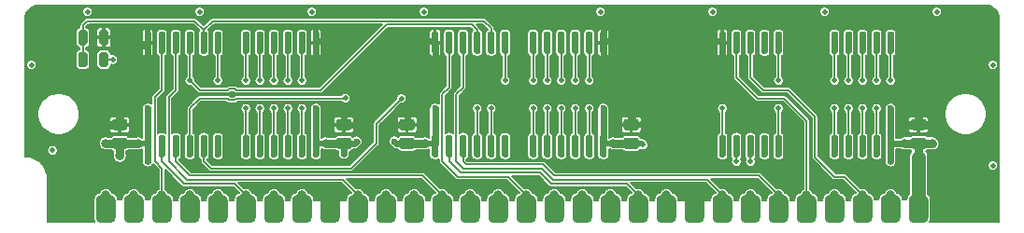
<source format=gtl>
G04 #@! TF.GenerationSoftware,KiCad,Pcbnew,(5.1.10-1-10_14)*
G04 #@! TF.CreationDate,2021-06-21T04:52:28-04:00*
G04 #@! TF.ProjectId,GW4191-SOP,47573431-3931-42d5-934f-502e6b696361,1.0-SOJ*
G04 #@! TF.SameCoordinates,Original*
G04 #@! TF.FileFunction,Copper,L1,Top*
G04 #@! TF.FilePolarity,Positive*
%FSLAX46Y46*%
G04 Gerber Fmt 4.6, Leading zero omitted, Abs format (unit mm)*
G04 Created by KiCad (PCBNEW (5.1.10-1-10_14)) date 2021-06-21 04:52:28*
%MOMM*%
%LPD*%
G01*
G04 APERTURE LIST*
G04 #@! TA.AperFunction,ComponentPad*
%ADD10C,0.800000*%
G04 #@! TD*
G04 #@! TA.AperFunction,ViaPad*
%ADD11C,0.800000*%
G04 #@! TD*
G04 #@! TA.AperFunction,ViaPad*
%ADD12C,1.000000*%
G04 #@! TD*
G04 #@! TA.AperFunction,ViaPad*
%ADD13C,0.600000*%
G04 #@! TD*
G04 #@! TA.AperFunction,ViaPad*
%ADD14C,0.508000*%
G04 #@! TD*
G04 #@! TA.AperFunction,Conductor*
%ADD15C,0.508000*%
G04 #@! TD*
G04 #@! TA.AperFunction,Conductor*
%ADD16C,0.762000*%
G04 #@! TD*
G04 #@! TA.AperFunction,Conductor*
%ADD17C,1.270000*%
G04 #@! TD*
G04 #@! TA.AperFunction,Conductor*
%ADD18C,0.800000*%
G04 #@! TD*
G04 #@! TA.AperFunction,Conductor*
%ADD19C,0.600000*%
G04 #@! TD*
G04 #@! TA.AperFunction,Conductor*
%ADD20C,0.152400*%
G04 #@! TD*
G04 #@! TA.AperFunction,Conductor*
%ADD21C,0.100000*%
G04 #@! TD*
G04 APERTURE END LIST*
G04 #@! TA.AperFunction,SMDPad,CuDef*
G36*
G01*
X82931000Y-100901500D02*
X82931000Y-99250500D01*
G75*
G02*
X83375500Y-98806000I444500J0D01*
G01*
X84264500Y-98806000D01*
G75*
G02*
X84709000Y-99250500I0J-444500D01*
G01*
X84709000Y-100901500D01*
G75*
G02*
X84264500Y-101346000I-444500J0D01*
G01*
X83375500Y-101346000D01*
G75*
G02*
X82931000Y-100901500I0J444500D01*
G01*
G37*
G04 #@! TD.AperFunction*
G04 #@! TA.AperFunction,SMDPad,CuDef*
G36*
G01*
X85471000Y-100901500D02*
X85471000Y-99250500D01*
G75*
G02*
X85915500Y-98806000I444500J0D01*
G01*
X86804500Y-98806000D01*
G75*
G02*
X87249000Y-99250500I0J-444500D01*
G01*
X87249000Y-100901500D01*
G75*
G02*
X86804500Y-101346000I-444500J0D01*
G01*
X85915500Y-101346000D01*
G75*
G02*
X85471000Y-100901500I0J444500D01*
G01*
G37*
G04 #@! TD.AperFunction*
D10*
X88900000Y-98806000D03*
G04 #@! TA.AperFunction,SMDPad,CuDef*
G36*
G01*
X108331000Y-100901500D02*
X108331000Y-99250500D01*
G75*
G02*
X108775500Y-98806000I444500J0D01*
G01*
X109664500Y-98806000D01*
G75*
G02*
X110109000Y-99250500I0J-444500D01*
G01*
X110109000Y-100901500D01*
G75*
G02*
X109664500Y-101346000I-444500J0D01*
G01*
X108775500Y-101346000D01*
G75*
G02*
X108331000Y-100901500I0J444500D01*
G01*
G37*
G04 #@! TD.AperFunction*
G04 #@! TA.AperFunction,SMDPad,CuDef*
G36*
G01*
X93091000Y-100901500D02*
X93091000Y-99250500D01*
G75*
G02*
X93535500Y-98806000I444500J0D01*
G01*
X94424500Y-98806000D01*
G75*
G02*
X94869000Y-99250500I0J-444500D01*
G01*
X94869000Y-100901500D01*
G75*
G02*
X94424500Y-101346000I-444500J0D01*
G01*
X93535500Y-101346000D01*
G75*
G02*
X93091000Y-100901500I0J444500D01*
G01*
G37*
G04 #@! TD.AperFunction*
G04 #@! TA.AperFunction,SMDPad,CuDef*
G36*
G01*
X110871000Y-100901500D02*
X110871000Y-99250500D01*
G75*
G02*
X111315500Y-98806000I444500J0D01*
G01*
X112204500Y-98806000D01*
G75*
G02*
X112649000Y-99250500I0J-444500D01*
G01*
X112649000Y-100901500D01*
G75*
G02*
X112204500Y-101346000I-444500J0D01*
G01*
X111315500Y-101346000D01*
G75*
G02*
X110871000Y-100901500I0J444500D01*
G01*
G37*
G04 #@! TD.AperFunction*
G04 #@! TA.AperFunction,SMDPad,CuDef*
G36*
G01*
X146431000Y-100901500D02*
X146431000Y-99250500D01*
G75*
G02*
X146875500Y-98806000I444500J0D01*
G01*
X147764500Y-98806000D01*
G75*
G02*
X148209000Y-99250500I0J-444500D01*
G01*
X148209000Y-100901500D01*
G75*
G02*
X147764500Y-101346000I-444500J0D01*
G01*
X146875500Y-101346000D01*
G75*
G02*
X146431000Y-100901500I0J444500D01*
G01*
G37*
G04 #@! TD.AperFunction*
G04 #@! TA.AperFunction,SMDPad,CuDef*
G36*
G01*
X113411000Y-100901500D02*
X113411000Y-99250500D01*
G75*
G02*
X113855500Y-98806000I444500J0D01*
G01*
X114744500Y-98806000D01*
G75*
G02*
X115189000Y-99250500I0J-444500D01*
G01*
X115189000Y-100901500D01*
G75*
G02*
X114744500Y-101346000I-444500J0D01*
G01*
X113855500Y-101346000D01*
G75*
G02*
X113411000Y-100901500I0J444500D01*
G01*
G37*
G04 #@! TD.AperFunction*
G04 #@! TA.AperFunction,SMDPad,CuDef*
G36*
G01*
X115951000Y-100901500D02*
X115951000Y-99250500D01*
G75*
G02*
X116395500Y-98806000I444500J0D01*
G01*
X117284500Y-98806000D01*
G75*
G02*
X117729000Y-99250500I0J-444500D01*
G01*
X117729000Y-100901500D01*
G75*
G02*
X117284500Y-101346000I-444500J0D01*
G01*
X116395500Y-101346000D01*
G75*
G02*
X115951000Y-100901500I0J444500D01*
G01*
G37*
G04 #@! TD.AperFunction*
G04 #@! TA.AperFunction,SMDPad,CuDef*
G36*
G01*
X90551000Y-100901500D02*
X90551000Y-99250500D01*
G75*
G02*
X90995500Y-98806000I444500J0D01*
G01*
X91884500Y-98806000D01*
G75*
G02*
X92329000Y-99250500I0J-444500D01*
G01*
X92329000Y-100901500D01*
G75*
G02*
X91884500Y-101346000I-444500J0D01*
G01*
X90995500Y-101346000D01*
G75*
G02*
X90551000Y-100901500I0J444500D01*
G01*
G37*
G04 #@! TD.AperFunction*
G04 #@! TA.AperFunction,SMDPad,CuDef*
G36*
G01*
X154051000Y-100901500D02*
X154051000Y-99250500D01*
G75*
G02*
X154495500Y-98806000I444500J0D01*
G01*
X155384500Y-98806000D01*
G75*
G02*
X155829000Y-99250500I0J-444500D01*
G01*
X155829000Y-100901500D01*
G75*
G02*
X155384500Y-101346000I-444500J0D01*
G01*
X154495500Y-101346000D01*
G75*
G02*
X154051000Y-100901500I0J444500D01*
G01*
G37*
G04 #@! TD.AperFunction*
G04 #@! TA.AperFunction,SMDPad,CuDef*
G36*
G01*
X88011000Y-100901500D02*
X88011000Y-99250500D01*
G75*
G02*
X88455500Y-98806000I444500J0D01*
G01*
X89344500Y-98806000D01*
G75*
G02*
X89789000Y-99250500I0J-444500D01*
G01*
X89789000Y-100901500D01*
G75*
G02*
X89344500Y-101346000I-444500J0D01*
G01*
X88455500Y-101346000D01*
G75*
G02*
X88011000Y-100901500I0J444500D01*
G01*
G37*
G04 #@! TD.AperFunction*
G04 #@! TA.AperFunction,SMDPad,CuDef*
G36*
G01*
X141351000Y-100901500D02*
X141351000Y-99250500D01*
G75*
G02*
X141795500Y-98806000I444500J0D01*
G01*
X142684500Y-98806000D01*
G75*
G02*
X143129000Y-99250500I0J-444500D01*
G01*
X143129000Y-100901500D01*
G75*
G02*
X142684500Y-101346000I-444500J0D01*
G01*
X141795500Y-101346000D01*
G75*
G02*
X141351000Y-100901500I0J444500D01*
G01*
G37*
G04 #@! TD.AperFunction*
G04 #@! TA.AperFunction,SMDPad,CuDef*
G36*
G01*
X121031000Y-100901500D02*
X121031000Y-99250500D01*
G75*
G02*
X121475500Y-98806000I444500J0D01*
G01*
X122364500Y-98806000D01*
G75*
G02*
X122809000Y-99250500I0J-444500D01*
G01*
X122809000Y-100901500D01*
G75*
G02*
X122364500Y-101346000I-444500J0D01*
G01*
X121475500Y-101346000D01*
G75*
G02*
X121031000Y-100901500I0J444500D01*
G01*
G37*
G04 #@! TD.AperFunction*
G04 #@! TA.AperFunction,SMDPad,CuDef*
G36*
G01*
X131191000Y-100901500D02*
X131191000Y-99250500D01*
G75*
G02*
X131635500Y-98806000I444500J0D01*
G01*
X132524500Y-98806000D01*
G75*
G02*
X132969000Y-99250500I0J-444500D01*
G01*
X132969000Y-100901500D01*
G75*
G02*
X132524500Y-101346000I-444500J0D01*
G01*
X131635500Y-101346000D01*
G75*
G02*
X131191000Y-100901500I0J444500D01*
G01*
G37*
G04 #@! TD.AperFunction*
G04 #@! TA.AperFunction,SMDPad,CuDef*
G36*
G01*
X138811000Y-100901500D02*
X138811000Y-99250500D01*
G75*
G02*
X139255500Y-98806000I444500J0D01*
G01*
X140144500Y-98806000D01*
G75*
G02*
X140589000Y-99250500I0J-444500D01*
G01*
X140589000Y-100901500D01*
G75*
G02*
X140144500Y-101346000I-444500J0D01*
G01*
X139255500Y-101346000D01*
G75*
G02*
X138811000Y-100901500I0J444500D01*
G01*
G37*
G04 #@! TD.AperFunction*
G04 #@! TA.AperFunction,SMDPad,CuDef*
G36*
G01*
X103251000Y-100901500D02*
X103251000Y-99250500D01*
G75*
G02*
X103695500Y-98806000I444500J0D01*
G01*
X104584500Y-98806000D01*
G75*
G02*
X105029000Y-99250500I0J-444500D01*
G01*
X105029000Y-100901500D01*
G75*
G02*
X104584500Y-101346000I-444500J0D01*
G01*
X103695500Y-101346000D01*
G75*
G02*
X103251000Y-100901500I0J444500D01*
G01*
G37*
G04 #@! TD.AperFunction*
G04 #@! TA.AperFunction,SMDPad,CuDef*
G36*
G01*
X126111000Y-100901500D02*
X126111000Y-99250500D01*
G75*
G02*
X126555500Y-98806000I444500J0D01*
G01*
X127444500Y-98806000D01*
G75*
G02*
X127889000Y-99250500I0J-444500D01*
G01*
X127889000Y-100901500D01*
G75*
G02*
X127444500Y-101346000I-444500J0D01*
G01*
X126555500Y-101346000D01*
G75*
G02*
X126111000Y-100901500I0J444500D01*
G01*
G37*
G04 #@! TD.AperFunction*
G04 #@! TA.AperFunction,SMDPad,CuDef*
G36*
G01*
X133731000Y-100901500D02*
X133731000Y-99250500D01*
G75*
G02*
X134175500Y-98806000I444500J0D01*
G01*
X135064500Y-98806000D01*
G75*
G02*
X135509000Y-99250500I0J-444500D01*
G01*
X135509000Y-100901500D01*
G75*
G02*
X135064500Y-101346000I-444500J0D01*
G01*
X134175500Y-101346000D01*
G75*
G02*
X133731000Y-100901500I0J444500D01*
G01*
G37*
G04 #@! TD.AperFunction*
G04 #@! TA.AperFunction,SMDPad,CuDef*
G36*
G01*
X128651000Y-100901500D02*
X128651000Y-99250500D01*
G75*
G02*
X129095500Y-98806000I444500J0D01*
G01*
X129984500Y-98806000D01*
G75*
G02*
X130429000Y-99250500I0J-444500D01*
G01*
X130429000Y-100901500D01*
G75*
G02*
X129984500Y-101346000I-444500J0D01*
G01*
X129095500Y-101346000D01*
G75*
G02*
X128651000Y-100901500I0J444500D01*
G01*
G37*
G04 #@! TD.AperFunction*
G04 #@! TA.AperFunction,SMDPad,CuDef*
G36*
G01*
X105791000Y-100901500D02*
X105791000Y-99250500D01*
G75*
G02*
X106235500Y-98806000I444500J0D01*
G01*
X107124500Y-98806000D01*
G75*
G02*
X107569000Y-99250500I0J-444500D01*
G01*
X107569000Y-100901500D01*
G75*
G02*
X107124500Y-101346000I-444500J0D01*
G01*
X106235500Y-101346000D01*
G75*
G02*
X105791000Y-100901500I0J444500D01*
G01*
G37*
G04 #@! TD.AperFunction*
G04 #@! TA.AperFunction,SMDPad,CuDef*
G36*
G01*
X136271000Y-100901500D02*
X136271000Y-99250500D01*
G75*
G02*
X136715500Y-98806000I444500J0D01*
G01*
X137604500Y-98806000D01*
G75*
G02*
X138049000Y-99250500I0J-444500D01*
G01*
X138049000Y-100901500D01*
G75*
G02*
X137604500Y-101346000I-444500J0D01*
G01*
X136715500Y-101346000D01*
G75*
G02*
X136271000Y-100901500I0J444500D01*
G01*
G37*
G04 #@! TD.AperFunction*
G04 #@! TA.AperFunction,SMDPad,CuDef*
G36*
G01*
X95631000Y-100901500D02*
X95631000Y-99250500D01*
G75*
G02*
X96075500Y-98806000I444500J0D01*
G01*
X96964500Y-98806000D01*
G75*
G02*
X97409000Y-99250500I0J-444500D01*
G01*
X97409000Y-100901500D01*
G75*
G02*
X96964500Y-101346000I-444500J0D01*
G01*
X96075500Y-101346000D01*
G75*
G02*
X95631000Y-100901500I0J444500D01*
G01*
G37*
G04 #@! TD.AperFunction*
G04 #@! TA.AperFunction,SMDPad,CuDef*
G36*
G01*
X123571000Y-100901500D02*
X123571000Y-99250500D01*
G75*
G02*
X124015500Y-98806000I444500J0D01*
G01*
X124904500Y-98806000D01*
G75*
G02*
X125349000Y-99250500I0J-444500D01*
G01*
X125349000Y-100901500D01*
G75*
G02*
X124904500Y-101346000I-444500J0D01*
G01*
X124015500Y-101346000D01*
G75*
G02*
X123571000Y-100901500I0J444500D01*
G01*
G37*
G04 #@! TD.AperFunction*
G04 #@! TA.AperFunction,SMDPad,CuDef*
G36*
G01*
X98171000Y-100901500D02*
X98171000Y-99250500D01*
G75*
G02*
X98615500Y-98806000I444500J0D01*
G01*
X99504500Y-98806000D01*
G75*
G02*
X99949000Y-99250500I0J-444500D01*
G01*
X99949000Y-100901500D01*
G75*
G02*
X99504500Y-101346000I-444500J0D01*
G01*
X98615500Y-101346000D01*
G75*
G02*
X98171000Y-100901500I0J444500D01*
G01*
G37*
G04 #@! TD.AperFunction*
G04 #@! TA.AperFunction,SMDPad,CuDef*
G36*
G01*
X100711000Y-100901500D02*
X100711000Y-99250500D01*
G75*
G02*
X101155500Y-98806000I444500J0D01*
G01*
X102044500Y-98806000D01*
G75*
G02*
X102489000Y-99250500I0J-444500D01*
G01*
X102489000Y-100901500D01*
G75*
G02*
X102044500Y-101346000I-444500J0D01*
G01*
X101155500Y-101346000D01*
G75*
G02*
X100711000Y-100901500I0J444500D01*
G01*
G37*
G04 #@! TD.AperFunction*
G04 #@! TA.AperFunction,SMDPad,CuDef*
G36*
G01*
X148971000Y-100901500D02*
X148971000Y-99250500D01*
G75*
G02*
X149415500Y-98806000I444500J0D01*
G01*
X150304500Y-98806000D01*
G75*
G02*
X150749000Y-99250500I0J-444500D01*
G01*
X150749000Y-100901500D01*
G75*
G02*
X150304500Y-101346000I-444500J0D01*
G01*
X149415500Y-101346000D01*
G75*
G02*
X148971000Y-100901500I0J444500D01*
G01*
G37*
G04 #@! TD.AperFunction*
G04 #@! TA.AperFunction,SMDPad,CuDef*
G36*
G01*
X151511000Y-100901500D02*
X151511000Y-99250500D01*
G75*
G02*
X151955500Y-98806000I444500J0D01*
G01*
X152844500Y-98806000D01*
G75*
G02*
X153289000Y-99250500I0J-444500D01*
G01*
X153289000Y-100901500D01*
G75*
G02*
X152844500Y-101346000I-444500J0D01*
G01*
X151955500Y-101346000D01*
G75*
G02*
X151511000Y-100901500I0J444500D01*
G01*
G37*
G04 #@! TD.AperFunction*
G04 #@! TA.AperFunction,SMDPad,CuDef*
G36*
G01*
X156591000Y-100901500D02*
X156591000Y-99250500D01*
G75*
G02*
X157035500Y-98806000I444500J0D01*
G01*
X157924500Y-98806000D01*
G75*
G02*
X158369000Y-99250500I0J-444500D01*
G01*
X158369000Y-100901500D01*
G75*
G02*
X157924500Y-101346000I-444500J0D01*
G01*
X157035500Y-101346000D01*
G75*
G02*
X156591000Y-100901500I0J444500D01*
G01*
G37*
G04 #@! TD.AperFunction*
G04 #@! TA.AperFunction,SMDPad,CuDef*
G36*
G01*
X118491000Y-100901500D02*
X118491000Y-99250500D01*
G75*
G02*
X118935500Y-98806000I444500J0D01*
G01*
X119824500Y-98806000D01*
G75*
G02*
X120269000Y-99250500I0J-444500D01*
G01*
X120269000Y-100901500D01*
G75*
G02*
X119824500Y-101346000I-444500J0D01*
G01*
X118935500Y-101346000D01*
G75*
G02*
X118491000Y-100901500I0J444500D01*
G01*
G37*
G04 #@! TD.AperFunction*
G04 #@! TA.AperFunction,SMDPad,CuDef*
G36*
G01*
X143891000Y-100901500D02*
X143891000Y-99250500D01*
G75*
G02*
X144335500Y-98806000I444500J0D01*
G01*
X145224500Y-98806000D01*
G75*
G02*
X145669000Y-99250500I0J-444500D01*
G01*
X145669000Y-100901500D01*
G75*
G02*
X145224500Y-101346000I-444500J0D01*
G01*
X144335500Y-101346000D01*
G75*
G02*
X143891000Y-100901500I0J444500D01*
G01*
G37*
G04 #@! TD.AperFunction*
X86360000Y-98806000D03*
X83820000Y-98806000D03*
X93980000Y-98806000D03*
X91440000Y-98806000D03*
X96520000Y-98806000D03*
X99060000Y-98806000D03*
X104140000Y-98806000D03*
X101600000Y-98806000D03*
X109220000Y-98806000D03*
X106680000Y-98806000D03*
X111760000Y-98806000D03*
X116840000Y-98806000D03*
X114300000Y-98806000D03*
X119380000Y-98806000D03*
X124460000Y-98806000D03*
X121920000Y-98806000D03*
X127000000Y-98806000D03*
X149860000Y-98806000D03*
X147320000Y-98806000D03*
X152400000Y-98806000D03*
X134620000Y-98806000D03*
X132080000Y-98806000D03*
X137160000Y-98806000D03*
X142240000Y-98806000D03*
X139700000Y-98806000D03*
X144780000Y-98806000D03*
X129540000Y-98806000D03*
X154940000Y-98806000D03*
X157480000Y-98806000D03*
G04 #@! TA.AperFunction,SMDPad,CuDef*
G36*
G01*
X85527500Y-92932000D02*
X84652500Y-92932000D01*
G75*
G02*
X84390000Y-92669500I0J262500D01*
G01*
X84390000Y-92144500D01*
G75*
G02*
X84652500Y-91882000I262500J0D01*
G01*
X85527500Y-91882000D01*
G75*
G02*
X85790000Y-92144500I0J-262500D01*
G01*
X85790000Y-92669500D01*
G75*
G02*
X85527500Y-92932000I-262500J0D01*
G01*
G37*
G04 #@! TD.AperFunction*
G04 #@! TA.AperFunction,SMDPad,CuDef*
G36*
G01*
X85527500Y-94632000D02*
X84652500Y-94632000D01*
G75*
G02*
X84390000Y-94369500I0J262500D01*
G01*
X84390000Y-93844500D01*
G75*
G02*
X84652500Y-93582000I262500J0D01*
G01*
X85527500Y-93582000D01*
G75*
G02*
X85790000Y-93844500I0J-262500D01*
G01*
X85790000Y-94369500D01*
G75*
G02*
X85527500Y-94632000I-262500J0D01*
G01*
G37*
G04 #@! TD.AperFunction*
G04 #@! TA.AperFunction,SMDPad,CuDef*
G36*
G01*
X105847500Y-92932000D02*
X104972500Y-92932000D01*
G75*
G02*
X104710000Y-92669500I0J262500D01*
G01*
X104710000Y-92144500D01*
G75*
G02*
X104972500Y-91882000I262500J0D01*
G01*
X105847500Y-91882000D01*
G75*
G02*
X106110000Y-92144500I0J-262500D01*
G01*
X106110000Y-92669500D01*
G75*
G02*
X105847500Y-92932000I-262500J0D01*
G01*
G37*
G04 #@! TD.AperFunction*
G04 #@! TA.AperFunction,SMDPad,CuDef*
G36*
G01*
X105847500Y-94632000D02*
X104972500Y-94632000D01*
G75*
G02*
X104710000Y-94369500I0J262500D01*
G01*
X104710000Y-93844500D01*
G75*
G02*
X104972500Y-93582000I262500J0D01*
G01*
X105847500Y-93582000D01*
G75*
G02*
X106110000Y-93844500I0J-262500D01*
G01*
X106110000Y-94369500D01*
G75*
G02*
X105847500Y-94632000I-262500J0D01*
G01*
G37*
G04 #@! TD.AperFunction*
G04 #@! TA.AperFunction,SMDPad,CuDef*
G36*
G01*
X111562500Y-92932000D02*
X110687500Y-92932000D01*
G75*
G02*
X110425000Y-92669500I0J262500D01*
G01*
X110425000Y-92144500D01*
G75*
G02*
X110687500Y-91882000I262500J0D01*
G01*
X111562500Y-91882000D01*
G75*
G02*
X111825000Y-92144500I0J-262500D01*
G01*
X111825000Y-92669500D01*
G75*
G02*
X111562500Y-92932000I-262500J0D01*
G01*
G37*
G04 #@! TD.AperFunction*
G04 #@! TA.AperFunction,SMDPad,CuDef*
G36*
G01*
X111562500Y-94632000D02*
X110687500Y-94632000D01*
G75*
G02*
X110425000Y-94369500I0J262500D01*
G01*
X110425000Y-93844500D01*
G75*
G02*
X110687500Y-93582000I262500J0D01*
G01*
X111562500Y-93582000D01*
G75*
G02*
X111825000Y-93844500I0J-262500D01*
G01*
X111825000Y-94369500D01*
G75*
G02*
X111562500Y-94632000I-262500J0D01*
G01*
G37*
G04 #@! TD.AperFunction*
G04 #@! TA.AperFunction,SMDPad,CuDef*
G36*
G01*
X157917500Y-92932000D02*
X157042500Y-92932000D01*
G75*
G02*
X156780000Y-92669500I0J262500D01*
G01*
X156780000Y-92144500D01*
G75*
G02*
X157042500Y-91882000I262500J0D01*
G01*
X157917500Y-91882000D01*
G75*
G02*
X158180000Y-92144500I0J-262500D01*
G01*
X158180000Y-92669500D01*
G75*
G02*
X157917500Y-92932000I-262500J0D01*
G01*
G37*
G04 #@! TD.AperFunction*
G04 #@! TA.AperFunction,SMDPad,CuDef*
G36*
G01*
X157917500Y-94632000D02*
X157042500Y-94632000D01*
G75*
G02*
X156780000Y-94369500I0J262500D01*
G01*
X156780000Y-93844500D01*
G75*
G02*
X157042500Y-93582000I262500J0D01*
G01*
X157917500Y-93582000D01*
G75*
G02*
X158180000Y-93844500I0J-262500D01*
G01*
X158180000Y-94369500D01*
G75*
G02*
X157917500Y-94632000I-262500J0D01*
G01*
G37*
G04 #@! TD.AperFunction*
G04 #@! TA.AperFunction,SMDPad,CuDef*
G36*
G01*
X131882500Y-92932000D02*
X131007500Y-92932000D01*
G75*
G02*
X130745000Y-92669500I0J262500D01*
G01*
X130745000Y-92144500D01*
G75*
G02*
X131007500Y-91882000I262500J0D01*
G01*
X131882500Y-91882000D01*
G75*
G02*
X132145000Y-92144500I0J-262500D01*
G01*
X132145000Y-92669500D01*
G75*
G02*
X131882500Y-92932000I-262500J0D01*
G01*
G37*
G04 #@! TD.AperFunction*
G04 #@! TA.AperFunction,SMDPad,CuDef*
G36*
G01*
X131882500Y-94632000D02*
X131007500Y-94632000D01*
G75*
G02*
X130745000Y-94369500I0J262500D01*
G01*
X130745000Y-93844500D01*
G75*
G02*
X131007500Y-93582000I262500J0D01*
G01*
X131882500Y-93582000D01*
G75*
G02*
X132145000Y-93844500I0J-262500D01*
G01*
X132145000Y-94369500D01*
G75*
G02*
X131882500Y-94632000I-262500J0D01*
G01*
G37*
G04 #@! TD.AperFunction*
G04 #@! TA.AperFunction,SMDPad,CuDef*
G36*
G01*
X82175000Y-86012500D02*
X82175000Y-86987500D01*
G75*
G02*
X81962500Y-87200000I-212500J0D01*
G01*
X81537500Y-87200000D01*
G75*
G02*
X81325000Y-86987500I0J212500D01*
G01*
X81325000Y-86012500D01*
G75*
G02*
X81537500Y-85800000I212500J0D01*
G01*
X81962500Y-85800000D01*
G75*
G02*
X82175000Y-86012500I0J-212500D01*
G01*
G37*
G04 #@! TD.AperFunction*
G04 #@! TA.AperFunction,SMDPad,CuDef*
G36*
G01*
X84075000Y-86012500D02*
X84075000Y-86987500D01*
G75*
G02*
X83862500Y-87200000I-212500J0D01*
G01*
X83437500Y-87200000D01*
G75*
G02*
X83225000Y-86987500I0J212500D01*
G01*
X83225000Y-86012500D01*
G75*
G02*
X83437500Y-85800000I212500J0D01*
G01*
X83862500Y-85800000D01*
G75*
G02*
X84075000Y-86012500I0J-212500D01*
G01*
G37*
G04 #@! TD.AperFunction*
G04 #@! TA.AperFunction,SMDPad,CuDef*
G36*
G01*
X83225000Y-84987500D02*
X83225000Y-84012500D01*
G75*
G02*
X83437500Y-83800000I212500J0D01*
G01*
X83862500Y-83800000D01*
G75*
G02*
X84075000Y-84012500I0J-212500D01*
G01*
X84075000Y-84987500D01*
G75*
G02*
X83862500Y-85200000I-212500J0D01*
G01*
X83437500Y-85200000D01*
G75*
G02*
X83225000Y-84987500I0J212500D01*
G01*
G37*
G04 #@! TD.AperFunction*
G04 #@! TA.AperFunction,SMDPad,CuDef*
G36*
G01*
X81325000Y-84987500D02*
X81325000Y-84012500D01*
G75*
G02*
X81537500Y-83800000I212500J0D01*
G01*
X81962500Y-83800000D01*
G75*
G02*
X82175000Y-84012500I0J-212500D01*
G01*
X82175000Y-84987500D01*
G75*
G02*
X81962500Y-85200000I-212500J0D01*
G01*
X81537500Y-85200000D01*
G75*
G02*
X81325000Y-84987500I0J212500D01*
G01*
G37*
G04 #@! TD.AperFunction*
G04 #@! TA.AperFunction,SMDPad,CuDef*
G36*
G01*
X113815000Y-95377000D02*
X113515000Y-95377000D01*
G75*
G02*
X113365000Y-95227000I0J150000D01*
G01*
X113365000Y-93495000D01*
G75*
G02*
X113515000Y-93345000I150000J0D01*
G01*
X113815000Y-93345000D01*
G75*
G02*
X113965000Y-93495000I0J-150000D01*
G01*
X113965000Y-95227000D01*
G75*
G02*
X113815000Y-95377000I-150000J0D01*
G01*
G37*
G04 #@! TD.AperFunction*
G04 #@! TA.AperFunction,SMDPad,CuDef*
G36*
G01*
X115085000Y-95377000D02*
X114785000Y-95377000D01*
G75*
G02*
X114635000Y-95227000I0J150000D01*
G01*
X114635000Y-93495000D01*
G75*
G02*
X114785000Y-93345000I150000J0D01*
G01*
X115085000Y-93345000D01*
G75*
G02*
X115235000Y-93495000I0J-150000D01*
G01*
X115235000Y-95227000D01*
G75*
G02*
X115085000Y-95377000I-150000J0D01*
G01*
G37*
G04 #@! TD.AperFunction*
G04 #@! TA.AperFunction,SMDPad,CuDef*
G36*
G01*
X116355000Y-95377000D02*
X116055000Y-95377000D01*
G75*
G02*
X115905000Y-95227000I0J150000D01*
G01*
X115905000Y-93495000D01*
G75*
G02*
X116055000Y-93345000I150000J0D01*
G01*
X116355000Y-93345000D01*
G75*
G02*
X116505000Y-93495000I0J-150000D01*
G01*
X116505000Y-95227000D01*
G75*
G02*
X116355000Y-95377000I-150000J0D01*
G01*
G37*
G04 #@! TD.AperFunction*
G04 #@! TA.AperFunction,SMDPad,CuDef*
G36*
G01*
X117625000Y-95377000D02*
X117325000Y-95377000D01*
G75*
G02*
X117175000Y-95227000I0J150000D01*
G01*
X117175000Y-93495000D01*
G75*
G02*
X117325000Y-93345000I150000J0D01*
G01*
X117625000Y-93345000D01*
G75*
G02*
X117775000Y-93495000I0J-150000D01*
G01*
X117775000Y-95227000D01*
G75*
G02*
X117625000Y-95377000I-150000J0D01*
G01*
G37*
G04 #@! TD.AperFunction*
G04 #@! TA.AperFunction,SMDPad,CuDef*
G36*
G01*
X118895000Y-95377000D02*
X118595000Y-95377000D01*
G75*
G02*
X118445000Y-95227000I0J150000D01*
G01*
X118445000Y-93495000D01*
G75*
G02*
X118595000Y-93345000I150000J0D01*
G01*
X118895000Y-93345000D01*
G75*
G02*
X119045000Y-93495000I0J-150000D01*
G01*
X119045000Y-95227000D01*
G75*
G02*
X118895000Y-95377000I-150000J0D01*
G01*
G37*
G04 #@! TD.AperFunction*
G04 #@! TA.AperFunction,SMDPad,CuDef*
G36*
G01*
X120165000Y-95377000D02*
X119865000Y-95377000D01*
G75*
G02*
X119715000Y-95227000I0J150000D01*
G01*
X119715000Y-93495000D01*
G75*
G02*
X119865000Y-93345000I150000J0D01*
G01*
X120165000Y-93345000D01*
G75*
G02*
X120315000Y-93495000I0J-150000D01*
G01*
X120315000Y-95227000D01*
G75*
G02*
X120165000Y-95377000I-150000J0D01*
G01*
G37*
G04 #@! TD.AperFunction*
G04 #@! TA.AperFunction,SMDPad,CuDef*
G36*
G01*
X122705000Y-95377000D02*
X122405000Y-95377000D01*
G75*
G02*
X122255000Y-95227000I0J150000D01*
G01*
X122255000Y-93495000D01*
G75*
G02*
X122405000Y-93345000I150000J0D01*
G01*
X122705000Y-93345000D01*
G75*
G02*
X122855000Y-93495000I0J-150000D01*
G01*
X122855000Y-95227000D01*
G75*
G02*
X122705000Y-95377000I-150000J0D01*
G01*
G37*
G04 #@! TD.AperFunction*
G04 #@! TA.AperFunction,SMDPad,CuDef*
G36*
G01*
X123975000Y-95377000D02*
X123675000Y-95377000D01*
G75*
G02*
X123525000Y-95227000I0J150000D01*
G01*
X123525000Y-93495000D01*
G75*
G02*
X123675000Y-93345000I150000J0D01*
G01*
X123975000Y-93345000D01*
G75*
G02*
X124125000Y-93495000I0J-150000D01*
G01*
X124125000Y-95227000D01*
G75*
G02*
X123975000Y-95377000I-150000J0D01*
G01*
G37*
G04 #@! TD.AperFunction*
G04 #@! TA.AperFunction,SMDPad,CuDef*
G36*
G01*
X125245000Y-95377000D02*
X124945000Y-95377000D01*
G75*
G02*
X124795000Y-95227000I0J150000D01*
G01*
X124795000Y-93495000D01*
G75*
G02*
X124945000Y-93345000I150000J0D01*
G01*
X125245000Y-93345000D01*
G75*
G02*
X125395000Y-93495000I0J-150000D01*
G01*
X125395000Y-95227000D01*
G75*
G02*
X125245000Y-95377000I-150000J0D01*
G01*
G37*
G04 #@! TD.AperFunction*
G04 #@! TA.AperFunction,SMDPad,CuDef*
G36*
G01*
X126515000Y-95377000D02*
X126215000Y-95377000D01*
G75*
G02*
X126065000Y-95227000I0J150000D01*
G01*
X126065000Y-93495000D01*
G75*
G02*
X126215000Y-93345000I150000J0D01*
G01*
X126515000Y-93345000D01*
G75*
G02*
X126665000Y-93495000I0J-150000D01*
G01*
X126665000Y-95227000D01*
G75*
G02*
X126515000Y-95377000I-150000J0D01*
G01*
G37*
G04 #@! TD.AperFunction*
G04 #@! TA.AperFunction,SMDPad,CuDef*
G36*
G01*
X127785000Y-95377000D02*
X127485000Y-95377000D01*
G75*
G02*
X127335000Y-95227000I0J150000D01*
G01*
X127335000Y-93495000D01*
G75*
G02*
X127485000Y-93345000I150000J0D01*
G01*
X127785000Y-93345000D01*
G75*
G02*
X127935000Y-93495000I0J-150000D01*
G01*
X127935000Y-95227000D01*
G75*
G02*
X127785000Y-95377000I-150000J0D01*
G01*
G37*
G04 #@! TD.AperFunction*
G04 #@! TA.AperFunction,SMDPad,CuDef*
G36*
G01*
X129055000Y-95377000D02*
X128755000Y-95377000D01*
G75*
G02*
X128605000Y-95227000I0J150000D01*
G01*
X128605000Y-93495000D01*
G75*
G02*
X128755000Y-93345000I150000J0D01*
G01*
X129055000Y-93345000D01*
G75*
G02*
X129205000Y-93495000I0J-150000D01*
G01*
X129205000Y-95227000D01*
G75*
G02*
X129055000Y-95377000I-150000J0D01*
G01*
G37*
G04 #@! TD.AperFunction*
G04 #@! TA.AperFunction,SMDPad,CuDef*
G36*
G01*
X129055000Y-85979000D02*
X128755000Y-85979000D01*
G75*
G02*
X128605000Y-85829000I0J150000D01*
G01*
X128605000Y-84097000D01*
G75*
G02*
X128755000Y-83947000I150000J0D01*
G01*
X129055000Y-83947000D01*
G75*
G02*
X129205000Y-84097000I0J-150000D01*
G01*
X129205000Y-85829000D01*
G75*
G02*
X129055000Y-85979000I-150000J0D01*
G01*
G37*
G04 #@! TD.AperFunction*
G04 #@! TA.AperFunction,SMDPad,CuDef*
G36*
G01*
X127785000Y-85979000D02*
X127485000Y-85979000D01*
G75*
G02*
X127335000Y-85829000I0J150000D01*
G01*
X127335000Y-84097000D01*
G75*
G02*
X127485000Y-83947000I150000J0D01*
G01*
X127785000Y-83947000D01*
G75*
G02*
X127935000Y-84097000I0J-150000D01*
G01*
X127935000Y-85829000D01*
G75*
G02*
X127785000Y-85979000I-150000J0D01*
G01*
G37*
G04 #@! TD.AperFunction*
G04 #@! TA.AperFunction,SMDPad,CuDef*
G36*
G01*
X126515000Y-85979000D02*
X126215000Y-85979000D01*
G75*
G02*
X126065000Y-85829000I0J150000D01*
G01*
X126065000Y-84097000D01*
G75*
G02*
X126215000Y-83947000I150000J0D01*
G01*
X126515000Y-83947000D01*
G75*
G02*
X126665000Y-84097000I0J-150000D01*
G01*
X126665000Y-85829000D01*
G75*
G02*
X126515000Y-85979000I-150000J0D01*
G01*
G37*
G04 #@! TD.AperFunction*
G04 #@! TA.AperFunction,SMDPad,CuDef*
G36*
G01*
X125245000Y-85979000D02*
X124945000Y-85979000D01*
G75*
G02*
X124795000Y-85829000I0J150000D01*
G01*
X124795000Y-84097000D01*
G75*
G02*
X124945000Y-83947000I150000J0D01*
G01*
X125245000Y-83947000D01*
G75*
G02*
X125395000Y-84097000I0J-150000D01*
G01*
X125395000Y-85829000D01*
G75*
G02*
X125245000Y-85979000I-150000J0D01*
G01*
G37*
G04 #@! TD.AperFunction*
G04 #@! TA.AperFunction,SMDPad,CuDef*
G36*
G01*
X123975000Y-85979000D02*
X123675000Y-85979000D01*
G75*
G02*
X123525000Y-85829000I0J150000D01*
G01*
X123525000Y-84097000D01*
G75*
G02*
X123675000Y-83947000I150000J0D01*
G01*
X123975000Y-83947000D01*
G75*
G02*
X124125000Y-84097000I0J-150000D01*
G01*
X124125000Y-85829000D01*
G75*
G02*
X123975000Y-85979000I-150000J0D01*
G01*
G37*
G04 #@! TD.AperFunction*
G04 #@! TA.AperFunction,SMDPad,CuDef*
G36*
G01*
X122705000Y-85979000D02*
X122405000Y-85979000D01*
G75*
G02*
X122255000Y-85829000I0J150000D01*
G01*
X122255000Y-84097000D01*
G75*
G02*
X122405000Y-83947000I150000J0D01*
G01*
X122705000Y-83947000D01*
G75*
G02*
X122855000Y-84097000I0J-150000D01*
G01*
X122855000Y-85829000D01*
G75*
G02*
X122705000Y-85979000I-150000J0D01*
G01*
G37*
G04 #@! TD.AperFunction*
G04 #@! TA.AperFunction,SMDPad,CuDef*
G36*
G01*
X120165000Y-85979000D02*
X119865000Y-85979000D01*
G75*
G02*
X119715000Y-85829000I0J150000D01*
G01*
X119715000Y-84097000D01*
G75*
G02*
X119865000Y-83947000I150000J0D01*
G01*
X120165000Y-83947000D01*
G75*
G02*
X120315000Y-84097000I0J-150000D01*
G01*
X120315000Y-85829000D01*
G75*
G02*
X120165000Y-85979000I-150000J0D01*
G01*
G37*
G04 #@! TD.AperFunction*
G04 #@! TA.AperFunction,SMDPad,CuDef*
G36*
G01*
X118895000Y-85979000D02*
X118595000Y-85979000D01*
G75*
G02*
X118445000Y-85829000I0J150000D01*
G01*
X118445000Y-84097000D01*
G75*
G02*
X118595000Y-83947000I150000J0D01*
G01*
X118895000Y-83947000D01*
G75*
G02*
X119045000Y-84097000I0J-150000D01*
G01*
X119045000Y-85829000D01*
G75*
G02*
X118895000Y-85979000I-150000J0D01*
G01*
G37*
G04 #@! TD.AperFunction*
G04 #@! TA.AperFunction,SMDPad,CuDef*
G36*
G01*
X117625000Y-85979000D02*
X117325000Y-85979000D01*
G75*
G02*
X117175000Y-85829000I0J150000D01*
G01*
X117175000Y-84097000D01*
G75*
G02*
X117325000Y-83947000I150000J0D01*
G01*
X117625000Y-83947000D01*
G75*
G02*
X117775000Y-84097000I0J-150000D01*
G01*
X117775000Y-85829000D01*
G75*
G02*
X117625000Y-85979000I-150000J0D01*
G01*
G37*
G04 #@! TD.AperFunction*
G04 #@! TA.AperFunction,SMDPad,CuDef*
G36*
G01*
X116355000Y-85979000D02*
X116055000Y-85979000D01*
G75*
G02*
X115905000Y-85829000I0J150000D01*
G01*
X115905000Y-84097000D01*
G75*
G02*
X116055000Y-83947000I150000J0D01*
G01*
X116355000Y-83947000D01*
G75*
G02*
X116505000Y-84097000I0J-150000D01*
G01*
X116505000Y-85829000D01*
G75*
G02*
X116355000Y-85979000I-150000J0D01*
G01*
G37*
G04 #@! TD.AperFunction*
G04 #@! TA.AperFunction,SMDPad,CuDef*
G36*
G01*
X115085000Y-85979000D02*
X114785000Y-85979000D01*
G75*
G02*
X114635000Y-85829000I0J150000D01*
G01*
X114635000Y-84097000D01*
G75*
G02*
X114785000Y-83947000I150000J0D01*
G01*
X115085000Y-83947000D01*
G75*
G02*
X115235000Y-84097000I0J-150000D01*
G01*
X115235000Y-85829000D01*
G75*
G02*
X115085000Y-85979000I-150000J0D01*
G01*
G37*
G04 #@! TD.AperFunction*
G04 #@! TA.AperFunction,SMDPad,CuDef*
G36*
G01*
X113815000Y-85979000D02*
X113515000Y-85979000D01*
G75*
G02*
X113365000Y-85829000I0J150000D01*
G01*
X113365000Y-84097000D01*
G75*
G02*
X113515000Y-83947000I150000J0D01*
G01*
X113815000Y-83947000D01*
G75*
G02*
X113965000Y-84097000I0J-150000D01*
G01*
X113965000Y-85829000D01*
G75*
G02*
X113815000Y-85979000I-150000J0D01*
G01*
G37*
G04 #@! TD.AperFunction*
G04 #@! TA.AperFunction,SMDPad,CuDef*
G36*
G01*
X87780000Y-85979000D02*
X87480000Y-85979000D01*
G75*
G02*
X87330000Y-85829000I0J150000D01*
G01*
X87330000Y-84097000D01*
G75*
G02*
X87480000Y-83947000I150000J0D01*
G01*
X87780000Y-83947000D01*
G75*
G02*
X87930000Y-84097000I0J-150000D01*
G01*
X87930000Y-85829000D01*
G75*
G02*
X87780000Y-85979000I-150000J0D01*
G01*
G37*
G04 #@! TD.AperFunction*
G04 #@! TA.AperFunction,SMDPad,CuDef*
G36*
G01*
X89050000Y-85979000D02*
X88750000Y-85979000D01*
G75*
G02*
X88600000Y-85829000I0J150000D01*
G01*
X88600000Y-84097000D01*
G75*
G02*
X88750000Y-83947000I150000J0D01*
G01*
X89050000Y-83947000D01*
G75*
G02*
X89200000Y-84097000I0J-150000D01*
G01*
X89200000Y-85829000D01*
G75*
G02*
X89050000Y-85979000I-150000J0D01*
G01*
G37*
G04 #@! TD.AperFunction*
G04 #@! TA.AperFunction,SMDPad,CuDef*
G36*
G01*
X90320000Y-85979000D02*
X90020000Y-85979000D01*
G75*
G02*
X89870000Y-85829000I0J150000D01*
G01*
X89870000Y-84097000D01*
G75*
G02*
X90020000Y-83947000I150000J0D01*
G01*
X90320000Y-83947000D01*
G75*
G02*
X90470000Y-84097000I0J-150000D01*
G01*
X90470000Y-85829000D01*
G75*
G02*
X90320000Y-85979000I-150000J0D01*
G01*
G37*
G04 #@! TD.AperFunction*
G04 #@! TA.AperFunction,SMDPad,CuDef*
G36*
G01*
X91590000Y-85979000D02*
X91290000Y-85979000D01*
G75*
G02*
X91140000Y-85829000I0J150000D01*
G01*
X91140000Y-84097000D01*
G75*
G02*
X91290000Y-83947000I150000J0D01*
G01*
X91590000Y-83947000D01*
G75*
G02*
X91740000Y-84097000I0J-150000D01*
G01*
X91740000Y-85829000D01*
G75*
G02*
X91590000Y-85979000I-150000J0D01*
G01*
G37*
G04 #@! TD.AperFunction*
G04 #@! TA.AperFunction,SMDPad,CuDef*
G36*
G01*
X92860000Y-85979000D02*
X92560000Y-85979000D01*
G75*
G02*
X92410000Y-85829000I0J150000D01*
G01*
X92410000Y-84097000D01*
G75*
G02*
X92560000Y-83947000I150000J0D01*
G01*
X92860000Y-83947000D01*
G75*
G02*
X93010000Y-84097000I0J-150000D01*
G01*
X93010000Y-85829000D01*
G75*
G02*
X92860000Y-85979000I-150000J0D01*
G01*
G37*
G04 #@! TD.AperFunction*
G04 #@! TA.AperFunction,SMDPad,CuDef*
G36*
G01*
X94130000Y-85979000D02*
X93830000Y-85979000D01*
G75*
G02*
X93680000Y-85829000I0J150000D01*
G01*
X93680000Y-84097000D01*
G75*
G02*
X93830000Y-83947000I150000J0D01*
G01*
X94130000Y-83947000D01*
G75*
G02*
X94280000Y-84097000I0J-150000D01*
G01*
X94280000Y-85829000D01*
G75*
G02*
X94130000Y-85979000I-150000J0D01*
G01*
G37*
G04 #@! TD.AperFunction*
G04 #@! TA.AperFunction,SMDPad,CuDef*
G36*
G01*
X96670000Y-85979000D02*
X96370000Y-85979000D01*
G75*
G02*
X96220000Y-85829000I0J150000D01*
G01*
X96220000Y-84097000D01*
G75*
G02*
X96370000Y-83947000I150000J0D01*
G01*
X96670000Y-83947000D01*
G75*
G02*
X96820000Y-84097000I0J-150000D01*
G01*
X96820000Y-85829000D01*
G75*
G02*
X96670000Y-85979000I-150000J0D01*
G01*
G37*
G04 #@! TD.AperFunction*
G04 #@! TA.AperFunction,SMDPad,CuDef*
G36*
G01*
X97940000Y-85979000D02*
X97640000Y-85979000D01*
G75*
G02*
X97490000Y-85829000I0J150000D01*
G01*
X97490000Y-84097000D01*
G75*
G02*
X97640000Y-83947000I150000J0D01*
G01*
X97940000Y-83947000D01*
G75*
G02*
X98090000Y-84097000I0J-150000D01*
G01*
X98090000Y-85829000D01*
G75*
G02*
X97940000Y-85979000I-150000J0D01*
G01*
G37*
G04 #@! TD.AperFunction*
G04 #@! TA.AperFunction,SMDPad,CuDef*
G36*
G01*
X99210000Y-85979000D02*
X98910000Y-85979000D01*
G75*
G02*
X98760000Y-85829000I0J150000D01*
G01*
X98760000Y-84097000D01*
G75*
G02*
X98910000Y-83947000I150000J0D01*
G01*
X99210000Y-83947000D01*
G75*
G02*
X99360000Y-84097000I0J-150000D01*
G01*
X99360000Y-85829000D01*
G75*
G02*
X99210000Y-85979000I-150000J0D01*
G01*
G37*
G04 #@! TD.AperFunction*
G04 #@! TA.AperFunction,SMDPad,CuDef*
G36*
G01*
X100480000Y-85979000D02*
X100180000Y-85979000D01*
G75*
G02*
X100030000Y-85829000I0J150000D01*
G01*
X100030000Y-84097000D01*
G75*
G02*
X100180000Y-83947000I150000J0D01*
G01*
X100480000Y-83947000D01*
G75*
G02*
X100630000Y-84097000I0J-150000D01*
G01*
X100630000Y-85829000D01*
G75*
G02*
X100480000Y-85979000I-150000J0D01*
G01*
G37*
G04 #@! TD.AperFunction*
G04 #@! TA.AperFunction,SMDPad,CuDef*
G36*
G01*
X101750000Y-85979000D02*
X101450000Y-85979000D01*
G75*
G02*
X101300000Y-85829000I0J150000D01*
G01*
X101300000Y-84097000D01*
G75*
G02*
X101450000Y-83947000I150000J0D01*
G01*
X101750000Y-83947000D01*
G75*
G02*
X101900000Y-84097000I0J-150000D01*
G01*
X101900000Y-85829000D01*
G75*
G02*
X101750000Y-85979000I-150000J0D01*
G01*
G37*
G04 #@! TD.AperFunction*
G04 #@! TA.AperFunction,SMDPad,CuDef*
G36*
G01*
X103020000Y-85979000D02*
X102720000Y-85979000D01*
G75*
G02*
X102570000Y-85829000I0J150000D01*
G01*
X102570000Y-84097000D01*
G75*
G02*
X102720000Y-83947000I150000J0D01*
G01*
X103020000Y-83947000D01*
G75*
G02*
X103170000Y-84097000I0J-150000D01*
G01*
X103170000Y-85829000D01*
G75*
G02*
X103020000Y-85979000I-150000J0D01*
G01*
G37*
G04 #@! TD.AperFunction*
G04 #@! TA.AperFunction,SMDPad,CuDef*
G36*
G01*
X103020000Y-95377000D02*
X102720000Y-95377000D01*
G75*
G02*
X102570000Y-95227000I0J150000D01*
G01*
X102570000Y-93495000D01*
G75*
G02*
X102720000Y-93345000I150000J0D01*
G01*
X103020000Y-93345000D01*
G75*
G02*
X103170000Y-93495000I0J-150000D01*
G01*
X103170000Y-95227000D01*
G75*
G02*
X103020000Y-95377000I-150000J0D01*
G01*
G37*
G04 #@! TD.AperFunction*
G04 #@! TA.AperFunction,SMDPad,CuDef*
G36*
G01*
X101750000Y-95377000D02*
X101450000Y-95377000D01*
G75*
G02*
X101300000Y-95227000I0J150000D01*
G01*
X101300000Y-93495000D01*
G75*
G02*
X101450000Y-93345000I150000J0D01*
G01*
X101750000Y-93345000D01*
G75*
G02*
X101900000Y-93495000I0J-150000D01*
G01*
X101900000Y-95227000D01*
G75*
G02*
X101750000Y-95377000I-150000J0D01*
G01*
G37*
G04 #@! TD.AperFunction*
G04 #@! TA.AperFunction,SMDPad,CuDef*
G36*
G01*
X100480000Y-95377000D02*
X100180000Y-95377000D01*
G75*
G02*
X100030000Y-95227000I0J150000D01*
G01*
X100030000Y-93495000D01*
G75*
G02*
X100180000Y-93345000I150000J0D01*
G01*
X100480000Y-93345000D01*
G75*
G02*
X100630000Y-93495000I0J-150000D01*
G01*
X100630000Y-95227000D01*
G75*
G02*
X100480000Y-95377000I-150000J0D01*
G01*
G37*
G04 #@! TD.AperFunction*
G04 #@! TA.AperFunction,SMDPad,CuDef*
G36*
G01*
X99210000Y-95377000D02*
X98910000Y-95377000D01*
G75*
G02*
X98760000Y-95227000I0J150000D01*
G01*
X98760000Y-93495000D01*
G75*
G02*
X98910000Y-93345000I150000J0D01*
G01*
X99210000Y-93345000D01*
G75*
G02*
X99360000Y-93495000I0J-150000D01*
G01*
X99360000Y-95227000D01*
G75*
G02*
X99210000Y-95377000I-150000J0D01*
G01*
G37*
G04 #@! TD.AperFunction*
G04 #@! TA.AperFunction,SMDPad,CuDef*
G36*
G01*
X97940000Y-95377000D02*
X97640000Y-95377000D01*
G75*
G02*
X97490000Y-95227000I0J150000D01*
G01*
X97490000Y-93495000D01*
G75*
G02*
X97640000Y-93345000I150000J0D01*
G01*
X97940000Y-93345000D01*
G75*
G02*
X98090000Y-93495000I0J-150000D01*
G01*
X98090000Y-95227000D01*
G75*
G02*
X97940000Y-95377000I-150000J0D01*
G01*
G37*
G04 #@! TD.AperFunction*
G04 #@! TA.AperFunction,SMDPad,CuDef*
G36*
G01*
X96670000Y-95377000D02*
X96370000Y-95377000D01*
G75*
G02*
X96220000Y-95227000I0J150000D01*
G01*
X96220000Y-93495000D01*
G75*
G02*
X96370000Y-93345000I150000J0D01*
G01*
X96670000Y-93345000D01*
G75*
G02*
X96820000Y-93495000I0J-150000D01*
G01*
X96820000Y-95227000D01*
G75*
G02*
X96670000Y-95377000I-150000J0D01*
G01*
G37*
G04 #@! TD.AperFunction*
G04 #@! TA.AperFunction,SMDPad,CuDef*
G36*
G01*
X94130000Y-95377000D02*
X93830000Y-95377000D01*
G75*
G02*
X93680000Y-95227000I0J150000D01*
G01*
X93680000Y-93495000D01*
G75*
G02*
X93830000Y-93345000I150000J0D01*
G01*
X94130000Y-93345000D01*
G75*
G02*
X94280000Y-93495000I0J-150000D01*
G01*
X94280000Y-95227000D01*
G75*
G02*
X94130000Y-95377000I-150000J0D01*
G01*
G37*
G04 #@! TD.AperFunction*
G04 #@! TA.AperFunction,SMDPad,CuDef*
G36*
G01*
X92860000Y-95377000D02*
X92560000Y-95377000D01*
G75*
G02*
X92410000Y-95227000I0J150000D01*
G01*
X92410000Y-93495000D01*
G75*
G02*
X92560000Y-93345000I150000J0D01*
G01*
X92860000Y-93345000D01*
G75*
G02*
X93010000Y-93495000I0J-150000D01*
G01*
X93010000Y-95227000D01*
G75*
G02*
X92860000Y-95377000I-150000J0D01*
G01*
G37*
G04 #@! TD.AperFunction*
G04 #@! TA.AperFunction,SMDPad,CuDef*
G36*
G01*
X91590000Y-95377000D02*
X91290000Y-95377000D01*
G75*
G02*
X91140000Y-95227000I0J150000D01*
G01*
X91140000Y-93495000D01*
G75*
G02*
X91290000Y-93345000I150000J0D01*
G01*
X91590000Y-93345000D01*
G75*
G02*
X91740000Y-93495000I0J-150000D01*
G01*
X91740000Y-95227000D01*
G75*
G02*
X91590000Y-95377000I-150000J0D01*
G01*
G37*
G04 #@! TD.AperFunction*
G04 #@! TA.AperFunction,SMDPad,CuDef*
G36*
G01*
X90320000Y-95377000D02*
X90020000Y-95377000D01*
G75*
G02*
X89870000Y-95227000I0J150000D01*
G01*
X89870000Y-93495000D01*
G75*
G02*
X90020000Y-93345000I150000J0D01*
G01*
X90320000Y-93345000D01*
G75*
G02*
X90470000Y-93495000I0J-150000D01*
G01*
X90470000Y-95227000D01*
G75*
G02*
X90320000Y-95377000I-150000J0D01*
G01*
G37*
G04 #@! TD.AperFunction*
G04 #@! TA.AperFunction,SMDPad,CuDef*
G36*
G01*
X89050000Y-95377000D02*
X88750000Y-95377000D01*
G75*
G02*
X88600000Y-95227000I0J150000D01*
G01*
X88600000Y-93495000D01*
G75*
G02*
X88750000Y-93345000I150000J0D01*
G01*
X89050000Y-93345000D01*
G75*
G02*
X89200000Y-93495000I0J-150000D01*
G01*
X89200000Y-95227000D01*
G75*
G02*
X89050000Y-95377000I-150000J0D01*
G01*
G37*
G04 #@! TD.AperFunction*
G04 #@! TA.AperFunction,SMDPad,CuDef*
G36*
G01*
X87780000Y-95377000D02*
X87480000Y-95377000D01*
G75*
G02*
X87330000Y-95227000I0J150000D01*
G01*
X87330000Y-93495000D01*
G75*
G02*
X87480000Y-93345000I150000J0D01*
G01*
X87780000Y-93345000D01*
G75*
G02*
X87930000Y-93495000I0J-150000D01*
G01*
X87930000Y-95227000D01*
G75*
G02*
X87780000Y-95377000I-150000J0D01*
G01*
G37*
G04 #@! TD.AperFunction*
G04 #@! TA.AperFunction,SMDPad,CuDef*
G36*
G01*
X139850000Y-85979000D02*
X139550000Y-85979000D01*
G75*
G02*
X139400000Y-85829000I0J150000D01*
G01*
X139400000Y-84097000D01*
G75*
G02*
X139550000Y-83947000I150000J0D01*
G01*
X139850000Y-83947000D01*
G75*
G02*
X140000000Y-84097000I0J-150000D01*
G01*
X140000000Y-85829000D01*
G75*
G02*
X139850000Y-85979000I-150000J0D01*
G01*
G37*
G04 #@! TD.AperFunction*
G04 #@! TA.AperFunction,SMDPad,CuDef*
G36*
G01*
X141120000Y-85979000D02*
X140820000Y-85979000D01*
G75*
G02*
X140670000Y-85829000I0J150000D01*
G01*
X140670000Y-84097000D01*
G75*
G02*
X140820000Y-83947000I150000J0D01*
G01*
X141120000Y-83947000D01*
G75*
G02*
X141270000Y-84097000I0J-150000D01*
G01*
X141270000Y-85829000D01*
G75*
G02*
X141120000Y-85979000I-150000J0D01*
G01*
G37*
G04 #@! TD.AperFunction*
G04 #@! TA.AperFunction,SMDPad,CuDef*
G36*
G01*
X142390000Y-85979000D02*
X142090000Y-85979000D01*
G75*
G02*
X141940000Y-85829000I0J150000D01*
G01*
X141940000Y-84097000D01*
G75*
G02*
X142090000Y-83947000I150000J0D01*
G01*
X142390000Y-83947000D01*
G75*
G02*
X142540000Y-84097000I0J-150000D01*
G01*
X142540000Y-85829000D01*
G75*
G02*
X142390000Y-85979000I-150000J0D01*
G01*
G37*
G04 #@! TD.AperFunction*
G04 #@! TA.AperFunction,SMDPad,CuDef*
G36*
G01*
X143660000Y-85979000D02*
X143360000Y-85979000D01*
G75*
G02*
X143210000Y-85829000I0J150000D01*
G01*
X143210000Y-84097000D01*
G75*
G02*
X143360000Y-83947000I150000J0D01*
G01*
X143660000Y-83947000D01*
G75*
G02*
X143810000Y-84097000I0J-150000D01*
G01*
X143810000Y-85829000D01*
G75*
G02*
X143660000Y-85979000I-150000J0D01*
G01*
G37*
G04 #@! TD.AperFunction*
G04 #@! TA.AperFunction,SMDPad,CuDef*
G36*
G01*
X144930000Y-85979000D02*
X144630000Y-85979000D01*
G75*
G02*
X144480000Y-85829000I0J150000D01*
G01*
X144480000Y-84097000D01*
G75*
G02*
X144630000Y-83947000I150000J0D01*
G01*
X144930000Y-83947000D01*
G75*
G02*
X145080000Y-84097000I0J-150000D01*
G01*
X145080000Y-85829000D01*
G75*
G02*
X144930000Y-85979000I-150000J0D01*
G01*
G37*
G04 #@! TD.AperFunction*
G04 #@! TA.AperFunction,SMDPad,CuDef*
G36*
G01*
X150010000Y-85979000D02*
X149710000Y-85979000D01*
G75*
G02*
X149560000Y-85829000I0J150000D01*
G01*
X149560000Y-84097000D01*
G75*
G02*
X149710000Y-83947000I150000J0D01*
G01*
X150010000Y-83947000D01*
G75*
G02*
X150160000Y-84097000I0J-150000D01*
G01*
X150160000Y-85829000D01*
G75*
G02*
X150010000Y-85979000I-150000J0D01*
G01*
G37*
G04 #@! TD.AperFunction*
G04 #@! TA.AperFunction,SMDPad,CuDef*
G36*
G01*
X151280000Y-85979000D02*
X150980000Y-85979000D01*
G75*
G02*
X150830000Y-85829000I0J150000D01*
G01*
X150830000Y-84097000D01*
G75*
G02*
X150980000Y-83947000I150000J0D01*
G01*
X151280000Y-83947000D01*
G75*
G02*
X151430000Y-84097000I0J-150000D01*
G01*
X151430000Y-85829000D01*
G75*
G02*
X151280000Y-85979000I-150000J0D01*
G01*
G37*
G04 #@! TD.AperFunction*
G04 #@! TA.AperFunction,SMDPad,CuDef*
G36*
G01*
X152550000Y-85979000D02*
X152250000Y-85979000D01*
G75*
G02*
X152100000Y-85829000I0J150000D01*
G01*
X152100000Y-84097000D01*
G75*
G02*
X152250000Y-83947000I150000J0D01*
G01*
X152550000Y-83947000D01*
G75*
G02*
X152700000Y-84097000I0J-150000D01*
G01*
X152700000Y-85829000D01*
G75*
G02*
X152550000Y-85979000I-150000J0D01*
G01*
G37*
G04 #@! TD.AperFunction*
G04 #@! TA.AperFunction,SMDPad,CuDef*
G36*
G01*
X153820000Y-85979000D02*
X153520000Y-85979000D01*
G75*
G02*
X153370000Y-85829000I0J150000D01*
G01*
X153370000Y-84097000D01*
G75*
G02*
X153520000Y-83947000I150000J0D01*
G01*
X153820000Y-83947000D01*
G75*
G02*
X153970000Y-84097000I0J-150000D01*
G01*
X153970000Y-85829000D01*
G75*
G02*
X153820000Y-85979000I-150000J0D01*
G01*
G37*
G04 #@! TD.AperFunction*
G04 #@! TA.AperFunction,SMDPad,CuDef*
G36*
G01*
X155090000Y-85979000D02*
X154790000Y-85979000D01*
G75*
G02*
X154640000Y-85829000I0J150000D01*
G01*
X154640000Y-84097000D01*
G75*
G02*
X154790000Y-83947000I150000J0D01*
G01*
X155090000Y-83947000D01*
G75*
G02*
X155240000Y-84097000I0J-150000D01*
G01*
X155240000Y-85829000D01*
G75*
G02*
X155090000Y-85979000I-150000J0D01*
G01*
G37*
G04 #@! TD.AperFunction*
G04 #@! TA.AperFunction,SMDPad,CuDef*
G36*
G01*
X155090000Y-95377000D02*
X154790000Y-95377000D01*
G75*
G02*
X154640000Y-95227000I0J150000D01*
G01*
X154640000Y-93495000D01*
G75*
G02*
X154790000Y-93345000I150000J0D01*
G01*
X155090000Y-93345000D01*
G75*
G02*
X155240000Y-93495000I0J-150000D01*
G01*
X155240000Y-95227000D01*
G75*
G02*
X155090000Y-95377000I-150000J0D01*
G01*
G37*
G04 #@! TD.AperFunction*
G04 #@! TA.AperFunction,SMDPad,CuDef*
G36*
G01*
X153820000Y-95377000D02*
X153520000Y-95377000D01*
G75*
G02*
X153370000Y-95227000I0J150000D01*
G01*
X153370000Y-93495000D01*
G75*
G02*
X153520000Y-93345000I150000J0D01*
G01*
X153820000Y-93345000D01*
G75*
G02*
X153970000Y-93495000I0J-150000D01*
G01*
X153970000Y-95227000D01*
G75*
G02*
X153820000Y-95377000I-150000J0D01*
G01*
G37*
G04 #@! TD.AperFunction*
G04 #@! TA.AperFunction,SMDPad,CuDef*
G36*
G01*
X152550000Y-95377000D02*
X152250000Y-95377000D01*
G75*
G02*
X152100000Y-95227000I0J150000D01*
G01*
X152100000Y-93495000D01*
G75*
G02*
X152250000Y-93345000I150000J0D01*
G01*
X152550000Y-93345000D01*
G75*
G02*
X152700000Y-93495000I0J-150000D01*
G01*
X152700000Y-95227000D01*
G75*
G02*
X152550000Y-95377000I-150000J0D01*
G01*
G37*
G04 #@! TD.AperFunction*
G04 #@! TA.AperFunction,SMDPad,CuDef*
G36*
G01*
X151280000Y-95377000D02*
X150980000Y-95377000D01*
G75*
G02*
X150830000Y-95227000I0J150000D01*
G01*
X150830000Y-93495000D01*
G75*
G02*
X150980000Y-93345000I150000J0D01*
G01*
X151280000Y-93345000D01*
G75*
G02*
X151430000Y-93495000I0J-150000D01*
G01*
X151430000Y-95227000D01*
G75*
G02*
X151280000Y-95377000I-150000J0D01*
G01*
G37*
G04 #@! TD.AperFunction*
G04 #@! TA.AperFunction,SMDPad,CuDef*
G36*
G01*
X150010000Y-95377000D02*
X149710000Y-95377000D01*
G75*
G02*
X149560000Y-95227000I0J150000D01*
G01*
X149560000Y-93495000D01*
G75*
G02*
X149710000Y-93345000I150000J0D01*
G01*
X150010000Y-93345000D01*
G75*
G02*
X150160000Y-93495000I0J-150000D01*
G01*
X150160000Y-95227000D01*
G75*
G02*
X150010000Y-95377000I-150000J0D01*
G01*
G37*
G04 #@! TD.AperFunction*
G04 #@! TA.AperFunction,SMDPad,CuDef*
G36*
G01*
X144930000Y-95377000D02*
X144630000Y-95377000D01*
G75*
G02*
X144480000Y-95227000I0J150000D01*
G01*
X144480000Y-93495000D01*
G75*
G02*
X144630000Y-93345000I150000J0D01*
G01*
X144930000Y-93345000D01*
G75*
G02*
X145080000Y-93495000I0J-150000D01*
G01*
X145080000Y-95227000D01*
G75*
G02*
X144930000Y-95377000I-150000J0D01*
G01*
G37*
G04 #@! TD.AperFunction*
G04 #@! TA.AperFunction,SMDPad,CuDef*
G36*
G01*
X143660000Y-95377000D02*
X143360000Y-95377000D01*
G75*
G02*
X143210000Y-95227000I0J150000D01*
G01*
X143210000Y-93495000D01*
G75*
G02*
X143360000Y-93345000I150000J0D01*
G01*
X143660000Y-93345000D01*
G75*
G02*
X143810000Y-93495000I0J-150000D01*
G01*
X143810000Y-95227000D01*
G75*
G02*
X143660000Y-95377000I-150000J0D01*
G01*
G37*
G04 #@! TD.AperFunction*
G04 #@! TA.AperFunction,SMDPad,CuDef*
G36*
G01*
X142390000Y-95377000D02*
X142090000Y-95377000D01*
G75*
G02*
X141940000Y-95227000I0J150000D01*
G01*
X141940000Y-93495000D01*
G75*
G02*
X142090000Y-93345000I150000J0D01*
G01*
X142390000Y-93345000D01*
G75*
G02*
X142540000Y-93495000I0J-150000D01*
G01*
X142540000Y-95227000D01*
G75*
G02*
X142390000Y-95377000I-150000J0D01*
G01*
G37*
G04 #@! TD.AperFunction*
G04 #@! TA.AperFunction,SMDPad,CuDef*
G36*
G01*
X141120000Y-95377000D02*
X140820000Y-95377000D01*
G75*
G02*
X140670000Y-95227000I0J150000D01*
G01*
X140670000Y-93495000D01*
G75*
G02*
X140820000Y-93345000I150000J0D01*
G01*
X141120000Y-93345000D01*
G75*
G02*
X141270000Y-93495000I0J-150000D01*
G01*
X141270000Y-95227000D01*
G75*
G02*
X141120000Y-95377000I-150000J0D01*
G01*
G37*
G04 #@! TD.AperFunction*
G04 #@! TA.AperFunction,SMDPad,CuDef*
G36*
G01*
X139850000Y-95377000D02*
X139550000Y-95377000D01*
G75*
G02*
X139400000Y-95227000I0J150000D01*
G01*
X139400000Y-93495000D01*
G75*
G02*
X139550000Y-93345000I150000J0D01*
G01*
X139850000Y-93345000D01*
G75*
G02*
X140000000Y-93495000I0J-150000D01*
G01*
X140000000Y-95227000D01*
G75*
G02*
X139850000Y-95377000I-150000J0D01*
G01*
G37*
G04 #@! TD.AperFunction*
D11*
X86741000Y-94107000D03*
X112776000Y-94107000D03*
X129794000Y-94107000D03*
X83820000Y-94107000D03*
X85090000Y-95250000D03*
X103759000Y-94107000D03*
X156210000Y-94107000D03*
X158750000Y-94107000D03*
D12*
X157480000Y-95377000D03*
D13*
X113665000Y-90932000D03*
X128905000Y-90932000D03*
X102870000Y-90932000D03*
X87630000Y-90932000D03*
X87630000Y-95758000D03*
D14*
X159131000Y-82169000D03*
X148971000Y-82169000D03*
X92329000Y-82169000D03*
X102489000Y-82169000D03*
X138811000Y-82169000D03*
X128651000Y-82169000D03*
X112649000Y-82169000D03*
X82169000Y-82169000D03*
D13*
X105410000Y-95059500D03*
X109982000Y-93916500D03*
X154940000Y-95758000D03*
X154940000Y-90932000D03*
X106553000Y-93916500D03*
D14*
X132524500Y-94234000D03*
X77089000Y-86995000D03*
X164211000Y-86995000D03*
X164211000Y-96139000D03*
X78994000Y-94742000D03*
X117475000Y-90932000D03*
X105537000Y-90011250D03*
X140970000Y-95758000D03*
X118745000Y-90932000D03*
X142240000Y-95758000D03*
X110617000Y-90043000D03*
X91440000Y-88392000D03*
X84450000Y-86500000D03*
X164211000Y-91567000D03*
X77089000Y-91440000D03*
X156591000Y-89789000D03*
X159131000Y-87249000D03*
X156591000Y-84709000D03*
X161290000Y-84709000D03*
D11*
X112776000Y-84836000D03*
X103759000Y-84836000D03*
X86741000Y-85217000D03*
D14*
X104267000Y-95377000D03*
X95250000Y-89662000D03*
X92710000Y-96520000D03*
X111252000Y-97536000D03*
X117729000Y-97917000D03*
X89408000Y-97028000D03*
X88392000Y-96583500D03*
X143510000Y-98298000D03*
X144145000Y-97409000D03*
X143129000Y-96393000D03*
X88900000Y-90043000D03*
X87630000Y-90043000D03*
X90170000Y-90043000D03*
X91948000Y-89662000D03*
X117983000Y-89471500D03*
X122428000Y-97536000D03*
X77279500Y-82359500D03*
X164020500Y-82359500D03*
X164211000Y-100711000D03*
X79121000Y-100711000D03*
X77089000Y-94742000D03*
X79883000Y-84709000D03*
X161290000Y-89281000D03*
X161290000Y-93853000D03*
X161290000Y-98552000D03*
X80899000Y-97790000D03*
X79883000Y-89281000D03*
X133350000Y-98298000D03*
X110109000Y-97917000D03*
X102743000Y-97917000D03*
X99949000Y-97917000D03*
X97790000Y-98298000D03*
X128270000Y-98298000D03*
X158623000Y-96139000D03*
D11*
X83820000Y-92456000D03*
X85090000Y-91313000D03*
D14*
X104013000Y-89408000D03*
D11*
X131445000Y-91186000D03*
X156210000Y-92456000D03*
X158750000Y-92456000D03*
D14*
X84450000Y-84500000D03*
D13*
X87630000Y-88392000D03*
X128905000Y-88392000D03*
D11*
X157480000Y-91313000D03*
D13*
X128905000Y-83502500D03*
D14*
X154051000Y-82169000D03*
X87249000Y-82169000D03*
X97409000Y-82169000D03*
X143891000Y-82169000D03*
X133731000Y-82169000D03*
X107569000Y-82169000D03*
X117729000Y-82169000D03*
X123571000Y-82169000D03*
X117856000Y-83502500D03*
X102870000Y-83566000D03*
X87630000Y-83566000D03*
D11*
X129794000Y-84836000D03*
D13*
X106553000Y-92583000D03*
X105410000Y-91440000D03*
X109982000Y-92583000D03*
X111125000Y-91440000D03*
D14*
X132524500Y-92265500D03*
D11*
X138811000Y-84836000D03*
D14*
X135636000Y-84709000D03*
D13*
X113665000Y-89471500D03*
D14*
X107950000Y-98298000D03*
X139700000Y-90932000D03*
X123825000Y-90932000D03*
X100330000Y-90932000D03*
X149860000Y-90932000D03*
X125095000Y-90932000D03*
X99060000Y-90932000D03*
X151130000Y-90932000D03*
X152400000Y-90932000D03*
X126365000Y-90932000D03*
X97790000Y-90932000D03*
X127635000Y-90932000D03*
X96520000Y-90932000D03*
X153670000Y-90932000D03*
X93980000Y-88392000D03*
X127635000Y-88392000D03*
X154940000Y-88392000D03*
X126365000Y-88392000D03*
X96520000Y-88392000D03*
X153670000Y-88392000D03*
X97790000Y-88392000D03*
X125095000Y-88392000D03*
X152400000Y-88392000D03*
X151130000Y-88392000D03*
X99060000Y-88392000D03*
X123825000Y-88392000D03*
X149860000Y-88392000D03*
X122555000Y-88392000D03*
X100330000Y-88392000D03*
X144780000Y-88392000D03*
X122555000Y-90932000D03*
X101600000Y-90932000D03*
X144780000Y-90932000D03*
X101600000Y-88392000D03*
X120015000Y-88392000D03*
D15*
X87625000Y-94107000D02*
X87630000Y-94112000D01*
X86741000Y-94107000D02*
X87625000Y-94107000D01*
X102875000Y-94107000D02*
X102870000Y-94112000D01*
X113660000Y-94107000D02*
X113665000Y-94112000D01*
X112776000Y-94107000D02*
X113660000Y-94107000D01*
X128910000Y-94107000D02*
X128905000Y-94112000D01*
X129794000Y-94107000D02*
X128910000Y-94107000D01*
D16*
X85090000Y-94107000D02*
X86741000Y-94107000D01*
X85090000Y-94107000D02*
X83820000Y-94107000D01*
X85090000Y-94107000D02*
X85090000Y-95250000D01*
D15*
X103759000Y-94107000D02*
X102875000Y-94107000D01*
D16*
X105410000Y-94107000D02*
X103759000Y-94107000D01*
X111125000Y-94107000D02*
X112776000Y-94107000D01*
X131445000Y-94107000D02*
X129794000Y-94107000D01*
D17*
X157480000Y-98806000D02*
X157480000Y-95377000D01*
D16*
X157480000Y-95377000D02*
X157480000Y-94107000D01*
D18*
X157480000Y-94107000D02*
X156210000Y-94107000D01*
X157480000Y-94107000D02*
X158750000Y-94107000D01*
D19*
X113665000Y-94112000D02*
X113665000Y-90932000D01*
X128905000Y-94112000D02*
X128905000Y-90932000D01*
X102870000Y-94112000D02*
X102870000Y-90932000D01*
X87630000Y-94112000D02*
X87630000Y-90932000D01*
X87630000Y-94112000D02*
X87630000Y-95758000D01*
X105410000Y-94107000D02*
X105410000Y-95059500D01*
X110172500Y-94107000D02*
X109982000Y-93916500D01*
X111125000Y-94107000D02*
X110172500Y-94107000D01*
X156210000Y-94107000D02*
X154940000Y-94107000D01*
X154940000Y-94107000D02*
X154940000Y-93362000D01*
X154940000Y-93362000D02*
X154940000Y-95758000D01*
X154940000Y-93362000D02*
X154940000Y-90932000D01*
X106362500Y-94107000D02*
X106553000Y-93916500D01*
X105410000Y-94107000D02*
X106362500Y-94107000D01*
D15*
X132397500Y-94107000D02*
X132524500Y-94234000D01*
X131445000Y-94107000D02*
X132397500Y-94107000D01*
D20*
X88900000Y-89281000D02*
X88900000Y-85962000D01*
X88265000Y-89916000D02*
X88900000Y-89281000D01*
X88265000Y-95758000D02*
X88265000Y-89916000D01*
X88900000Y-96393000D02*
X88265000Y-95758000D01*
X88900000Y-98806000D02*
X88900000Y-96393000D01*
X88900000Y-95758000D02*
X88900000Y-94112000D01*
X95504000Y-97790000D02*
X90932000Y-97790000D01*
X96520000Y-98806000D02*
X95504000Y-97790000D01*
X90932000Y-97790000D02*
X88900000Y-95758000D01*
X117475000Y-94112000D02*
X117475000Y-90932000D01*
X91440000Y-90932000D02*
X91440000Y-94112000D01*
X92329000Y-90043000D02*
X91440000Y-90932000D01*
X94869000Y-90043000D02*
X92329000Y-90043000D01*
X94996000Y-90170000D02*
X94869000Y-90043000D01*
X95504000Y-90170000D02*
X94996000Y-90170000D01*
X105505250Y-90043000D02*
X95631000Y-90043000D01*
X95631000Y-90043000D02*
X95504000Y-90170000D01*
X105537000Y-90011250D02*
X105505250Y-90043000D01*
X140970000Y-93362000D02*
X140970000Y-95758000D01*
X118745000Y-94112000D02*
X118745000Y-90932000D01*
X142240000Y-93362000D02*
X142240000Y-95758000D01*
X92710000Y-95758000D02*
X92710000Y-93362000D01*
X108331000Y-94107000D02*
X106045000Y-96393000D01*
X108331000Y-92329000D02*
X108331000Y-94107000D01*
X110617000Y-90043000D02*
X108331000Y-92329000D01*
X93345000Y-96393000D02*
X92710000Y-95758000D01*
X106045000Y-96393000D02*
X93345000Y-96393000D01*
X91440000Y-88392000D02*
X91440000Y-85212000D01*
X84450000Y-86500000D02*
X83650000Y-86500000D01*
X92329000Y-89281000D02*
X91440000Y-88392000D01*
X94996000Y-89154000D02*
X94869000Y-89281000D01*
X95504000Y-89154000D02*
X94996000Y-89154000D01*
X94869000Y-89281000D02*
X92329000Y-89281000D01*
X109283500Y-83312000D02*
X103314500Y-89281000D01*
X116967000Y-83312000D02*
X109283500Y-83312000D01*
X103314500Y-89281000D02*
X95631000Y-89281000D01*
X117475000Y-83820000D02*
X116967000Y-83312000D01*
X95631000Y-89281000D02*
X95504000Y-89154000D01*
X117475000Y-85212000D02*
X117475000Y-83820000D01*
X105283000Y-97409000D02*
X106680000Y-98806000D01*
X89535000Y-89916000D02*
X89535000Y-95758000D01*
X91186000Y-97409000D02*
X105283000Y-97409000D01*
X89535000Y-95758000D02*
X91186000Y-97409000D01*
X90170000Y-89281000D02*
X89535000Y-89916000D01*
X90170000Y-85212000D02*
X90170000Y-89281000D01*
X112522000Y-97028000D02*
X114300000Y-98806000D01*
X91440000Y-97028000D02*
X112522000Y-97028000D01*
X90170000Y-94112000D02*
X90170000Y-95758000D01*
X90170000Y-95758000D02*
X91440000Y-97028000D01*
D19*
X86746000Y-85212000D02*
X86741000Y-85217000D01*
X87630000Y-85212000D02*
X86746000Y-85212000D01*
X103759000Y-84836000D02*
X102997000Y-84836000D01*
X102870000Y-84963000D02*
X102870000Y-85962000D01*
X102997000Y-84836000D02*
X102870000Y-84963000D01*
X112776000Y-84836000D02*
X113593590Y-84836000D01*
X113665000Y-84907410D02*
X113665000Y-85962000D01*
X113593590Y-84836000D02*
X113665000Y-84907410D01*
D16*
X83869000Y-92407000D02*
X83820000Y-92456000D01*
X85090000Y-92407000D02*
X83869000Y-92407000D01*
X85090000Y-92407000D02*
X85090000Y-91313000D01*
X131445000Y-92407000D02*
X131445000Y-91186000D01*
D18*
X156259000Y-92407000D02*
X156210000Y-92456000D01*
X157480000Y-92407000D02*
X156259000Y-92407000D01*
X158701000Y-92407000D02*
X158750000Y-92456000D01*
X157480000Y-92407000D02*
X158701000Y-92407000D01*
D20*
X83650000Y-84500000D02*
X84450000Y-84500000D01*
D19*
X87630000Y-85212000D02*
X87630000Y-88392000D01*
X128905000Y-85212000D02*
X128905000Y-88392000D01*
D18*
X157480000Y-92407000D02*
X157480000Y-91313000D01*
D19*
X128905000Y-83502500D02*
X128905000Y-85212000D01*
D15*
X102870000Y-85212000D02*
X102870000Y-83566000D01*
X87630000Y-85212000D02*
X87630000Y-83566000D01*
D19*
X129794000Y-84836000D02*
X129032000Y-84836000D01*
X128905000Y-84963000D02*
X128905000Y-85962000D01*
X129032000Y-84836000D02*
X128905000Y-84963000D01*
X106377000Y-92407000D02*
X106553000Y-92583000D01*
X105410000Y-92407000D02*
X106377000Y-92407000D01*
X105410000Y-92407000D02*
X105410000Y-91440000D01*
X110158000Y-92407000D02*
X109982000Y-92583000D01*
X111125000Y-92407000D02*
X110158000Y-92407000D01*
X111125000Y-92407000D02*
X111125000Y-91440000D01*
D15*
X132383000Y-92407000D02*
X132524500Y-92265500D01*
X131445000Y-92407000D02*
X132383000Y-92407000D01*
D19*
X138811000Y-84836000D02*
X139628590Y-84836000D01*
X139700000Y-84907410D02*
X139700000Y-85962000D01*
X139628590Y-84836000D02*
X139700000Y-84907410D01*
X113665000Y-85962000D02*
X113665000Y-89471500D01*
D20*
X120269000Y-97155000D02*
X121920000Y-98806000D01*
X114300000Y-95758000D02*
X115697000Y-97155000D01*
X114935000Y-89027000D02*
X114300000Y-89662000D01*
X115697000Y-97155000D02*
X120269000Y-97155000D01*
X114300000Y-89662000D02*
X114300000Y-95758000D01*
X114935000Y-85962000D02*
X114935000Y-89027000D01*
X131064000Y-97790000D02*
X132080000Y-98806000D01*
X124206000Y-97790000D02*
X131064000Y-97790000D01*
X123190000Y-96774000D02*
X124206000Y-97790000D01*
X114935000Y-95758000D02*
X115951000Y-96774000D01*
X115951000Y-96774000D02*
X123190000Y-96774000D01*
X114935000Y-93362000D02*
X114935000Y-95758000D01*
X138303000Y-97409000D02*
X139700000Y-98806000D01*
X123317000Y-96393000D02*
X124333000Y-97409000D01*
X124333000Y-97409000D02*
X138303000Y-97409000D01*
X116205000Y-96393000D02*
X123317000Y-96393000D01*
X115570000Y-95758000D02*
X116205000Y-96393000D01*
X115570000Y-89662000D02*
X115570000Y-95758000D01*
X116205000Y-89027000D02*
X115570000Y-89662000D01*
X116205000Y-85212000D02*
X116205000Y-89027000D01*
X116205000Y-93362000D02*
X116205000Y-95758000D01*
X124460000Y-97028000D02*
X143002000Y-97028000D01*
X143002000Y-97028000D02*
X144780000Y-98806000D01*
X123444000Y-96012000D02*
X124460000Y-97028000D01*
X116459000Y-96012000D02*
X123444000Y-96012000D01*
X116205000Y-95758000D02*
X116459000Y-96012000D01*
X147320000Y-92075000D02*
X147320000Y-98806000D01*
X145288000Y-90043000D02*
X147320000Y-92075000D01*
X142875000Y-90043000D02*
X145288000Y-90043000D01*
X140970000Y-88138000D02*
X142875000Y-90043000D01*
X140970000Y-85962000D02*
X140970000Y-88138000D01*
X148082000Y-95377000D02*
X149860000Y-97155000D01*
X150749000Y-97155000D02*
X152400000Y-98806000D01*
X149860000Y-97155000D02*
X150749000Y-97155000D01*
X148082000Y-91694000D02*
X148082000Y-95377000D01*
X143383000Y-89281000D02*
X145669000Y-89281000D01*
X145669000Y-89281000D02*
X148082000Y-91694000D01*
X142240000Y-88138000D02*
X143383000Y-89281000D01*
X142240000Y-85962000D02*
X142240000Y-88138000D01*
X139700000Y-93362000D02*
X139700000Y-90932000D01*
X123825000Y-93362000D02*
X123825000Y-90932000D01*
X100330000Y-94112000D02*
X100330000Y-90932000D01*
X149860000Y-93362000D02*
X149860000Y-90932000D01*
X125095000Y-94112000D02*
X125095000Y-90932000D01*
X99060000Y-90932000D02*
X99060000Y-93362000D01*
X151130000Y-93362000D02*
X151130000Y-90932000D01*
X152400000Y-93362000D02*
X152400000Y-90932000D01*
X126365000Y-94112000D02*
X126365000Y-90932000D01*
X97790000Y-90932000D02*
X97790000Y-93362000D01*
X127635000Y-94112000D02*
X127635000Y-90932000D01*
X96520000Y-90932000D02*
X96520000Y-93362000D01*
X153670000Y-93362000D02*
X153670000Y-90932000D01*
X93980000Y-85212000D02*
X93980000Y-88392000D01*
X127635000Y-85212000D02*
X127635000Y-88392000D01*
X154940000Y-85962000D02*
X154940000Y-88392000D01*
X126365000Y-85962000D02*
X126365000Y-88392000D01*
X96520000Y-88392000D02*
X96520000Y-85962000D01*
X153670000Y-85962000D02*
X153670000Y-88392000D01*
X125095000Y-85212000D02*
X125095000Y-88392000D01*
X97790000Y-88392000D02*
X97790000Y-85962000D01*
X152400000Y-85962000D02*
X152400000Y-88392000D01*
X151130000Y-85962000D02*
X151130000Y-88392000D01*
X123825000Y-85212000D02*
X123825000Y-88392000D01*
X99060000Y-88392000D02*
X99060000Y-85962000D01*
X149860000Y-85962000D02*
X149860000Y-88392000D01*
X122555000Y-85212000D02*
X122555000Y-88392000D01*
X100330000Y-85212000D02*
X100330000Y-88392000D01*
X144780000Y-85962000D02*
X144780000Y-88392000D01*
X122555000Y-94112000D02*
X122555000Y-90932000D01*
X101600000Y-94112000D02*
X101600000Y-90932000D01*
X144780000Y-93362000D02*
X144780000Y-90932000D01*
X120015000Y-85212000D02*
X120015000Y-88392000D01*
X101600000Y-85212000D02*
X101600000Y-88392000D01*
X81750000Y-84500000D02*
X81750000Y-86500000D01*
X92710000Y-83820000D02*
X92710000Y-85212000D01*
X118745000Y-83661250D02*
X118745000Y-85212000D01*
X118078250Y-82994500D02*
X118745000Y-83661250D01*
X92710000Y-83820000D02*
X93535500Y-82994500D01*
X91884500Y-82994500D02*
X92710000Y-83820000D01*
X82155500Y-82994500D02*
X91884500Y-82994500D01*
X81750000Y-83400000D02*
X82155500Y-82994500D01*
X81750000Y-84500000D02*
X81750000Y-83400000D01*
X118078250Y-82994500D02*
X93535500Y-82994500D01*
X163807884Y-81632912D02*
X164030929Y-81700254D01*
X164236653Y-81809639D01*
X164417209Y-81956896D01*
X164565723Y-82136420D01*
X164676544Y-82341378D01*
X164745441Y-82563947D01*
X164771400Y-82810934D01*
X164771401Y-101271400D01*
X158487578Y-101271400D01*
X158547385Y-101159507D01*
X158585751Y-101033031D01*
X158598706Y-100901500D01*
X158598706Y-99250500D01*
X158585751Y-99118969D01*
X158547385Y-98992493D01*
X158485082Y-98875931D01*
X158401236Y-98773764D01*
X158343600Y-98726464D01*
X158343600Y-96091468D01*
X163728400Y-96091468D01*
X163728400Y-96186532D01*
X163746946Y-96279769D01*
X163783326Y-96367597D01*
X163836140Y-96446640D01*
X163903360Y-96513860D01*
X163982403Y-96566674D01*
X164070231Y-96603054D01*
X164163468Y-96621600D01*
X164258532Y-96621600D01*
X164351769Y-96603054D01*
X164439597Y-96566674D01*
X164518640Y-96513860D01*
X164585860Y-96446640D01*
X164638674Y-96367597D01*
X164675054Y-96279769D01*
X164693600Y-96186532D01*
X164693600Y-96091468D01*
X164675054Y-95998231D01*
X164638674Y-95910403D01*
X164585860Y-95831360D01*
X164518640Y-95764140D01*
X164439597Y-95711326D01*
X164351769Y-95674946D01*
X164258532Y-95656400D01*
X164163468Y-95656400D01*
X164070231Y-95674946D01*
X163982403Y-95711326D01*
X163903360Y-95764140D01*
X163836140Y-95831360D01*
X163783326Y-95910403D01*
X163746946Y-95998231D01*
X163728400Y-96091468D01*
X158343600Y-96091468D01*
X158343600Y-95334580D01*
X158331104Y-95207705D01*
X158281722Y-95044916D01*
X158201531Y-94894888D01*
X158132058Y-94810235D01*
X158190955Y-94778754D01*
X158243538Y-94735600D01*
X158811912Y-94735600D01*
X158842355Y-94729545D01*
X158873227Y-94726504D01*
X158902909Y-94717500D01*
X158933356Y-94711444D01*
X158962038Y-94699564D01*
X158991719Y-94690560D01*
X159019072Y-94675939D01*
X159047754Y-94664059D01*
X159073567Y-94646811D01*
X159100921Y-94632190D01*
X159124900Y-94612511D01*
X159150709Y-94595266D01*
X159172654Y-94573321D01*
X159196638Y-94553638D01*
X159216321Y-94529654D01*
X159238266Y-94507709D01*
X159255511Y-94481900D01*
X159275190Y-94457921D01*
X159289811Y-94430567D01*
X159307059Y-94404754D01*
X159318939Y-94376072D01*
X159333560Y-94348719D01*
X159342564Y-94319038D01*
X159354444Y-94290356D01*
X159360500Y-94259909D01*
X159369504Y-94230227D01*
X159372545Y-94199355D01*
X159378600Y-94168912D01*
X159378600Y-94137875D01*
X159381641Y-94107000D01*
X159378600Y-94076125D01*
X159378600Y-94045088D01*
X159372545Y-94014645D01*
X159369504Y-93983773D01*
X159360500Y-93954091D01*
X159354444Y-93923644D01*
X159342564Y-93894962D01*
X159333560Y-93865281D01*
X159318939Y-93837928D01*
X159307059Y-93809246D01*
X159289811Y-93783433D01*
X159275190Y-93756079D01*
X159255511Y-93732100D01*
X159238266Y-93706291D01*
X159216321Y-93684346D01*
X159196638Y-93660362D01*
X159172654Y-93640679D01*
X159150709Y-93618734D01*
X159124900Y-93601489D01*
X159100921Y-93581810D01*
X159073567Y-93567189D01*
X159047754Y-93549941D01*
X159019072Y-93538061D01*
X158991719Y-93523440D01*
X158962038Y-93514436D01*
X158933356Y-93502556D01*
X158902909Y-93496500D01*
X158873227Y-93487496D01*
X158842355Y-93484455D01*
X158811912Y-93478400D01*
X158243538Y-93478400D01*
X158190955Y-93435246D01*
X158105859Y-93389761D01*
X158013525Y-93361752D01*
X157917500Y-93352294D01*
X157042500Y-93352294D01*
X156946475Y-93361752D01*
X156854141Y-93389761D01*
X156769045Y-93435246D01*
X156716462Y-93478400D01*
X156148088Y-93478400D01*
X156117645Y-93484455D01*
X156086773Y-93487496D01*
X156057091Y-93496500D01*
X156026644Y-93502556D01*
X155997962Y-93514436D01*
X155968281Y-93523440D01*
X155940928Y-93538061D01*
X155912246Y-93549941D01*
X155886433Y-93567189D01*
X155865459Y-93578400D01*
X155469706Y-93578400D01*
X155469706Y-93495000D01*
X155468600Y-93483771D01*
X155468600Y-92932000D01*
X156550294Y-92932000D01*
X156554708Y-92976813D01*
X156567779Y-93019905D01*
X156589006Y-93059618D01*
X156617573Y-93094427D01*
X156652382Y-93122994D01*
X156692095Y-93144221D01*
X156735187Y-93157292D01*
X156780000Y-93161706D01*
X157349050Y-93160600D01*
X157406200Y-93103450D01*
X157406200Y-92480800D01*
X157553800Y-92480800D01*
X157553800Y-93103450D01*
X157610950Y-93160600D01*
X158180000Y-93161706D01*
X158224813Y-93157292D01*
X158267905Y-93144221D01*
X158307618Y-93122994D01*
X158342427Y-93094427D01*
X158370994Y-93059618D01*
X158392221Y-93019905D01*
X158405292Y-92976813D01*
X158409706Y-92932000D01*
X158408600Y-92537950D01*
X158351450Y-92480800D01*
X157553800Y-92480800D01*
X157406200Y-92480800D01*
X156608550Y-92480800D01*
X156551400Y-92537950D01*
X156550294Y-92932000D01*
X155468600Y-92932000D01*
X155468600Y-91882000D01*
X156550294Y-91882000D01*
X156551400Y-92276050D01*
X156608550Y-92333200D01*
X157406200Y-92333200D01*
X157406200Y-91710550D01*
X157553800Y-91710550D01*
X157553800Y-92333200D01*
X158351450Y-92333200D01*
X158408600Y-92276050D01*
X158409706Y-91882000D01*
X158405292Y-91837187D01*
X158392221Y-91794095D01*
X158370994Y-91754382D01*
X158342427Y-91719573D01*
X158307618Y-91691006D01*
X158267905Y-91669779D01*
X158224813Y-91656708D01*
X158180000Y-91652294D01*
X157610950Y-91653400D01*
X157553800Y-91710550D01*
X157406200Y-91710550D01*
X157349050Y-91653400D01*
X156780000Y-91652294D01*
X156735187Y-91656708D01*
X156692095Y-91669779D01*
X156652382Y-91691006D01*
X156617573Y-91719573D01*
X156589006Y-91754382D01*
X156567779Y-91794095D01*
X156554708Y-91837187D01*
X156550294Y-91882000D01*
X155468600Y-91882000D01*
X155468600Y-91252679D01*
X159832602Y-91252679D01*
X159832602Y-91627321D01*
X159905691Y-91994763D01*
X160049060Y-92340886D01*
X160257200Y-92652389D01*
X160522111Y-92917300D01*
X160833614Y-93125440D01*
X161179737Y-93268809D01*
X161547179Y-93341898D01*
X161921821Y-93341898D01*
X162289263Y-93268809D01*
X162635386Y-93125440D01*
X162946889Y-92917300D01*
X163211800Y-92652389D01*
X163419940Y-92340886D01*
X163563309Y-91994763D01*
X163636398Y-91627321D01*
X163636398Y-91252679D01*
X163563309Y-90885237D01*
X163419940Y-90539114D01*
X163211800Y-90227611D01*
X162946889Y-89962700D01*
X162635386Y-89754560D01*
X162289263Y-89611191D01*
X161921821Y-89538102D01*
X161547179Y-89538102D01*
X161179737Y-89611191D01*
X160833614Y-89754560D01*
X160522111Y-89962700D01*
X160257200Y-90227611D01*
X160049060Y-90539114D01*
X159905691Y-90885237D01*
X159832602Y-91252679D01*
X155468600Y-91252679D01*
X155468600Y-90879937D01*
X155463508Y-90854336D01*
X155460951Y-90828376D01*
X155453380Y-90803418D01*
X155448287Y-90777813D01*
X155438296Y-90753691D01*
X155430725Y-90728735D01*
X155418431Y-90705735D01*
X155408440Y-90681614D01*
X155393936Y-90659907D01*
X155381641Y-90636905D01*
X155365094Y-90616743D01*
X155350591Y-90595037D01*
X155332133Y-90576579D01*
X155315585Y-90556415D01*
X155295421Y-90539867D01*
X155276963Y-90521409D01*
X155255257Y-90506906D01*
X155235095Y-90490359D01*
X155212093Y-90478064D01*
X155190386Y-90463560D01*
X155166265Y-90453569D01*
X155143265Y-90441275D01*
X155118309Y-90433704D01*
X155094187Y-90423713D01*
X155068582Y-90418620D01*
X155043624Y-90411049D01*
X155017664Y-90408492D01*
X154992063Y-90403400D01*
X154965962Y-90403400D01*
X154940000Y-90400843D01*
X154914038Y-90403400D01*
X154887937Y-90403400D01*
X154862335Y-90408492D01*
X154836377Y-90411049D01*
X154811420Y-90418620D01*
X154785813Y-90423713D01*
X154761689Y-90433706D01*
X154736736Y-90441275D01*
X154713739Y-90453567D01*
X154689614Y-90463560D01*
X154667903Y-90478067D01*
X154644906Y-90490359D01*
X154624748Y-90506902D01*
X154603037Y-90521409D01*
X154584575Y-90539871D01*
X154564416Y-90556415D01*
X154547872Y-90576574D01*
X154529409Y-90595037D01*
X154514901Y-90616749D01*
X154498360Y-90636905D01*
X154486069Y-90659899D01*
X154471560Y-90681614D01*
X154461565Y-90705743D01*
X154449276Y-90728735D01*
X154441708Y-90753682D01*
X154431713Y-90777813D01*
X154426618Y-90803427D01*
X154419050Y-90828376D01*
X154416494Y-90854326D01*
X154411400Y-90879937D01*
X154411400Y-90984063D01*
X154411401Y-90984068D01*
X154411400Y-93336038D01*
X154411400Y-93483770D01*
X154410294Y-93495000D01*
X154410294Y-94092268D01*
X154408843Y-94107000D01*
X154410294Y-94121732D01*
X154410294Y-95227000D01*
X154411401Y-95238237D01*
X154411401Y-95705932D01*
X154411400Y-95705937D01*
X154411400Y-95810063D01*
X154416494Y-95835674D01*
X154419050Y-95861624D01*
X154426618Y-95886573D01*
X154431713Y-95912187D01*
X154441708Y-95936318D01*
X154449276Y-95961265D01*
X154461565Y-95984257D01*
X154471560Y-96008386D01*
X154486069Y-96030101D01*
X154498360Y-96053095D01*
X154514901Y-96073251D01*
X154529409Y-96094963D01*
X154547872Y-96113426D01*
X154564416Y-96133585D01*
X154584575Y-96150129D01*
X154603037Y-96168591D01*
X154624748Y-96183098D01*
X154644906Y-96199641D01*
X154667903Y-96211933D01*
X154689614Y-96226440D01*
X154713739Y-96236433D01*
X154736736Y-96248725D01*
X154761689Y-96256294D01*
X154785813Y-96266287D01*
X154811420Y-96271380D01*
X154836377Y-96278951D01*
X154862335Y-96281508D01*
X154887937Y-96286600D01*
X154914038Y-96286600D01*
X154940000Y-96289157D01*
X154965962Y-96286600D01*
X154992063Y-96286600D01*
X155017664Y-96281508D01*
X155043624Y-96278951D01*
X155068582Y-96271380D01*
X155094187Y-96266287D01*
X155118309Y-96256296D01*
X155143265Y-96248725D01*
X155166265Y-96236431D01*
X155190386Y-96226440D01*
X155212093Y-96211936D01*
X155235095Y-96199641D01*
X155255257Y-96183094D01*
X155276963Y-96168591D01*
X155295421Y-96150133D01*
X155315585Y-96133585D01*
X155332133Y-96113421D01*
X155350591Y-96094963D01*
X155365094Y-96073257D01*
X155381641Y-96053095D01*
X155393936Y-96030093D01*
X155408440Y-96008386D01*
X155418431Y-95984265D01*
X155430725Y-95961265D01*
X155438296Y-95936309D01*
X155448287Y-95912187D01*
X155453380Y-95886582D01*
X155460951Y-95861624D01*
X155463508Y-95835664D01*
X155468600Y-95810063D01*
X155468600Y-95238229D01*
X155469706Y-95227000D01*
X155469706Y-94635600D01*
X155865459Y-94635600D01*
X155886433Y-94646811D01*
X155912246Y-94664059D01*
X155940928Y-94675939D01*
X155968281Y-94690560D01*
X155997962Y-94699564D01*
X156026644Y-94711444D01*
X156057091Y-94717500D01*
X156086773Y-94726504D01*
X156117645Y-94729545D01*
X156148088Y-94735600D01*
X156716462Y-94735600D01*
X156769045Y-94778754D01*
X156827942Y-94810235D01*
X156758470Y-94894888D01*
X156678279Y-95044916D01*
X156628897Y-95207705D01*
X156616401Y-95334580D01*
X156616400Y-98726463D01*
X156558764Y-98773764D01*
X156474918Y-98875931D01*
X156412615Y-98992493D01*
X156374249Y-99118969D01*
X156362220Y-99241100D01*
X156057830Y-99241601D01*
X156045751Y-99118969D01*
X156007385Y-98992493D01*
X155945082Y-98875931D01*
X155861236Y-98773764D01*
X155759069Y-98689918D01*
X155642507Y-98627615D01*
X155532707Y-98594308D01*
X155497059Y-98508246D01*
X155428266Y-98405291D01*
X155340709Y-98317734D01*
X155237754Y-98248941D01*
X155123356Y-98201556D01*
X155001912Y-98177400D01*
X154878088Y-98177400D01*
X154756644Y-98201556D01*
X154642246Y-98248941D01*
X154539291Y-98317734D01*
X154451734Y-98405291D01*
X154382941Y-98508246D01*
X154347293Y-98594308D01*
X154237493Y-98627615D01*
X154120931Y-98689918D01*
X154018764Y-98773764D01*
X153934918Y-98875931D01*
X153872615Y-98992493D01*
X153834249Y-99118969D01*
X153821808Y-99245279D01*
X153518241Y-99245778D01*
X153505751Y-99118969D01*
X153467385Y-98992493D01*
X153405082Y-98875931D01*
X153321236Y-98773764D01*
X153219069Y-98689918D01*
X153102507Y-98627615D01*
X152992707Y-98594308D01*
X152957059Y-98508246D01*
X152888266Y-98405291D01*
X152800709Y-98317734D01*
X152697754Y-98248941D01*
X152583356Y-98201556D01*
X152461912Y-98177400D01*
X152338088Y-98177400D01*
X152224955Y-98199903D01*
X150975112Y-96950061D01*
X150965568Y-96938432D01*
X150919157Y-96900342D01*
X150866206Y-96872040D01*
X150808751Y-96854611D01*
X150763966Y-96850200D01*
X150763958Y-96850200D01*
X150749000Y-96848727D01*
X150734042Y-96850200D01*
X149986252Y-96850200D01*
X148386800Y-95250749D01*
X148386800Y-93495000D01*
X149330294Y-93495000D01*
X149330294Y-95227000D01*
X149337590Y-95301077D01*
X149359197Y-95372307D01*
X149394286Y-95437953D01*
X149441507Y-95495493D01*
X149499047Y-95542714D01*
X149564693Y-95577803D01*
X149635923Y-95599410D01*
X149710000Y-95606706D01*
X150010000Y-95606706D01*
X150084077Y-95599410D01*
X150155307Y-95577803D01*
X150220953Y-95542714D01*
X150278493Y-95495493D01*
X150325714Y-95437953D01*
X150360803Y-95372307D01*
X150382410Y-95301077D01*
X150389706Y-95227000D01*
X150389706Y-93495000D01*
X150600294Y-93495000D01*
X150600294Y-95227000D01*
X150607590Y-95301077D01*
X150629197Y-95372307D01*
X150664286Y-95437953D01*
X150711507Y-95495493D01*
X150769047Y-95542714D01*
X150834693Y-95577803D01*
X150905923Y-95599410D01*
X150980000Y-95606706D01*
X151280000Y-95606706D01*
X151354077Y-95599410D01*
X151425307Y-95577803D01*
X151490953Y-95542714D01*
X151548493Y-95495493D01*
X151595714Y-95437953D01*
X151630803Y-95372307D01*
X151652410Y-95301077D01*
X151659706Y-95227000D01*
X151659706Y-93495000D01*
X151870294Y-93495000D01*
X151870294Y-95227000D01*
X151877590Y-95301077D01*
X151899197Y-95372307D01*
X151934286Y-95437953D01*
X151981507Y-95495493D01*
X152039047Y-95542714D01*
X152104693Y-95577803D01*
X152175923Y-95599410D01*
X152250000Y-95606706D01*
X152550000Y-95606706D01*
X152624077Y-95599410D01*
X152695307Y-95577803D01*
X152760953Y-95542714D01*
X152818493Y-95495493D01*
X152865714Y-95437953D01*
X152900803Y-95372307D01*
X152922410Y-95301077D01*
X152929706Y-95227000D01*
X152929706Y-93495000D01*
X153140294Y-93495000D01*
X153140294Y-95227000D01*
X153147590Y-95301077D01*
X153169197Y-95372307D01*
X153204286Y-95437953D01*
X153251507Y-95495493D01*
X153309047Y-95542714D01*
X153374693Y-95577803D01*
X153445923Y-95599410D01*
X153520000Y-95606706D01*
X153820000Y-95606706D01*
X153894077Y-95599410D01*
X153965307Y-95577803D01*
X154030953Y-95542714D01*
X154088493Y-95495493D01*
X154135714Y-95437953D01*
X154170803Y-95372307D01*
X154192410Y-95301077D01*
X154199706Y-95227000D01*
X154199706Y-93495000D01*
X154192410Y-93420923D01*
X154170803Y-93349693D01*
X154135714Y-93284047D01*
X154088493Y-93226507D01*
X154030953Y-93179286D01*
X153974800Y-93149271D01*
X153974800Y-91308758D01*
X153977640Y-91306860D01*
X154044860Y-91239640D01*
X154097674Y-91160597D01*
X154134054Y-91072769D01*
X154152600Y-90979532D01*
X154152600Y-90884468D01*
X154134054Y-90791231D01*
X154097674Y-90703403D01*
X154044860Y-90624360D01*
X153977640Y-90557140D01*
X153898597Y-90504326D01*
X153810769Y-90467946D01*
X153717532Y-90449400D01*
X153622468Y-90449400D01*
X153529231Y-90467946D01*
X153441403Y-90504326D01*
X153362360Y-90557140D01*
X153295140Y-90624360D01*
X153242326Y-90703403D01*
X153205946Y-90791231D01*
X153187400Y-90884468D01*
X153187400Y-90979532D01*
X153205946Y-91072769D01*
X153242326Y-91160597D01*
X153295140Y-91239640D01*
X153362360Y-91306860D01*
X153365201Y-91308758D01*
X153365200Y-93149271D01*
X153309047Y-93179286D01*
X153251507Y-93226507D01*
X153204286Y-93284047D01*
X153169197Y-93349693D01*
X153147590Y-93420923D01*
X153140294Y-93495000D01*
X152929706Y-93495000D01*
X152922410Y-93420923D01*
X152900803Y-93349693D01*
X152865714Y-93284047D01*
X152818493Y-93226507D01*
X152760953Y-93179286D01*
X152704800Y-93149271D01*
X152704800Y-91308758D01*
X152707640Y-91306860D01*
X152774860Y-91239640D01*
X152827674Y-91160597D01*
X152864054Y-91072769D01*
X152882600Y-90979532D01*
X152882600Y-90884468D01*
X152864054Y-90791231D01*
X152827674Y-90703403D01*
X152774860Y-90624360D01*
X152707640Y-90557140D01*
X152628597Y-90504326D01*
X152540769Y-90467946D01*
X152447532Y-90449400D01*
X152352468Y-90449400D01*
X152259231Y-90467946D01*
X152171403Y-90504326D01*
X152092360Y-90557140D01*
X152025140Y-90624360D01*
X151972326Y-90703403D01*
X151935946Y-90791231D01*
X151917400Y-90884468D01*
X151917400Y-90979532D01*
X151935946Y-91072769D01*
X151972326Y-91160597D01*
X152025140Y-91239640D01*
X152092360Y-91306860D01*
X152095201Y-91308758D01*
X152095200Y-93149271D01*
X152039047Y-93179286D01*
X151981507Y-93226507D01*
X151934286Y-93284047D01*
X151899197Y-93349693D01*
X151877590Y-93420923D01*
X151870294Y-93495000D01*
X151659706Y-93495000D01*
X151652410Y-93420923D01*
X151630803Y-93349693D01*
X151595714Y-93284047D01*
X151548493Y-93226507D01*
X151490953Y-93179286D01*
X151434800Y-93149271D01*
X151434800Y-91308758D01*
X151437640Y-91306860D01*
X151504860Y-91239640D01*
X151557674Y-91160597D01*
X151594054Y-91072769D01*
X151612600Y-90979532D01*
X151612600Y-90884468D01*
X151594054Y-90791231D01*
X151557674Y-90703403D01*
X151504860Y-90624360D01*
X151437640Y-90557140D01*
X151358597Y-90504326D01*
X151270769Y-90467946D01*
X151177532Y-90449400D01*
X151082468Y-90449400D01*
X150989231Y-90467946D01*
X150901403Y-90504326D01*
X150822360Y-90557140D01*
X150755140Y-90624360D01*
X150702326Y-90703403D01*
X150665946Y-90791231D01*
X150647400Y-90884468D01*
X150647400Y-90979532D01*
X150665946Y-91072769D01*
X150702326Y-91160597D01*
X150755140Y-91239640D01*
X150822360Y-91306860D01*
X150825201Y-91308758D01*
X150825200Y-93149271D01*
X150769047Y-93179286D01*
X150711507Y-93226507D01*
X150664286Y-93284047D01*
X150629197Y-93349693D01*
X150607590Y-93420923D01*
X150600294Y-93495000D01*
X150389706Y-93495000D01*
X150382410Y-93420923D01*
X150360803Y-93349693D01*
X150325714Y-93284047D01*
X150278493Y-93226507D01*
X150220953Y-93179286D01*
X150164800Y-93149271D01*
X150164800Y-91308758D01*
X150167640Y-91306860D01*
X150234860Y-91239640D01*
X150287674Y-91160597D01*
X150324054Y-91072769D01*
X150342600Y-90979532D01*
X150342600Y-90884468D01*
X150324054Y-90791231D01*
X150287674Y-90703403D01*
X150234860Y-90624360D01*
X150167640Y-90557140D01*
X150088597Y-90504326D01*
X150000769Y-90467946D01*
X149907532Y-90449400D01*
X149812468Y-90449400D01*
X149719231Y-90467946D01*
X149631403Y-90504326D01*
X149552360Y-90557140D01*
X149485140Y-90624360D01*
X149432326Y-90703403D01*
X149395946Y-90791231D01*
X149377400Y-90884468D01*
X149377400Y-90979532D01*
X149395946Y-91072769D01*
X149432326Y-91160597D01*
X149485140Y-91239640D01*
X149552360Y-91306860D01*
X149555201Y-91308758D01*
X149555200Y-93149271D01*
X149499047Y-93179286D01*
X149441507Y-93226507D01*
X149394286Y-93284047D01*
X149359197Y-93349693D01*
X149337590Y-93420923D01*
X149330294Y-93495000D01*
X148386800Y-93495000D01*
X148386800Y-91708957D01*
X148388273Y-91693999D01*
X148386800Y-91679041D01*
X148386800Y-91679034D01*
X148382389Y-91634249D01*
X148380288Y-91627321D01*
X148364960Y-91576795D01*
X148364960Y-91576794D01*
X148336658Y-91523843D01*
X148298568Y-91477432D01*
X148286945Y-91467893D01*
X145895112Y-89076061D01*
X145885568Y-89064432D01*
X145839157Y-89026342D01*
X145786206Y-88998040D01*
X145728751Y-88980611D01*
X145683966Y-88976200D01*
X145683958Y-88976200D01*
X145669000Y-88974727D01*
X145654042Y-88976200D01*
X143509252Y-88976200D01*
X142544800Y-88011749D01*
X142544800Y-86174729D01*
X142600953Y-86144714D01*
X142658493Y-86097493D01*
X142705714Y-86039953D01*
X142740803Y-85974307D01*
X142762410Y-85903077D01*
X142769706Y-85829000D01*
X142769706Y-84097000D01*
X142980294Y-84097000D01*
X142980294Y-85829000D01*
X142987590Y-85903077D01*
X143009197Y-85974307D01*
X143044286Y-86039953D01*
X143091507Y-86097493D01*
X143149047Y-86144714D01*
X143214693Y-86179803D01*
X143285923Y-86201410D01*
X143360000Y-86208706D01*
X143660000Y-86208706D01*
X143734077Y-86201410D01*
X143805307Y-86179803D01*
X143870953Y-86144714D01*
X143928493Y-86097493D01*
X143975714Y-86039953D01*
X144010803Y-85974307D01*
X144032410Y-85903077D01*
X144039706Y-85829000D01*
X144039706Y-84097000D01*
X144250294Y-84097000D01*
X144250294Y-85829000D01*
X144257590Y-85903077D01*
X144279197Y-85974307D01*
X144314286Y-86039953D01*
X144361507Y-86097493D01*
X144419047Y-86144714D01*
X144475200Y-86174729D01*
X144475201Y-88015242D01*
X144472360Y-88017140D01*
X144405140Y-88084360D01*
X144352326Y-88163403D01*
X144315946Y-88251231D01*
X144297400Y-88344468D01*
X144297400Y-88439532D01*
X144315946Y-88532769D01*
X144352326Y-88620597D01*
X144405140Y-88699640D01*
X144472360Y-88766860D01*
X144551403Y-88819674D01*
X144639231Y-88856054D01*
X144732468Y-88874600D01*
X144827532Y-88874600D01*
X144920769Y-88856054D01*
X145008597Y-88819674D01*
X145087640Y-88766860D01*
X145154860Y-88699640D01*
X145207674Y-88620597D01*
X145244054Y-88532769D01*
X145262600Y-88439532D01*
X145262600Y-88344468D01*
X145244054Y-88251231D01*
X145207674Y-88163403D01*
X145154860Y-88084360D01*
X145087640Y-88017140D01*
X145084800Y-88015242D01*
X145084800Y-86174729D01*
X145140953Y-86144714D01*
X145198493Y-86097493D01*
X145245714Y-86039953D01*
X145280803Y-85974307D01*
X145302410Y-85903077D01*
X145309706Y-85829000D01*
X145309706Y-84097000D01*
X149330294Y-84097000D01*
X149330294Y-85829000D01*
X149337590Y-85903077D01*
X149359197Y-85974307D01*
X149394286Y-86039953D01*
X149441507Y-86097493D01*
X149499047Y-86144714D01*
X149555200Y-86174729D01*
X149555201Y-88015242D01*
X149552360Y-88017140D01*
X149485140Y-88084360D01*
X149432326Y-88163403D01*
X149395946Y-88251231D01*
X149377400Y-88344468D01*
X149377400Y-88439532D01*
X149395946Y-88532769D01*
X149432326Y-88620597D01*
X149485140Y-88699640D01*
X149552360Y-88766860D01*
X149631403Y-88819674D01*
X149719231Y-88856054D01*
X149812468Y-88874600D01*
X149907532Y-88874600D01*
X150000769Y-88856054D01*
X150088597Y-88819674D01*
X150167640Y-88766860D01*
X150234860Y-88699640D01*
X150287674Y-88620597D01*
X150324054Y-88532769D01*
X150342600Y-88439532D01*
X150342600Y-88344468D01*
X150324054Y-88251231D01*
X150287674Y-88163403D01*
X150234860Y-88084360D01*
X150167640Y-88017140D01*
X150164800Y-88015242D01*
X150164800Y-86174729D01*
X150220953Y-86144714D01*
X150278493Y-86097493D01*
X150325714Y-86039953D01*
X150360803Y-85974307D01*
X150382410Y-85903077D01*
X150389706Y-85829000D01*
X150389706Y-84097000D01*
X150600294Y-84097000D01*
X150600294Y-85829000D01*
X150607590Y-85903077D01*
X150629197Y-85974307D01*
X150664286Y-86039953D01*
X150711507Y-86097493D01*
X150769047Y-86144714D01*
X150825200Y-86174729D01*
X150825201Y-88015242D01*
X150822360Y-88017140D01*
X150755140Y-88084360D01*
X150702326Y-88163403D01*
X150665946Y-88251231D01*
X150647400Y-88344468D01*
X150647400Y-88439532D01*
X150665946Y-88532769D01*
X150702326Y-88620597D01*
X150755140Y-88699640D01*
X150822360Y-88766860D01*
X150901403Y-88819674D01*
X150989231Y-88856054D01*
X151082468Y-88874600D01*
X151177532Y-88874600D01*
X151270769Y-88856054D01*
X151358597Y-88819674D01*
X151437640Y-88766860D01*
X151504860Y-88699640D01*
X151557674Y-88620597D01*
X151594054Y-88532769D01*
X151612600Y-88439532D01*
X151612600Y-88344468D01*
X151594054Y-88251231D01*
X151557674Y-88163403D01*
X151504860Y-88084360D01*
X151437640Y-88017140D01*
X151434800Y-88015242D01*
X151434800Y-86174729D01*
X151490953Y-86144714D01*
X151548493Y-86097493D01*
X151595714Y-86039953D01*
X151630803Y-85974307D01*
X151652410Y-85903077D01*
X151659706Y-85829000D01*
X151659706Y-84097000D01*
X151870294Y-84097000D01*
X151870294Y-85829000D01*
X151877590Y-85903077D01*
X151899197Y-85974307D01*
X151934286Y-86039953D01*
X151981507Y-86097493D01*
X152039047Y-86144714D01*
X152095200Y-86174729D01*
X152095201Y-88015242D01*
X152092360Y-88017140D01*
X152025140Y-88084360D01*
X151972326Y-88163403D01*
X151935946Y-88251231D01*
X151917400Y-88344468D01*
X151917400Y-88439532D01*
X151935946Y-88532769D01*
X151972326Y-88620597D01*
X152025140Y-88699640D01*
X152092360Y-88766860D01*
X152171403Y-88819674D01*
X152259231Y-88856054D01*
X152352468Y-88874600D01*
X152447532Y-88874600D01*
X152540769Y-88856054D01*
X152628597Y-88819674D01*
X152707640Y-88766860D01*
X152774860Y-88699640D01*
X152827674Y-88620597D01*
X152864054Y-88532769D01*
X152882600Y-88439532D01*
X152882600Y-88344468D01*
X152864054Y-88251231D01*
X152827674Y-88163403D01*
X152774860Y-88084360D01*
X152707640Y-88017140D01*
X152704800Y-88015242D01*
X152704800Y-86174729D01*
X152760953Y-86144714D01*
X152818493Y-86097493D01*
X152865714Y-86039953D01*
X152900803Y-85974307D01*
X152922410Y-85903077D01*
X152929706Y-85829000D01*
X152929706Y-84097000D01*
X153140294Y-84097000D01*
X153140294Y-85829000D01*
X153147590Y-85903077D01*
X153169197Y-85974307D01*
X153204286Y-86039953D01*
X153251507Y-86097493D01*
X153309047Y-86144714D01*
X153365200Y-86174729D01*
X153365201Y-88015242D01*
X153362360Y-88017140D01*
X153295140Y-88084360D01*
X153242326Y-88163403D01*
X153205946Y-88251231D01*
X153187400Y-88344468D01*
X153187400Y-88439532D01*
X153205946Y-88532769D01*
X153242326Y-88620597D01*
X153295140Y-88699640D01*
X153362360Y-88766860D01*
X153441403Y-88819674D01*
X153529231Y-88856054D01*
X153622468Y-88874600D01*
X153717532Y-88874600D01*
X153810769Y-88856054D01*
X153898597Y-88819674D01*
X153977640Y-88766860D01*
X154044860Y-88699640D01*
X154097674Y-88620597D01*
X154134054Y-88532769D01*
X154152600Y-88439532D01*
X154152600Y-88344468D01*
X154134054Y-88251231D01*
X154097674Y-88163403D01*
X154044860Y-88084360D01*
X153977640Y-88017140D01*
X153974800Y-88015242D01*
X153974800Y-86174729D01*
X154030953Y-86144714D01*
X154088493Y-86097493D01*
X154135714Y-86039953D01*
X154170803Y-85974307D01*
X154192410Y-85903077D01*
X154199706Y-85829000D01*
X154199706Y-84097000D01*
X154410294Y-84097000D01*
X154410294Y-85829000D01*
X154417590Y-85903077D01*
X154439197Y-85974307D01*
X154474286Y-86039953D01*
X154521507Y-86097493D01*
X154579047Y-86144714D01*
X154635200Y-86174729D01*
X154635201Y-88015242D01*
X154632360Y-88017140D01*
X154565140Y-88084360D01*
X154512326Y-88163403D01*
X154475946Y-88251231D01*
X154457400Y-88344468D01*
X154457400Y-88439532D01*
X154475946Y-88532769D01*
X154512326Y-88620597D01*
X154565140Y-88699640D01*
X154632360Y-88766860D01*
X154711403Y-88819674D01*
X154799231Y-88856054D01*
X154892468Y-88874600D01*
X154987532Y-88874600D01*
X155080769Y-88856054D01*
X155168597Y-88819674D01*
X155247640Y-88766860D01*
X155314860Y-88699640D01*
X155367674Y-88620597D01*
X155404054Y-88532769D01*
X155422600Y-88439532D01*
X155422600Y-88344468D01*
X155404054Y-88251231D01*
X155367674Y-88163403D01*
X155314860Y-88084360D01*
X155247640Y-88017140D01*
X155244800Y-88015242D01*
X155244800Y-86947468D01*
X163728400Y-86947468D01*
X163728400Y-87042532D01*
X163746946Y-87135769D01*
X163783326Y-87223597D01*
X163836140Y-87302640D01*
X163903360Y-87369860D01*
X163982403Y-87422674D01*
X164070231Y-87459054D01*
X164163468Y-87477600D01*
X164258532Y-87477600D01*
X164351769Y-87459054D01*
X164439597Y-87422674D01*
X164518640Y-87369860D01*
X164585860Y-87302640D01*
X164638674Y-87223597D01*
X164675054Y-87135769D01*
X164693600Y-87042532D01*
X164693600Y-86947468D01*
X164675054Y-86854231D01*
X164638674Y-86766403D01*
X164585860Y-86687360D01*
X164518640Y-86620140D01*
X164439597Y-86567326D01*
X164351769Y-86530946D01*
X164258532Y-86512400D01*
X164163468Y-86512400D01*
X164070231Y-86530946D01*
X163982403Y-86567326D01*
X163903360Y-86620140D01*
X163836140Y-86687360D01*
X163783326Y-86766403D01*
X163746946Y-86854231D01*
X163728400Y-86947468D01*
X155244800Y-86947468D01*
X155244800Y-86174729D01*
X155300953Y-86144714D01*
X155358493Y-86097493D01*
X155405714Y-86039953D01*
X155440803Y-85974307D01*
X155462410Y-85903077D01*
X155469706Y-85829000D01*
X155469706Y-84097000D01*
X155462410Y-84022923D01*
X155440803Y-83951693D01*
X155405714Y-83886047D01*
X155358493Y-83828507D01*
X155300953Y-83781286D01*
X155235307Y-83746197D01*
X155164077Y-83724590D01*
X155090000Y-83717294D01*
X154790000Y-83717294D01*
X154715923Y-83724590D01*
X154644693Y-83746197D01*
X154579047Y-83781286D01*
X154521507Y-83828507D01*
X154474286Y-83886047D01*
X154439197Y-83951693D01*
X154417590Y-84022923D01*
X154410294Y-84097000D01*
X154199706Y-84097000D01*
X154192410Y-84022923D01*
X154170803Y-83951693D01*
X154135714Y-83886047D01*
X154088493Y-83828507D01*
X154030953Y-83781286D01*
X153965307Y-83746197D01*
X153894077Y-83724590D01*
X153820000Y-83717294D01*
X153520000Y-83717294D01*
X153445923Y-83724590D01*
X153374693Y-83746197D01*
X153309047Y-83781286D01*
X153251507Y-83828507D01*
X153204286Y-83886047D01*
X153169197Y-83951693D01*
X153147590Y-84022923D01*
X153140294Y-84097000D01*
X152929706Y-84097000D01*
X152922410Y-84022923D01*
X152900803Y-83951693D01*
X152865714Y-83886047D01*
X152818493Y-83828507D01*
X152760953Y-83781286D01*
X152695307Y-83746197D01*
X152624077Y-83724590D01*
X152550000Y-83717294D01*
X152250000Y-83717294D01*
X152175923Y-83724590D01*
X152104693Y-83746197D01*
X152039047Y-83781286D01*
X151981507Y-83828507D01*
X151934286Y-83886047D01*
X151899197Y-83951693D01*
X151877590Y-84022923D01*
X151870294Y-84097000D01*
X151659706Y-84097000D01*
X151652410Y-84022923D01*
X151630803Y-83951693D01*
X151595714Y-83886047D01*
X151548493Y-83828507D01*
X151490953Y-83781286D01*
X151425307Y-83746197D01*
X151354077Y-83724590D01*
X151280000Y-83717294D01*
X150980000Y-83717294D01*
X150905923Y-83724590D01*
X150834693Y-83746197D01*
X150769047Y-83781286D01*
X150711507Y-83828507D01*
X150664286Y-83886047D01*
X150629197Y-83951693D01*
X150607590Y-84022923D01*
X150600294Y-84097000D01*
X150389706Y-84097000D01*
X150382410Y-84022923D01*
X150360803Y-83951693D01*
X150325714Y-83886047D01*
X150278493Y-83828507D01*
X150220953Y-83781286D01*
X150155307Y-83746197D01*
X150084077Y-83724590D01*
X150010000Y-83717294D01*
X149710000Y-83717294D01*
X149635923Y-83724590D01*
X149564693Y-83746197D01*
X149499047Y-83781286D01*
X149441507Y-83828507D01*
X149394286Y-83886047D01*
X149359197Y-83951693D01*
X149337590Y-84022923D01*
X149330294Y-84097000D01*
X145309706Y-84097000D01*
X145302410Y-84022923D01*
X145280803Y-83951693D01*
X145245714Y-83886047D01*
X145198493Y-83828507D01*
X145140953Y-83781286D01*
X145075307Y-83746197D01*
X145004077Y-83724590D01*
X144930000Y-83717294D01*
X144630000Y-83717294D01*
X144555923Y-83724590D01*
X144484693Y-83746197D01*
X144419047Y-83781286D01*
X144361507Y-83828507D01*
X144314286Y-83886047D01*
X144279197Y-83951693D01*
X144257590Y-84022923D01*
X144250294Y-84097000D01*
X144039706Y-84097000D01*
X144032410Y-84022923D01*
X144010803Y-83951693D01*
X143975714Y-83886047D01*
X143928493Y-83828507D01*
X143870953Y-83781286D01*
X143805307Y-83746197D01*
X143734077Y-83724590D01*
X143660000Y-83717294D01*
X143360000Y-83717294D01*
X143285923Y-83724590D01*
X143214693Y-83746197D01*
X143149047Y-83781286D01*
X143091507Y-83828507D01*
X143044286Y-83886047D01*
X143009197Y-83951693D01*
X142987590Y-84022923D01*
X142980294Y-84097000D01*
X142769706Y-84097000D01*
X142762410Y-84022923D01*
X142740803Y-83951693D01*
X142705714Y-83886047D01*
X142658493Y-83828507D01*
X142600953Y-83781286D01*
X142535307Y-83746197D01*
X142464077Y-83724590D01*
X142390000Y-83717294D01*
X142090000Y-83717294D01*
X142015923Y-83724590D01*
X141944693Y-83746197D01*
X141879047Y-83781286D01*
X141821507Y-83828507D01*
X141774286Y-83886047D01*
X141739197Y-83951693D01*
X141717590Y-84022923D01*
X141710294Y-84097000D01*
X141710294Y-85829000D01*
X141717590Y-85903077D01*
X141739197Y-85974307D01*
X141774286Y-86039953D01*
X141821507Y-86097493D01*
X141879047Y-86144714D01*
X141935200Y-86174729D01*
X141935201Y-88123032D01*
X141933727Y-88138000D01*
X141939611Y-88197751D01*
X141957040Y-88255205D01*
X141957041Y-88255206D01*
X141985343Y-88308157D01*
X142023433Y-88354568D01*
X142035057Y-88364108D01*
X143156891Y-89485943D01*
X143166432Y-89497568D01*
X143212843Y-89535658D01*
X143265794Y-89563960D01*
X143323248Y-89581389D01*
X143328889Y-89581945D01*
X143368034Y-89585800D01*
X143368041Y-89585800D01*
X143382999Y-89587273D01*
X143397957Y-89585800D01*
X145542749Y-89585800D01*
X147777200Y-91820252D01*
X147777201Y-95362032D01*
X147775727Y-95377000D01*
X147781611Y-95436751D01*
X147799040Y-95494205D01*
X147806207Y-95507614D01*
X147827343Y-95547157D01*
X147838247Y-95560443D01*
X147854147Y-95579816D01*
X147865433Y-95593568D01*
X147877057Y-95603108D01*
X149633891Y-97359943D01*
X149643432Y-97371568D01*
X149689843Y-97409658D01*
X149742792Y-97437959D01*
X149742794Y-97437960D01*
X149800248Y-97455389D01*
X149805403Y-97455897D01*
X149845034Y-97459800D01*
X149845042Y-97459800D01*
X149860000Y-97461273D01*
X149874958Y-97459800D01*
X150622749Y-97459800D01*
X151768902Y-98605953D01*
X151697493Y-98627615D01*
X151580931Y-98689918D01*
X151478764Y-98773764D01*
X151394918Y-98875931D01*
X151332615Y-98992493D01*
X151294249Y-99118969D01*
X151281397Y-99249457D01*
X150978652Y-99249955D01*
X150965751Y-99118969D01*
X150927385Y-98992493D01*
X150865082Y-98875931D01*
X150781236Y-98773764D01*
X150679069Y-98689918D01*
X150562507Y-98627615D01*
X150452707Y-98594308D01*
X150417059Y-98508246D01*
X150348266Y-98405291D01*
X150260709Y-98317734D01*
X150157754Y-98248941D01*
X150043356Y-98201556D01*
X149921912Y-98177400D01*
X149798088Y-98177400D01*
X149676644Y-98201556D01*
X149562246Y-98248941D01*
X149459291Y-98317734D01*
X149371734Y-98405291D01*
X149302941Y-98508246D01*
X149267293Y-98594308D01*
X149157493Y-98627615D01*
X149040931Y-98689918D01*
X148938764Y-98773764D01*
X148854918Y-98875931D01*
X148792615Y-98992493D01*
X148754249Y-99118969D01*
X148741294Y-99250500D01*
X148741294Y-99253635D01*
X148438706Y-99254133D01*
X148438706Y-99250500D01*
X148425751Y-99118969D01*
X148387385Y-98992493D01*
X148325082Y-98875931D01*
X148241236Y-98773764D01*
X148139069Y-98689918D01*
X148022507Y-98627615D01*
X147912707Y-98594308D01*
X147877059Y-98508246D01*
X147808266Y-98405291D01*
X147720709Y-98317734D01*
X147624800Y-98253649D01*
X147624800Y-92089958D01*
X147626273Y-92075000D01*
X147624800Y-92060042D01*
X147624800Y-92060034D01*
X147620389Y-92015249D01*
X147602960Y-91957794D01*
X147574658Y-91904843D01*
X147536568Y-91858432D01*
X147524945Y-91848893D01*
X145514112Y-89838061D01*
X145504568Y-89826432D01*
X145458157Y-89788342D01*
X145405206Y-89760040D01*
X145347751Y-89742611D01*
X145302966Y-89738200D01*
X145302958Y-89738200D01*
X145288000Y-89736727D01*
X145273042Y-89738200D01*
X143001252Y-89738200D01*
X141274800Y-88011749D01*
X141274800Y-86174729D01*
X141330953Y-86144714D01*
X141388493Y-86097493D01*
X141435714Y-86039953D01*
X141470803Y-85974307D01*
X141492410Y-85903077D01*
X141499706Y-85829000D01*
X141499706Y-84097000D01*
X141492410Y-84022923D01*
X141470803Y-83951693D01*
X141435714Y-83886047D01*
X141388493Y-83828507D01*
X141330953Y-83781286D01*
X141265307Y-83746197D01*
X141194077Y-83724590D01*
X141120000Y-83717294D01*
X140820000Y-83717294D01*
X140745923Y-83724590D01*
X140674693Y-83746197D01*
X140609047Y-83781286D01*
X140551507Y-83828507D01*
X140504286Y-83886047D01*
X140469197Y-83951693D01*
X140447590Y-84022923D01*
X140440294Y-84097000D01*
X140440294Y-85829000D01*
X140447590Y-85903077D01*
X140469197Y-85974307D01*
X140504286Y-86039953D01*
X140551507Y-86097493D01*
X140609047Y-86144714D01*
X140665200Y-86174729D01*
X140665201Y-88123032D01*
X140663727Y-88138000D01*
X140669611Y-88197751D01*
X140687040Y-88255205D01*
X140687041Y-88255206D01*
X140715343Y-88308157D01*
X140753433Y-88354568D01*
X140765057Y-88364108D01*
X142648891Y-90247943D01*
X142658432Y-90259568D01*
X142704843Y-90297658D01*
X142744567Y-90318890D01*
X142757794Y-90325960D01*
X142815248Y-90343389D01*
X142820403Y-90343897D01*
X142860034Y-90347800D01*
X142860042Y-90347800D01*
X142875000Y-90349273D01*
X142889958Y-90347800D01*
X145161749Y-90347800D01*
X147015200Y-92201252D01*
X147015201Y-98253648D01*
X146919291Y-98317734D01*
X146831734Y-98405291D01*
X146762941Y-98508246D01*
X146727293Y-98594308D01*
X146617493Y-98627615D01*
X146500931Y-98689918D01*
X146398764Y-98773764D01*
X146314918Y-98875931D01*
X146252615Y-98992493D01*
X146214249Y-99118969D01*
X146201294Y-99250500D01*
X146201294Y-99257813D01*
X145898706Y-99258310D01*
X145898706Y-99250500D01*
X145885751Y-99118969D01*
X145847385Y-98992493D01*
X145785082Y-98875931D01*
X145701236Y-98773764D01*
X145599069Y-98689918D01*
X145482507Y-98627615D01*
X145372707Y-98594308D01*
X145337059Y-98508246D01*
X145268266Y-98405291D01*
X145180709Y-98317734D01*
X145077754Y-98248941D01*
X144963356Y-98201556D01*
X144841912Y-98177400D01*
X144718088Y-98177400D01*
X144604955Y-98199903D01*
X143228112Y-96823061D01*
X143218568Y-96811432D01*
X143172157Y-96773342D01*
X143119206Y-96745040D01*
X143061751Y-96727611D01*
X143016966Y-96723200D01*
X143016958Y-96723200D01*
X143002000Y-96721727D01*
X142987042Y-96723200D01*
X124586252Y-96723200D01*
X123670110Y-95807059D01*
X123660568Y-95795432D01*
X123614157Y-95757342D01*
X123561206Y-95729040D01*
X123503751Y-95711611D01*
X123458966Y-95707200D01*
X123458958Y-95707200D01*
X123444000Y-95705727D01*
X123429042Y-95707200D01*
X116585252Y-95707200D01*
X116509800Y-95631749D01*
X116509800Y-95572729D01*
X116565953Y-95542714D01*
X116623493Y-95495493D01*
X116670714Y-95437953D01*
X116705803Y-95372307D01*
X116727410Y-95301077D01*
X116734706Y-95227000D01*
X116734706Y-93495000D01*
X116945294Y-93495000D01*
X116945294Y-95227000D01*
X116952590Y-95301077D01*
X116974197Y-95372307D01*
X117009286Y-95437953D01*
X117056507Y-95495493D01*
X117114047Y-95542714D01*
X117179693Y-95577803D01*
X117250923Y-95599410D01*
X117325000Y-95606706D01*
X117625000Y-95606706D01*
X117699077Y-95599410D01*
X117770307Y-95577803D01*
X117835953Y-95542714D01*
X117893493Y-95495493D01*
X117940714Y-95437953D01*
X117975803Y-95372307D01*
X117997410Y-95301077D01*
X118004706Y-95227000D01*
X118004706Y-93495000D01*
X118215294Y-93495000D01*
X118215294Y-95227000D01*
X118222590Y-95301077D01*
X118244197Y-95372307D01*
X118279286Y-95437953D01*
X118326507Y-95495493D01*
X118384047Y-95542714D01*
X118449693Y-95577803D01*
X118520923Y-95599410D01*
X118595000Y-95606706D01*
X118895000Y-95606706D01*
X118969077Y-95599410D01*
X119040307Y-95577803D01*
X119105953Y-95542714D01*
X119163493Y-95495493D01*
X119210714Y-95437953D01*
X119245803Y-95372307D01*
X119267410Y-95301077D01*
X119274706Y-95227000D01*
X119274706Y-93495000D01*
X119485294Y-93495000D01*
X119485294Y-95227000D01*
X119492590Y-95301077D01*
X119514197Y-95372307D01*
X119549286Y-95437953D01*
X119596507Y-95495493D01*
X119654047Y-95542714D01*
X119719693Y-95577803D01*
X119790923Y-95599410D01*
X119865000Y-95606706D01*
X120165000Y-95606706D01*
X120239077Y-95599410D01*
X120310307Y-95577803D01*
X120375953Y-95542714D01*
X120433493Y-95495493D01*
X120480714Y-95437953D01*
X120515803Y-95372307D01*
X120537410Y-95301077D01*
X120544706Y-95227000D01*
X120544706Y-93495000D01*
X122025294Y-93495000D01*
X122025294Y-95227000D01*
X122032590Y-95301077D01*
X122054197Y-95372307D01*
X122089286Y-95437953D01*
X122136507Y-95495493D01*
X122194047Y-95542714D01*
X122259693Y-95577803D01*
X122330923Y-95599410D01*
X122405000Y-95606706D01*
X122705000Y-95606706D01*
X122779077Y-95599410D01*
X122850307Y-95577803D01*
X122915953Y-95542714D01*
X122973493Y-95495493D01*
X123020714Y-95437953D01*
X123055803Y-95372307D01*
X123077410Y-95301077D01*
X123084706Y-95227000D01*
X123084706Y-93495000D01*
X123295294Y-93495000D01*
X123295294Y-95227000D01*
X123302590Y-95301077D01*
X123324197Y-95372307D01*
X123359286Y-95437953D01*
X123406507Y-95495493D01*
X123464047Y-95542714D01*
X123529693Y-95577803D01*
X123600923Y-95599410D01*
X123675000Y-95606706D01*
X123975000Y-95606706D01*
X124049077Y-95599410D01*
X124120307Y-95577803D01*
X124185953Y-95542714D01*
X124243493Y-95495493D01*
X124290714Y-95437953D01*
X124325803Y-95372307D01*
X124347410Y-95301077D01*
X124354706Y-95227000D01*
X124354706Y-93495000D01*
X124565294Y-93495000D01*
X124565294Y-95227000D01*
X124572590Y-95301077D01*
X124594197Y-95372307D01*
X124629286Y-95437953D01*
X124676507Y-95495493D01*
X124734047Y-95542714D01*
X124799693Y-95577803D01*
X124870923Y-95599410D01*
X124945000Y-95606706D01*
X125245000Y-95606706D01*
X125319077Y-95599410D01*
X125390307Y-95577803D01*
X125455953Y-95542714D01*
X125513493Y-95495493D01*
X125560714Y-95437953D01*
X125595803Y-95372307D01*
X125617410Y-95301077D01*
X125624706Y-95227000D01*
X125624706Y-93495000D01*
X125835294Y-93495000D01*
X125835294Y-95227000D01*
X125842590Y-95301077D01*
X125864197Y-95372307D01*
X125899286Y-95437953D01*
X125946507Y-95495493D01*
X126004047Y-95542714D01*
X126069693Y-95577803D01*
X126140923Y-95599410D01*
X126215000Y-95606706D01*
X126515000Y-95606706D01*
X126589077Y-95599410D01*
X126660307Y-95577803D01*
X126725953Y-95542714D01*
X126783493Y-95495493D01*
X126830714Y-95437953D01*
X126865803Y-95372307D01*
X126887410Y-95301077D01*
X126894706Y-95227000D01*
X126894706Y-93495000D01*
X127105294Y-93495000D01*
X127105294Y-95227000D01*
X127112590Y-95301077D01*
X127134197Y-95372307D01*
X127169286Y-95437953D01*
X127216507Y-95495493D01*
X127274047Y-95542714D01*
X127339693Y-95577803D01*
X127410923Y-95599410D01*
X127485000Y-95606706D01*
X127785000Y-95606706D01*
X127859077Y-95599410D01*
X127930307Y-95577803D01*
X127995953Y-95542714D01*
X128053493Y-95495493D01*
X128100714Y-95437953D01*
X128135803Y-95372307D01*
X128157410Y-95301077D01*
X128164706Y-95227000D01*
X128164706Y-93495000D01*
X128375294Y-93495000D01*
X128375294Y-95227000D01*
X128382590Y-95301077D01*
X128404197Y-95372307D01*
X128439286Y-95437953D01*
X128486507Y-95495493D01*
X128544047Y-95542714D01*
X128609693Y-95577803D01*
X128680923Y-95599410D01*
X128755000Y-95606706D01*
X129055000Y-95606706D01*
X129129077Y-95599410D01*
X129200307Y-95577803D01*
X129265953Y-95542714D01*
X129323493Y-95495493D01*
X129370714Y-95437953D01*
X129405803Y-95372307D01*
X129427410Y-95301077D01*
X129434706Y-95227000D01*
X129434706Y-94622939D01*
X129496246Y-94664059D01*
X129610644Y-94711444D01*
X129732088Y-94735600D01*
X129855912Y-94735600D01*
X129951434Y-94716600D01*
X130658685Y-94716600D01*
X130659458Y-94717542D01*
X130734045Y-94778754D01*
X130819141Y-94824239D01*
X130911475Y-94852248D01*
X131007500Y-94861706D01*
X131882500Y-94861706D01*
X131978525Y-94852248D01*
X132070859Y-94824239D01*
X132155955Y-94778754D01*
X132230542Y-94717542D01*
X132283302Y-94653254D01*
X132295903Y-94661674D01*
X132317912Y-94670790D01*
X132338924Y-94682022D01*
X132361722Y-94688937D01*
X132383731Y-94698054D01*
X132407103Y-94702703D01*
X132429893Y-94709616D01*
X132453594Y-94711951D01*
X132476968Y-94716600D01*
X132500794Y-94716600D01*
X132524499Y-94718935D01*
X132548204Y-94716600D01*
X132572032Y-94716600D01*
X132595407Y-94711950D01*
X132619106Y-94709616D01*
X132641895Y-94702703D01*
X132665269Y-94698054D01*
X132687279Y-94688937D01*
X132710076Y-94682022D01*
X132731088Y-94670790D01*
X132753097Y-94661674D01*
X132772909Y-94648436D01*
X132793915Y-94637208D01*
X132812321Y-94622102D01*
X132832140Y-94608860D01*
X132848997Y-94592003D01*
X132867400Y-94576900D01*
X132882503Y-94558497D01*
X132899360Y-94541640D01*
X132912602Y-94521821D01*
X132927708Y-94503415D01*
X132938936Y-94482409D01*
X132952174Y-94462597D01*
X132961290Y-94440588D01*
X132972522Y-94419576D01*
X132979437Y-94396779D01*
X132988554Y-94374769D01*
X132993203Y-94351395D01*
X133000116Y-94328606D01*
X133002450Y-94304907D01*
X133007100Y-94281532D01*
X133007100Y-94257704D01*
X133009435Y-94233999D01*
X133007100Y-94210294D01*
X133007100Y-94186468D01*
X133002451Y-94163094D01*
X133000116Y-94139393D01*
X132993203Y-94116603D01*
X132988554Y-94093231D01*
X132979437Y-94071222D01*
X132972522Y-94048424D01*
X132961290Y-94027412D01*
X132952174Y-94005403D01*
X132938936Y-93985591D01*
X132927708Y-93964585D01*
X132912601Y-93946177D01*
X132899360Y-93926360D01*
X132832140Y-93859140D01*
X132832137Y-93859138D01*
X132755517Y-93782518D01*
X132740401Y-93764099D01*
X132666915Y-93703791D01*
X132583077Y-93658978D01*
X132492106Y-93631383D01*
X132421207Y-93624400D01*
X132421205Y-93624400D01*
X132397500Y-93622065D01*
X132373795Y-93624400D01*
X132320273Y-93624400D01*
X132291754Y-93571045D01*
X132230542Y-93496458D01*
X132228766Y-93495000D01*
X139170294Y-93495000D01*
X139170294Y-95227000D01*
X139177590Y-95301077D01*
X139199197Y-95372307D01*
X139234286Y-95437953D01*
X139281507Y-95495493D01*
X139339047Y-95542714D01*
X139404693Y-95577803D01*
X139475923Y-95599410D01*
X139550000Y-95606706D01*
X139850000Y-95606706D01*
X139924077Y-95599410D01*
X139995307Y-95577803D01*
X140060953Y-95542714D01*
X140118493Y-95495493D01*
X140165714Y-95437953D01*
X140200803Y-95372307D01*
X140222410Y-95301077D01*
X140229706Y-95227000D01*
X140229706Y-93495000D01*
X140440294Y-93495000D01*
X140440294Y-95227000D01*
X140447590Y-95301077D01*
X140469197Y-95372307D01*
X140504286Y-95437953D01*
X140551507Y-95495493D01*
X140560211Y-95502636D01*
X140542326Y-95529403D01*
X140505946Y-95617231D01*
X140487400Y-95710468D01*
X140487400Y-95805532D01*
X140505946Y-95898769D01*
X140542326Y-95986597D01*
X140595140Y-96065640D01*
X140662360Y-96132860D01*
X140741403Y-96185674D01*
X140829231Y-96222054D01*
X140922468Y-96240600D01*
X141017532Y-96240600D01*
X141110769Y-96222054D01*
X141198597Y-96185674D01*
X141277640Y-96132860D01*
X141344860Y-96065640D01*
X141397674Y-95986597D01*
X141434054Y-95898769D01*
X141452600Y-95805532D01*
X141452600Y-95710468D01*
X141434054Y-95617231D01*
X141397674Y-95529403D01*
X141379789Y-95502636D01*
X141388493Y-95495493D01*
X141435714Y-95437953D01*
X141470803Y-95372307D01*
X141492410Y-95301077D01*
X141499706Y-95227000D01*
X141499706Y-93495000D01*
X141710294Y-93495000D01*
X141710294Y-95227000D01*
X141717590Y-95301077D01*
X141739197Y-95372307D01*
X141774286Y-95437953D01*
X141821507Y-95495493D01*
X141830211Y-95502636D01*
X141812326Y-95529403D01*
X141775946Y-95617231D01*
X141757400Y-95710468D01*
X141757400Y-95805532D01*
X141775946Y-95898769D01*
X141812326Y-95986597D01*
X141865140Y-96065640D01*
X141932360Y-96132860D01*
X142011403Y-96185674D01*
X142099231Y-96222054D01*
X142192468Y-96240600D01*
X142287532Y-96240600D01*
X142380769Y-96222054D01*
X142468597Y-96185674D01*
X142547640Y-96132860D01*
X142614860Y-96065640D01*
X142667674Y-95986597D01*
X142704054Y-95898769D01*
X142722600Y-95805532D01*
X142722600Y-95710468D01*
X142704054Y-95617231D01*
X142667674Y-95529403D01*
X142649789Y-95502636D01*
X142658493Y-95495493D01*
X142705714Y-95437953D01*
X142740803Y-95372307D01*
X142762410Y-95301077D01*
X142769706Y-95227000D01*
X142769706Y-93495000D01*
X142980294Y-93495000D01*
X142980294Y-95227000D01*
X142987590Y-95301077D01*
X143009197Y-95372307D01*
X143044286Y-95437953D01*
X143091507Y-95495493D01*
X143149047Y-95542714D01*
X143214693Y-95577803D01*
X143285923Y-95599410D01*
X143360000Y-95606706D01*
X143660000Y-95606706D01*
X143734077Y-95599410D01*
X143805307Y-95577803D01*
X143870953Y-95542714D01*
X143928493Y-95495493D01*
X143975714Y-95437953D01*
X144010803Y-95372307D01*
X144032410Y-95301077D01*
X144039706Y-95227000D01*
X144039706Y-93495000D01*
X144250294Y-93495000D01*
X144250294Y-95227000D01*
X144257590Y-95301077D01*
X144279197Y-95372307D01*
X144314286Y-95437953D01*
X144361507Y-95495493D01*
X144419047Y-95542714D01*
X144484693Y-95577803D01*
X144555923Y-95599410D01*
X144630000Y-95606706D01*
X144930000Y-95606706D01*
X145004077Y-95599410D01*
X145075307Y-95577803D01*
X145140953Y-95542714D01*
X145198493Y-95495493D01*
X145245714Y-95437953D01*
X145280803Y-95372307D01*
X145302410Y-95301077D01*
X145309706Y-95227000D01*
X145309706Y-93495000D01*
X145302410Y-93420923D01*
X145280803Y-93349693D01*
X145245714Y-93284047D01*
X145198493Y-93226507D01*
X145140953Y-93179286D01*
X145084800Y-93149271D01*
X145084800Y-91308758D01*
X145087640Y-91306860D01*
X145154860Y-91239640D01*
X145207674Y-91160597D01*
X145244054Y-91072769D01*
X145262600Y-90979532D01*
X145262600Y-90884468D01*
X145244054Y-90791231D01*
X145207674Y-90703403D01*
X145154860Y-90624360D01*
X145087640Y-90557140D01*
X145008597Y-90504326D01*
X144920769Y-90467946D01*
X144827532Y-90449400D01*
X144732468Y-90449400D01*
X144639231Y-90467946D01*
X144551403Y-90504326D01*
X144472360Y-90557140D01*
X144405140Y-90624360D01*
X144352326Y-90703403D01*
X144315946Y-90791231D01*
X144297400Y-90884468D01*
X144297400Y-90979532D01*
X144315946Y-91072769D01*
X144352326Y-91160597D01*
X144405140Y-91239640D01*
X144472360Y-91306860D01*
X144475201Y-91308758D01*
X144475200Y-93149271D01*
X144419047Y-93179286D01*
X144361507Y-93226507D01*
X144314286Y-93284047D01*
X144279197Y-93349693D01*
X144257590Y-93420923D01*
X144250294Y-93495000D01*
X144039706Y-93495000D01*
X144032410Y-93420923D01*
X144010803Y-93349693D01*
X143975714Y-93284047D01*
X143928493Y-93226507D01*
X143870953Y-93179286D01*
X143805307Y-93144197D01*
X143734077Y-93122590D01*
X143660000Y-93115294D01*
X143360000Y-93115294D01*
X143285923Y-93122590D01*
X143214693Y-93144197D01*
X143149047Y-93179286D01*
X143091507Y-93226507D01*
X143044286Y-93284047D01*
X143009197Y-93349693D01*
X142987590Y-93420923D01*
X142980294Y-93495000D01*
X142769706Y-93495000D01*
X142762410Y-93420923D01*
X142740803Y-93349693D01*
X142705714Y-93284047D01*
X142658493Y-93226507D01*
X142600953Y-93179286D01*
X142535307Y-93144197D01*
X142464077Y-93122590D01*
X142423916Y-93118634D01*
X142410156Y-93107342D01*
X142357205Y-93079040D01*
X142299750Y-93061611D01*
X142240000Y-93055726D01*
X142180249Y-93061611D01*
X142122794Y-93079040D01*
X142069843Y-93107342D01*
X142056084Y-93118634D01*
X142015923Y-93122590D01*
X141944693Y-93144197D01*
X141879047Y-93179286D01*
X141821507Y-93226507D01*
X141774286Y-93284047D01*
X141739197Y-93349693D01*
X141717590Y-93420923D01*
X141710294Y-93495000D01*
X141499706Y-93495000D01*
X141492410Y-93420923D01*
X141470803Y-93349693D01*
X141435714Y-93284047D01*
X141388493Y-93226507D01*
X141330953Y-93179286D01*
X141265307Y-93144197D01*
X141194077Y-93122590D01*
X141153916Y-93118634D01*
X141140156Y-93107342D01*
X141087205Y-93079040D01*
X141029750Y-93061611D01*
X140970000Y-93055726D01*
X140910249Y-93061611D01*
X140852794Y-93079040D01*
X140799843Y-93107342D01*
X140786084Y-93118634D01*
X140745923Y-93122590D01*
X140674693Y-93144197D01*
X140609047Y-93179286D01*
X140551507Y-93226507D01*
X140504286Y-93284047D01*
X140469197Y-93349693D01*
X140447590Y-93420923D01*
X140440294Y-93495000D01*
X140229706Y-93495000D01*
X140222410Y-93420923D01*
X140200803Y-93349693D01*
X140165714Y-93284047D01*
X140118493Y-93226507D01*
X140060953Y-93179286D01*
X140004800Y-93149271D01*
X140004800Y-91308758D01*
X140007640Y-91306860D01*
X140074860Y-91239640D01*
X140127674Y-91160597D01*
X140164054Y-91072769D01*
X140182600Y-90979532D01*
X140182600Y-90884468D01*
X140164054Y-90791231D01*
X140127674Y-90703403D01*
X140074860Y-90624360D01*
X140007640Y-90557140D01*
X139928597Y-90504326D01*
X139840769Y-90467946D01*
X139747532Y-90449400D01*
X139652468Y-90449400D01*
X139559231Y-90467946D01*
X139471403Y-90504326D01*
X139392360Y-90557140D01*
X139325140Y-90624360D01*
X139272326Y-90703403D01*
X139235946Y-90791231D01*
X139217400Y-90884468D01*
X139217400Y-90979532D01*
X139235946Y-91072769D01*
X139272326Y-91160597D01*
X139325140Y-91239640D01*
X139392360Y-91306860D01*
X139395201Y-91308758D01*
X139395200Y-93149271D01*
X139339047Y-93179286D01*
X139281507Y-93226507D01*
X139234286Y-93284047D01*
X139199197Y-93349693D01*
X139177590Y-93420923D01*
X139170294Y-93495000D01*
X132228766Y-93495000D01*
X132155955Y-93435246D01*
X132070859Y-93389761D01*
X131978525Y-93361752D01*
X131882500Y-93352294D01*
X131007500Y-93352294D01*
X130911475Y-93361752D01*
X130819141Y-93389761D01*
X130734045Y-93435246D01*
X130659458Y-93496458D01*
X130658685Y-93497400D01*
X129951434Y-93497400D01*
X129855912Y-93478400D01*
X129732088Y-93478400D01*
X129610644Y-93502556D01*
X129496246Y-93549941D01*
X129434706Y-93591061D01*
X129434706Y-93495000D01*
X129433600Y-93483771D01*
X129433600Y-92932000D01*
X130515294Y-92932000D01*
X130519708Y-92976813D01*
X130532779Y-93019905D01*
X130554006Y-93059618D01*
X130582573Y-93094427D01*
X130617382Y-93122994D01*
X130657095Y-93144221D01*
X130700187Y-93157292D01*
X130745000Y-93161706D01*
X131314050Y-93160600D01*
X131371200Y-93103450D01*
X131371200Y-92480800D01*
X131518800Y-92480800D01*
X131518800Y-93103450D01*
X131575950Y-93160600D01*
X132145000Y-93161706D01*
X132189813Y-93157292D01*
X132232905Y-93144221D01*
X132272618Y-93122994D01*
X132307427Y-93094427D01*
X132335994Y-93059618D01*
X132357221Y-93019905D01*
X132370292Y-92976813D01*
X132374706Y-92932000D01*
X132373600Y-92537950D01*
X132316450Y-92480800D01*
X131518800Y-92480800D01*
X131371200Y-92480800D01*
X130573550Y-92480800D01*
X130516400Y-92537950D01*
X130515294Y-92932000D01*
X129433600Y-92932000D01*
X129433600Y-91882000D01*
X130515294Y-91882000D01*
X130516400Y-92276050D01*
X130573550Y-92333200D01*
X131371200Y-92333200D01*
X131371200Y-91710550D01*
X131518800Y-91710550D01*
X131518800Y-92333200D01*
X132316450Y-92333200D01*
X132373600Y-92276050D01*
X132374706Y-91882000D01*
X132370292Y-91837187D01*
X132357221Y-91794095D01*
X132335994Y-91754382D01*
X132307427Y-91719573D01*
X132272618Y-91691006D01*
X132232905Y-91669779D01*
X132189813Y-91656708D01*
X132145000Y-91652294D01*
X131575950Y-91653400D01*
X131518800Y-91710550D01*
X131371200Y-91710550D01*
X131314050Y-91653400D01*
X130745000Y-91652294D01*
X130700187Y-91656708D01*
X130657095Y-91669779D01*
X130617382Y-91691006D01*
X130582573Y-91719573D01*
X130554006Y-91754382D01*
X130532779Y-91794095D01*
X130519708Y-91837187D01*
X130515294Y-91882000D01*
X129433600Y-91882000D01*
X129433600Y-90879937D01*
X129428508Y-90854336D01*
X129425951Y-90828376D01*
X129418380Y-90803418D01*
X129413287Y-90777813D01*
X129403296Y-90753691D01*
X129395725Y-90728735D01*
X129383431Y-90705735D01*
X129373440Y-90681614D01*
X129358936Y-90659907D01*
X129346641Y-90636905D01*
X129330094Y-90616743D01*
X129315591Y-90595037D01*
X129297133Y-90576579D01*
X129280585Y-90556415D01*
X129260421Y-90539867D01*
X129241963Y-90521409D01*
X129220257Y-90506906D01*
X129200095Y-90490359D01*
X129177093Y-90478064D01*
X129155386Y-90463560D01*
X129131265Y-90453569D01*
X129108265Y-90441275D01*
X129083309Y-90433704D01*
X129059187Y-90423713D01*
X129033582Y-90418620D01*
X129008624Y-90411049D01*
X128982664Y-90408492D01*
X128957063Y-90403400D01*
X128930962Y-90403400D01*
X128905000Y-90400843D01*
X128879038Y-90403400D01*
X128852937Y-90403400D01*
X128827335Y-90408492D01*
X128801377Y-90411049D01*
X128776420Y-90418620D01*
X128750813Y-90423713D01*
X128726689Y-90433706D01*
X128701736Y-90441275D01*
X128678739Y-90453567D01*
X128654614Y-90463560D01*
X128632903Y-90478067D01*
X128609906Y-90490359D01*
X128589748Y-90506902D01*
X128568037Y-90521409D01*
X128549575Y-90539871D01*
X128529416Y-90556415D01*
X128512872Y-90576574D01*
X128494409Y-90595037D01*
X128479901Y-90616749D01*
X128463360Y-90636905D01*
X128451069Y-90659899D01*
X128436560Y-90681614D01*
X128426565Y-90705743D01*
X128414276Y-90728735D01*
X128406708Y-90753682D01*
X128396713Y-90777813D01*
X128391618Y-90803427D01*
X128384050Y-90828376D01*
X128381494Y-90854326D01*
X128376400Y-90879937D01*
X128376400Y-90984063D01*
X128376401Y-90984068D01*
X128376400Y-93483769D01*
X128375294Y-93495000D01*
X128164706Y-93495000D01*
X128157410Y-93420923D01*
X128135803Y-93349693D01*
X128100714Y-93284047D01*
X128053493Y-93226507D01*
X127995953Y-93179286D01*
X127939800Y-93149271D01*
X127939800Y-91308758D01*
X127942640Y-91306860D01*
X128009860Y-91239640D01*
X128062674Y-91160597D01*
X128099054Y-91072769D01*
X128117600Y-90979532D01*
X128117600Y-90884468D01*
X128099054Y-90791231D01*
X128062674Y-90703403D01*
X128009860Y-90624360D01*
X127942640Y-90557140D01*
X127863597Y-90504326D01*
X127775769Y-90467946D01*
X127682532Y-90449400D01*
X127587468Y-90449400D01*
X127494231Y-90467946D01*
X127406403Y-90504326D01*
X127327360Y-90557140D01*
X127260140Y-90624360D01*
X127207326Y-90703403D01*
X127170946Y-90791231D01*
X127152400Y-90884468D01*
X127152400Y-90979532D01*
X127170946Y-91072769D01*
X127207326Y-91160597D01*
X127260140Y-91239640D01*
X127327360Y-91306860D01*
X127330201Y-91308758D01*
X127330200Y-93149271D01*
X127274047Y-93179286D01*
X127216507Y-93226507D01*
X127169286Y-93284047D01*
X127134197Y-93349693D01*
X127112590Y-93420923D01*
X127105294Y-93495000D01*
X126894706Y-93495000D01*
X126887410Y-93420923D01*
X126865803Y-93349693D01*
X126830714Y-93284047D01*
X126783493Y-93226507D01*
X126725953Y-93179286D01*
X126669800Y-93149271D01*
X126669800Y-91308758D01*
X126672640Y-91306860D01*
X126739860Y-91239640D01*
X126792674Y-91160597D01*
X126829054Y-91072769D01*
X126847600Y-90979532D01*
X126847600Y-90884468D01*
X126829054Y-90791231D01*
X126792674Y-90703403D01*
X126739860Y-90624360D01*
X126672640Y-90557140D01*
X126593597Y-90504326D01*
X126505769Y-90467946D01*
X126412532Y-90449400D01*
X126317468Y-90449400D01*
X126224231Y-90467946D01*
X126136403Y-90504326D01*
X126057360Y-90557140D01*
X125990140Y-90624360D01*
X125937326Y-90703403D01*
X125900946Y-90791231D01*
X125882400Y-90884468D01*
X125882400Y-90979532D01*
X125900946Y-91072769D01*
X125937326Y-91160597D01*
X125990140Y-91239640D01*
X126057360Y-91306860D01*
X126060201Y-91308758D01*
X126060200Y-93149271D01*
X126004047Y-93179286D01*
X125946507Y-93226507D01*
X125899286Y-93284047D01*
X125864197Y-93349693D01*
X125842590Y-93420923D01*
X125835294Y-93495000D01*
X125624706Y-93495000D01*
X125617410Y-93420923D01*
X125595803Y-93349693D01*
X125560714Y-93284047D01*
X125513493Y-93226507D01*
X125455953Y-93179286D01*
X125399800Y-93149271D01*
X125399800Y-91308758D01*
X125402640Y-91306860D01*
X125469860Y-91239640D01*
X125522674Y-91160597D01*
X125559054Y-91072769D01*
X125577600Y-90979532D01*
X125577600Y-90884468D01*
X125559054Y-90791231D01*
X125522674Y-90703403D01*
X125469860Y-90624360D01*
X125402640Y-90557140D01*
X125323597Y-90504326D01*
X125235769Y-90467946D01*
X125142532Y-90449400D01*
X125047468Y-90449400D01*
X124954231Y-90467946D01*
X124866403Y-90504326D01*
X124787360Y-90557140D01*
X124720140Y-90624360D01*
X124667326Y-90703403D01*
X124630946Y-90791231D01*
X124612400Y-90884468D01*
X124612400Y-90979532D01*
X124630946Y-91072769D01*
X124667326Y-91160597D01*
X124720140Y-91239640D01*
X124787360Y-91306860D01*
X124790201Y-91308758D01*
X124790200Y-93149271D01*
X124734047Y-93179286D01*
X124676507Y-93226507D01*
X124629286Y-93284047D01*
X124594197Y-93349693D01*
X124572590Y-93420923D01*
X124565294Y-93495000D01*
X124354706Y-93495000D01*
X124347410Y-93420923D01*
X124325803Y-93349693D01*
X124290714Y-93284047D01*
X124243493Y-93226507D01*
X124185953Y-93179286D01*
X124129800Y-93149271D01*
X124129800Y-91308758D01*
X124132640Y-91306860D01*
X124199860Y-91239640D01*
X124252674Y-91160597D01*
X124289054Y-91072769D01*
X124307600Y-90979532D01*
X124307600Y-90884468D01*
X124289054Y-90791231D01*
X124252674Y-90703403D01*
X124199860Y-90624360D01*
X124132640Y-90557140D01*
X124053597Y-90504326D01*
X123965769Y-90467946D01*
X123872532Y-90449400D01*
X123777468Y-90449400D01*
X123684231Y-90467946D01*
X123596403Y-90504326D01*
X123517360Y-90557140D01*
X123450140Y-90624360D01*
X123397326Y-90703403D01*
X123360946Y-90791231D01*
X123342400Y-90884468D01*
X123342400Y-90979532D01*
X123360946Y-91072769D01*
X123397326Y-91160597D01*
X123450140Y-91239640D01*
X123517360Y-91306860D01*
X123520201Y-91308758D01*
X123520200Y-93149271D01*
X123464047Y-93179286D01*
X123406507Y-93226507D01*
X123359286Y-93284047D01*
X123324197Y-93349693D01*
X123302590Y-93420923D01*
X123295294Y-93495000D01*
X123084706Y-93495000D01*
X123077410Y-93420923D01*
X123055803Y-93349693D01*
X123020714Y-93284047D01*
X122973493Y-93226507D01*
X122915953Y-93179286D01*
X122859800Y-93149271D01*
X122859800Y-91308758D01*
X122862640Y-91306860D01*
X122929860Y-91239640D01*
X122982674Y-91160597D01*
X123019054Y-91072769D01*
X123037600Y-90979532D01*
X123037600Y-90884468D01*
X123019054Y-90791231D01*
X122982674Y-90703403D01*
X122929860Y-90624360D01*
X122862640Y-90557140D01*
X122783597Y-90504326D01*
X122695769Y-90467946D01*
X122602532Y-90449400D01*
X122507468Y-90449400D01*
X122414231Y-90467946D01*
X122326403Y-90504326D01*
X122247360Y-90557140D01*
X122180140Y-90624360D01*
X122127326Y-90703403D01*
X122090946Y-90791231D01*
X122072400Y-90884468D01*
X122072400Y-90979532D01*
X122090946Y-91072769D01*
X122127326Y-91160597D01*
X122180140Y-91239640D01*
X122247360Y-91306860D01*
X122250201Y-91308758D01*
X122250200Y-93149271D01*
X122194047Y-93179286D01*
X122136507Y-93226507D01*
X122089286Y-93284047D01*
X122054197Y-93349693D01*
X122032590Y-93420923D01*
X122025294Y-93495000D01*
X120544706Y-93495000D01*
X120537410Y-93420923D01*
X120515803Y-93349693D01*
X120480714Y-93284047D01*
X120433493Y-93226507D01*
X120375953Y-93179286D01*
X120310307Y-93144197D01*
X120239077Y-93122590D01*
X120165000Y-93115294D01*
X119865000Y-93115294D01*
X119790923Y-93122590D01*
X119719693Y-93144197D01*
X119654047Y-93179286D01*
X119596507Y-93226507D01*
X119549286Y-93284047D01*
X119514197Y-93349693D01*
X119492590Y-93420923D01*
X119485294Y-93495000D01*
X119274706Y-93495000D01*
X119267410Y-93420923D01*
X119245803Y-93349693D01*
X119210714Y-93284047D01*
X119163493Y-93226507D01*
X119105953Y-93179286D01*
X119049800Y-93149271D01*
X119049800Y-91308758D01*
X119052640Y-91306860D01*
X119119860Y-91239640D01*
X119172674Y-91160597D01*
X119209054Y-91072769D01*
X119227600Y-90979532D01*
X119227600Y-90884468D01*
X119209054Y-90791231D01*
X119172674Y-90703403D01*
X119119860Y-90624360D01*
X119052640Y-90557140D01*
X118973597Y-90504326D01*
X118885769Y-90467946D01*
X118792532Y-90449400D01*
X118697468Y-90449400D01*
X118604231Y-90467946D01*
X118516403Y-90504326D01*
X118437360Y-90557140D01*
X118370140Y-90624360D01*
X118317326Y-90703403D01*
X118280946Y-90791231D01*
X118262400Y-90884468D01*
X118262400Y-90979532D01*
X118280946Y-91072769D01*
X118317326Y-91160597D01*
X118370140Y-91239640D01*
X118437360Y-91306860D01*
X118440201Y-91308758D01*
X118440200Y-93149271D01*
X118384047Y-93179286D01*
X118326507Y-93226507D01*
X118279286Y-93284047D01*
X118244197Y-93349693D01*
X118222590Y-93420923D01*
X118215294Y-93495000D01*
X118004706Y-93495000D01*
X117997410Y-93420923D01*
X117975803Y-93349693D01*
X117940714Y-93284047D01*
X117893493Y-93226507D01*
X117835953Y-93179286D01*
X117779800Y-93149271D01*
X117779800Y-91308758D01*
X117782640Y-91306860D01*
X117849860Y-91239640D01*
X117902674Y-91160597D01*
X117939054Y-91072769D01*
X117957600Y-90979532D01*
X117957600Y-90884468D01*
X117939054Y-90791231D01*
X117902674Y-90703403D01*
X117849860Y-90624360D01*
X117782640Y-90557140D01*
X117703597Y-90504326D01*
X117615769Y-90467946D01*
X117522532Y-90449400D01*
X117427468Y-90449400D01*
X117334231Y-90467946D01*
X117246403Y-90504326D01*
X117167360Y-90557140D01*
X117100140Y-90624360D01*
X117047326Y-90703403D01*
X117010946Y-90791231D01*
X116992400Y-90884468D01*
X116992400Y-90979532D01*
X117010946Y-91072769D01*
X117047326Y-91160597D01*
X117100140Y-91239640D01*
X117167360Y-91306860D01*
X117170201Y-91308758D01*
X117170200Y-93149271D01*
X117114047Y-93179286D01*
X117056507Y-93226507D01*
X117009286Y-93284047D01*
X116974197Y-93349693D01*
X116952590Y-93420923D01*
X116945294Y-93495000D01*
X116734706Y-93495000D01*
X116727410Y-93420923D01*
X116705803Y-93349693D01*
X116670714Y-93284047D01*
X116623493Y-93226507D01*
X116565953Y-93179286D01*
X116500307Y-93144197D01*
X116429077Y-93122590D01*
X116388916Y-93118634D01*
X116375156Y-93107342D01*
X116322205Y-93079040D01*
X116264750Y-93061611D01*
X116205000Y-93055726D01*
X116145249Y-93061611D01*
X116087794Y-93079040D01*
X116034843Y-93107342D01*
X116021084Y-93118634D01*
X115980923Y-93122590D01*
X115909693Y-93144197D01*
X115874800Y-93162848D01*
X115874800Y-89788251D01*
X116409944Y-89253108D01*
X116421568Y-89243568D01*
X116459658Y-89197157D01*
X116487960Y-89144206D01*
X116505389Y-89086751D01*
X116509800Y-89041966D01*
X116509800Y-89041958D01*
X116511273Y-89027000D01*
X116509800Y-89012042D01*
X116509800Y-86174729D01*
X116565953Y-86144714D01*
X116623493Y-86097493D01*
X116670714Y-86039953D01*
X116705803Y-85974307D01*
X116727410Y-85903077D01*
X116734706Y-85829000D01*
X116734706Y-84097000D01*
X116727410Y-84022923D01*
X116705803Y-83951693D01*
X116670714Y-83886047D01*
X116623493Y-83828507D01*
X116565953Y-83781286D01*
X116500307Y-83746197D01*
X116429077Y-83724590D01*
X116355000Y-83717294D01*
X116055000Y-83717294D01*
X115980923Y-83724590D01*
X115909693Y-83746197D01*
X115844047Y-83781286D01*
X115786507Y-83828507D01*
X115739286Y-83886047D01*
X115704197Y-83951693D01*
X115682590Y-84022923D01*
X115675294Y-84097000D01*
X115675294Y-85829000D01*
X115682590Y-85903077D01*
X115704197Y-85974307D01*
X115739286Y-86039953D01*
X115786507Y-86097493D01*
X115844047Y-86144714D01*
X115900200Y-86174729D01*
X115900201Y-88900747D01*
X115365061Y-89435888D01*
X115353432Y-89445432D01*
X115315342Y-89491844D01*
X115287040Y-89544795D01*
X115269611Y-89602250D01*
X115265200Y-89647035D01*
X115265200Y-89647042D01*
X115263727Y-89662000D01*
X115265200Y-89676958D01*
X115265201Y-93162848D01*
X115230307Y-93144197D01*
X115159077Y-93122590D01*
X115118916Y-93118634D01*
X115105156Y-93107342D01*
X115052205Y-93079040D01*
X114994750Y-93061611D01*
X114935000Y-93055726D01*
X114875249Y-93061611D01*
X114817794Y-93079040D01*
X114764843Y-93107342D01*
X114751084Y-93118634D01*
X114710923Y-93122590D01*
X114639693Y-93144197D01*
X114604800Y-93162848D01*
X114604800Y-89788251D01*
X115139944Y-89253108D01*
X115151568Y-89243568D01*
X115189658Y-89197157D01*
X115217960Y-89144206D01*
X115235389Y-89086751D01*
X115239800Y-89041966D01*
X115239800Y-89041958D01*
X115241273Y-89027000D01*
X115239800Y-89012042D01*
X115239800Y-86174729D01*
X115295953Y-86144714D01*
X115353493Y-86097493D01*
X115400714Y-86039953D01*
X115435803Y-85974307D01*
X115457410Y-85903077D01*
X115464706Y-85829000D01*
X115464706Y-84097000D01*
X115457410Y-84022923D01*
X115435803Y-83951693D01*
X115400714Y-83886047D01*
X115353493Y-83828507D01*
X115295953Y-83781286D01*
X115230307Y-83746197D01*
X115159077Y-83724590D01*
X115085000Y-83717294D01*
X114785000Y-83717294D01*
X114710923Y-83724590D01*
X114639693Y-83746197D01*
X114574047Y-83781286D01*
X114516507Y-83828507D01*
X114469286Y-83886047D01*
X114434197Y-83951693D01*
X114412590Y-84022923D01*
X114405294Y-84097000D01*
X114405294Y-85829000D01*
X114412590Y-85903077D01*
X114434197Y-85974307D01*
X114469286Y-86039953D01*
X114516507Y-86097493D01*
X114574047Y-86144714D01*
X114630200Y-86174729D01*
X114630201Y-88900747D01*
X114095061Y-89435888D01*
X114083432Y-89445432D01*
X114045342Y-89491844D01*
X114017040Y-89544795D01*
X113999611Y-89602250D01*
X113995200Y-89647035D01*
X113995200Y-89647042D01*
X113993727Y-89662000D01*
X113995200Y-89676958D01*
X113995200Y-90516890D01*
X113980257Y-90506906D01*
X113960095Y-90490359D01*
X113937093Y-90478064D01*
X113915386Y-90463560D01*
X113891265Y-90453569D01*
X113868265Y-90441275D01*
X113843309Y-90433704D01*
X113819187Y-90423713D01*
X113793582Y-90418620D01*
X113768624Y-90411049D01*
X113742664Y-90408492D01*
X113717063Y-90403400D01*
X113690962Y-90403400D01*
X113665000Y-90400843D01*
X113639038Y-90403400D01*
X113612937Y-90403400D01*
X113587335Y-90408492D01*
X113561377Y-90411049D01*
X113536420Y-90418620D01*
X113510813Y-90423713D01*
X113486689Y-90433706D01*
X113461736Y-90441275D01*
X113438739Y-90453567D01*
X113414614Y-90463560D01*
X113392903Y-90478067D01*
X113369906Y-90490359D01*
X113349748Y-90506902D01*
X113328037Y-90521409D01*
X113309575Y-90539871D01*
X113289416Y-90556415D01*
X113272872Y-90576574D01*
X113254409Y-90595037D01*
X113239901Y-90616749D01*
X113223360Y-90636905D01*
X113211069Y-90659899D01*
X113196560Y-90681614D01*
X113186565Y-90705743D01*
X113174276Y-90728735D01*
X113166708Y-90753682D01*
X113156713Y-90777813D01*
X113151618Y-90803427D01*
X113144050Y-90828376D01*
X113141494Y-90854326D01*
X113136400Y-90879937D01*
X113136400Y-90984063D01*
X113136401Y-90984068D01*
X113136400Y-93483769D01*
X113135294Y-93495000D01*
X113135294Y-93591061D01*
X113073754Y-93549941D01*
X112959356Y-93502556D01*
X112837912Y-93478400D01*
X112714088Y-93478400D01*
X112618566Y-93497400D01*
X111911315Y-93497400D01*
X111910542Y-93496458D01*
X111835955Y-93435246D01*
X111750859Y-93389761D01*
X111658525Y-93361752D01*
X111562500Y-93352294D01*
X110687500Y-93352294D01*
X110591475Y-93361752D01*
X110499141Y-93389761D01*
X110414045Y-93435246D01*
X110339458Y-93496458D01*
X110325960Y-93512906D01*
X110318963Y-93505909D01*
X110297251Y-93491401D01*
X110277094Y-93474859D01*
X110254097Y-93462567D01*
X110232386Y-93448060D01*
X110208261Y-93438067D01*
X110185264Y-93425775D01*
X110160311Y-93418206D01*
X110136187Y-93408213D01*
X110110580Y-93403120D01*
X110085623Y-93395549D01*
X110059665Y-93392992D01*
X110034063Y-93387900D01*
X110007962Y-93387900D01*
X109982000Y-93385343D01*
X109956038Y-93387900D01*
X109929937Y-93387900D01*
X109904335Y-93392992D01*
X109878377Y-93395549D01*
X109853420Y-93403120D01*
X109827813Y-93408213D01*
X109803689Y-93418206D01*
X109778736Y-93425775D01*
X109755739Y-93438067D01*
X109731614Y-93448060D01*
X109709903Y-93462567D01*
X109686906Y-93474859D01*
X109666750Y-93491401D01*
X109645037Y-93505909D01*
X109626571Y-93524375D01*
X109606416Y-93540916D01*
X109589875Y-93561071D01*
X109571409Y-93579537D01*
X109556901Y-93601250D01*
X109540359Y-93621406D01*
X109528067Y-93644403D01*
X109513560Y-93666114D01*
X109503567Y-93690239D01*
X109491275Y-93713236D01*
X109483706Y-93738189D01*
X109473713Y-93762313D01*
X109468620Y-93787920D01*
X109461049Y-93812877D01*
X109458492Y-93838835D01*
X109453400Y-93864437D01*
X109453400Y-93890538D01*
X109450843Y-93916500D01*
X109453400Y-93942462D01*
X109453400Y-93968563D01*
X109458492Y-93994165D01*
X109461049Y-94020123D01*
X109468620Y-94045080D01*
X109473713Y-94070687D01*
X109483706Y-94094811D01*
X109491275Y-94119764D01*
X109503567Y-94142761D01*
X109513560Y-94166886D01*
X109528067Y-94188597D01*
X109540359Y-94211594D01*
X109556901Y-94231751D01*
X109571409Y-94253463D01*
X109645037Y-94327091D01*
X109645043Y-94327095D01*
X109780358Y-94462410D01*
X109796915Y-94482585D01*
X109877405Y-94548641D01*
X109969235Y-94597725D01*
X110068876Y-94627951D01*
X110172500Y-94638157D01*
X110198462Y-94635600D01*
X110274315Y-94635600D01*
X110278246Y-94642955D01*
X110339458Y-94717542D01*
X110414045Y-94778754D01*
X110499141Y-94824239D01*
X110591475Y-94852248D01*
X110687500Y-94861706D01*
X111562500Y-94861706D01*
X111658525Y-94852248D01*
X111750859Y-94824239D01*
X111835955Y-94778754D01*
X111910542Y-94717542D01*
X111911315Y-94716600D01*
X112618566Y-94716600D01*
X112714088Y-94735600D01*
X112837912Y-94735600D01*
X112959356Y-94711444D01*
X113073754Y-94664059D01*
X113135294Y-94622939D01*
X113135294Y-95227000D01*
X113142590Y-95301077D01*
X113164197Y-95372307D01*
X113199286Y-95437953D01*
X113246507Y-95495493D01*
X113304047Y-95542714D01*
X113369693Y-95577803D01*
X113440923Y-95599410D01*
X113515000Y-95606706D01*
X113815000Y-95606706D01*
X113889077Y-95599410D01*
X113960307Y-95577803D01*
X113995201Y-95559152D01*
X113995201Y-95743032D01*
X113993727Y-95758000D01*
X113999611Y-95817751D01*
X114017040Y-95875205D01*
X114022979Y-95886316D01*
X114045343Y-95928157D01*
X114059638Y-95945575D01*
X114071149Y-95959600D01*
X114083433Y-95974568D01*
X114095057Y-95984108D01*
X115470891Y-97359943D01*
X115480432Y-97371568D01*
X115526843Y-97409658D01*
X115579794Y-97437960D01*
X115619819Y-97450102D01*
X115637248Y-97455389D01*
X115642889Y-97455945D01*
X115682034Y-97459800D01*
X115682041Y-97459800D01*
X115696999Y-97461273D01*
X115711957Y-97459800D01*
X120142749Y-97459800D01*
X121288902Y-98605953D01*
X121217493Y-98627615D01*
X121100931Y-98689918D01*
X120998764Y-98773764D01*
X120914918Y-98875931D01*
X120852615Y-98992493D01*
X120814249Y-99118969D01*
X120801294Y-99250500D01*
X120801294Y-99299589D01*
X120498706Y-99300087D01*
X120498706Y-99250500D01*
X120485751Y-99118969D01*
X120447385Y-98992493D01*
X120385082Y-98875931D01*
X120301236Y-98773764D01*
X120199069Y-98689918D01*
X120082507Y-98627615D01*
X119972707Y-98594308D01*
X119937059Y-98508246D01*
X119868266Y-98405291D01*
X119780709Y-98317734D01*
X119677754Y-98248941D01*
X119563356Y-98201556D01*
X119441912Y-98177400D01*
X119318088Y-98177400D01*
X119196644Y-98201556D01*
X119082246Y-98248941D01*
X118979291Y-98317734D01*
X118891734Y-98405291D01*
X118822941Y-98508246D01*
X118787293Y-98594308D01*
X118677493Y-98627615D01*
X118560931Y-98689918D01*
X118458764Y-98773764D01*
X118374918Y-98875931D01*
X118312615Y-98992493D01*
X118274249Y-99118969D01*
X118261294Y-99250500D01*
X118261294Y-99298714D01*
X117958706Y-99298193D01*
X117958706Y-99250500D01*
X117945751Y-99118969D01*
X117907385Y-98992493D01*
X117845082Y-98875931D01*
X117761236Y-98773764D01*
X117659069Y-98689918D01*
X117542507Y-98627615D01*
X117432707Y-98594308D01*
X117397059Y-98508246D01*
X117328266Y-98405291D01*
X117240709Y-98317734D01*
X117137754Y-98248941D01*
X117023356Y-98201556D01*
X116901912Y-98177400D01*
X116778088Y-98177400D01*
X116656644Y-98201556D01*
X116542246Y-98248941D01*
X116439291Y-98317734D01*
X116351734Y-98405291D01*
X116282941Y-98508246D01*
X116247293Y-98594308D01*
X116137493Y-98627615D01*
X116020931Y-98689918D01*
X115918764Y-98773764D01*
X115834918Y-98875931D01*
X115772615Y-98992493D01*
X115734249Y-99118969D01*
X115721294Y-99250500D01*
X115721294Y-99294335D01*
X115418706Y-99293813D01*
X115418706Y-99250500D01*
X115405751Y-99118969D01*
X115367385Y-98992493D01*
X115305082Y-98875931D01*
X115221236Y-98773764D01*
X115119069Y-98689918D01*
X115002507Y-98627615D01*
X114892707Y-98594308D01*
X114857059Y-98508246D01*
X114788266Y-98405291D01*
X114700709Y-98317734D01*
X114597754Y-98248941D01*
X114483356Y-98201556D01*
X114361912Y-98177400D01*
X114238088Y-98177400D01*
X114124955Y-98199903D01*
X112748112Y-96823061D01*
X112738568Y-96811432D01*
X112692157Y-96773342D01*
X112639206Y-96745040D01*
X112581751Y-96727611D01*
X112536966Y-96723200D01*
X112536958Y-96723200D01*
X112522000Y-96721727D01*
X112507042Y-96723200D01*
X91566252Y-96723200D01*
X90474800Y-95631749D01*
X90474800Y-95572729D01*
X90530953Y-95542714D01*
X90588493Y-95495493D01*
X90635714Y-95437953D01*
X90670803Y-95372307D01*
X90692410Y-95301077D01*
X90699706Y-95227000D01*
X90699706Y-93495000D01*
X90910294Y-93495000D01*
X90910294Y-95227000D01*
X90917590Y-95301077D01*
X90939197Y-95372307D01*
X90974286Y-95437953D01*
X91021507Y-95495493D01*
X91079047Y-95542714D01*
X91144693Y-95577803D01*
X91215923Y-95599410D01*
X91290000Y-95606706D01*
X91590000Y-95606706D01*
X91664077Y-95599410D01*
X91735307Y-95577803D01*
X91800953Y-95542714D01*
X91858493Y-95495493D01*
X91905714Y-95437953D01*
X91940803Y-95372307D01*
X91962410Y-95301077D01*
X91969706Y-95227000D01*
X91969706Y-93495000D01*
X92180294Y-93495000D01*
X92180294Y-95227000D01*
X92187590Y-95301077D01*
X92209197Y-95372307D01*
X92244286Y-95437953D01*
X92291507Y-95495493D01*
X92349047Y-95542714D01*
X92405200Y-95572729D01*
X92405200Y-95743042D01*
X92403727Y-95758000D01*
X92405200Y-95772958D01*
X92405200Y-95772965D01*
X92407668Y-95798018D01*
X92409611Y-95817751D01*
X92422920Y-95861624D01*
X92427040Y-95875205D01*
X92455342Y-95928156D01*
X92493432Y-95974568D01*
X92505061Y-95984112D01*
X93118891Y-96597943D01*
X93128432Y-96609568D01*
X93174843Y-96647658D01*
X93227794Y-96675960D01*
X93285249Y-96693389D01*
X93330034Y-96697800D01*
X93330042Y-96697800D01*
X93345000Y-96699273D01*
X93359958Y-96697800D01*
X106030042Y-96697800D01*
X106045000Y-96699273D01*
X106059958Y-96697800D01*
X106059966Y-96697800D01*
X106104751Y-96693389D01*
X106162206Y-96675960D01*
X106215157Y-96647658D01*
X106261568Y-96609568D01*
X106271112Y-96597939D01*
X108535944Y-94333108D01*
X108547568Y-94323568D01*
X108585658Y-94277157D01*
X108613960Y-94224206D01*
X108629873Y-94171750D01*
X108631389Y-94166752D01*
X108631945Y-94161111D01*
X108635800Y-94121966D01*
X108635800Y-94121959D01*
X108637273Y-94107001D01*
X108635800Y-94092043D01*
X108635800Y-92932000D01*
X110195294Y-92932000D01*
X110199708Y-92976813D01*
X110212779Y-93019905D01*
X110234006Y-93059618D01*
X110262573Y-93094427D01*
X110297382Y-93122994D01*
X110337095Y-93144221D01*
X110380187Y-93157292D01*
X110425000Y-93161706D01*
X110994050Y-93160600D01*
X111051200Y-93103450D01*
X111051200Y-92480800D01*
X111198800Y-92480800D01*
X111198800Y-93103450D01*
X111255950Y-93160600D01*
X111825000Y-93161706D01*
X111869813Y-93157292D01*
X111912905Y-93144221D01*
X111952618Y-93122994D01*
X111987427Y-93094427D01*
X112015994Y-93059618D01*
X112037221Y-93019905D01*
X112050292Y-92976813D01*
X112054706Y-92932000D01*
X112053600Y-92537950D01*
X111996450Y-92480800D01*
X111198800Y-92480800D01*
X111051200Y-92480800D01*
X110253550Y-92480800D01*
X110196400Y-92537950D01*
X110195294Y-92932000D01*
X108635800Y-92932000D01*
X108635800Y-92455251D01*
X109209051Y-91882000D01*
X110195294Y-91882000D01*
X110196400Y-92276050D01*
X110253550Y-92333200D01*
X111051200Y-92333200D01*
X111051200Y-91710550D01*
X111198800Y-91710550D01*
X111198800Y-92333200D01*
X111996450Y-92333200D01*
X112053600Y-92276050D01*
X112054706Y-91882000D01*
X112050292Y-91837187D01*
X112037221Y-91794095D01*
X112015994Y-91754382D01*
X111987427Y-91719573D01*
X111952618Y-91691006D01*
X111912905Y-91669779D01*
X111869813Y-91656708D01*
X111825000Y-91652294D01*
X111255950Y-91653400D01*
X111198800Y-91710550D01*
X111051200Y-91710550D01*
X110994050Y-91653400D01*
X110425000Y-91652294D01*
X110380187Y-91656708D01*
X110337095Y-91669779D01*
X110297382Y-91691006D01*
X110262573Y-91719573D01*
X110234006Y-91754382D01*
X110212779Y-91794095D01*
X110199708Y-91837187D01*
X110195294Y-91882000D01*
X109209051Y-91882000D01*
X110566118Y-90524934D01*
X110569468Y-90525600D01*
X110664532Y-90525600D01*
X110757769Y-90507054D01*
X110845597Y-90470674D01*
X110924640Y-90417860D01*
X110991860Y-90350640D01*
X111044674Y-90271597D01*
X111081054Y-90183769D01*
X111099600Y-90090532D01*
X111099600Y-89995468D01*
X111081054Y-89902231D01*
X111044674Y-89814403D01*
X110991860Y-89735360D01*
X110924640Y-89668140D01*
X110845597Y-89615326D01*
X110757769Y-89578946D01*
X110664532Y-89560400D01*
X110569468Y-89560400D01*
X110476231Y-89578946D01*
X110388403Y-89615326D01*
X110309360Y-89668140D01*
X110242140Y-89735360D01*
X110189326Y-89814403D01*
X110152946Y-89902231D01*
X110134400Y-89995468D01*
X110134400Y-90090532D01*
X110135066Y-90093882D01*
X108126061Y-92102888D01*
X108114432Y-92112432D01*
X108076342Y-92158844D01*
X108048040Y-92211795D01*
X108030611Y-92269250D01*
X108026200Y-92314035D01*
X108026200Y-92314042D01*
X108024727Y-92329000D01*
X108026200Y-92343958D01*
X108026201Y-93980747D01*
X105918749Y-96088200D01*
X93471252Y-96088200D01*
X93014800Y-95631749D01*
X93014800Y-95572729D01*
X93070953Y-95542714D01*
X93128493Y-95495493D01*
X93175714Y-95437953D01*
X93210803Y-95372307D01*
X93232410Y-95301077D01*
X93239706Y-95227000D01*
X93239706Y-93495000D01*
X93450294Y-93495000D01*
X93450294Y-95227000D01*
X93457590Y-95301077D01*
X93479197Y-95372307D01*
X93514286Y-95437953D01*
X93561507Y-95495493D01*
X93619047Y-95542714D01*
X93684693Y-95577803D01*
X93755923Y-95599410D01*
X93830000Y-95606706D01*
X94130000Y-95606706D01*
X94204077Y-95599410D01*
X94275307Y-95577803D01*
X94340953Y-95542714D01*
X94398493Y-95495493D01*
X94445714Y-95437953D01*
X94480803Y-95372307D01*
X94502410Y-95301077D01*
X94509706Y-95227000D01*
X94509706Y-93495000D01*
X95990294Y-93495000D01*
X95990294Y-95227000D01*
X95997590Y-95301077D01*
X96019197Y-95372307D01*
X96054286Y-95437953D01*
X96101507Y-95495493D01*
X96159047Y-95542714D01*
X96224693Y-95577803D01*
X96295923Y-95599410D01*
X96370000Y-95606706D01*
X96670000Y-95606706D01*
X96744077Y-95599410D01*
X96815307Y-95577803D01*
X96880953Y-95542714D01*
X96938493Y-95495493D01*
X96985714Y-95437953D01*
X97020803Y-95372307D01*
X97042410Y-95301077D01*
X97049706Y-95227000D01*
X97049706Y-93495000D01*
X97260294Y-93495000D01*
X97260294Y-95227000D01*
X97267590Y-95301077D01*
X97289197Y-95372307D01*
X97324286Y-95437953D01*
X97371507Y-95495493D01*
X97429047Y-95542714D01*
X97494693Y-95577803D01*
X97565923Y-95599410D01*
X97640000Y-95606706D01*
X97940000Y-95606706D01*
X98014077Y-95599410D01*
X98085307Y-95577803D01*
X98150953Y-95542714D01*
X98208493Y-95495493D01*
X98255714Y-95437953D01*
X98290803Y-95372307D01*
X98312410Y-95301077D01*
X98319706Y-95227000D01*
X98319706Y-93495000D01*
X98530294Y-93495000D01*
X98530294Y-95227000D01*
X98537590Y-95301077D01*
X98559197Y-95372307D01*
X98594286Y-95437953D01*
X98641507Y-95495493D01*
X98699047Y-95542714D01*
X98764693Y-95577803D01*
X98835923Y-95599410D01*
X98910000Y-95606706D01*
X99210000Y-95606706D01*
X99284077Y-95599410D01*
X99355307Y-95577803D01*
X99420953Y-95542714D01*
X99478493Y-95495493D01*
X99525714Y-95437953D01*
X99560803Y-95372307D01*
X99582410Y-95301077D01*
X99589706Y-95227000D01*
X99589706Y-93495000D01*
X99800294Y-93495000D01*
X99800294Y-95227000D01*
X99807590Y-95301077D01*
X99829197Y-95372307D01*
X99864286Y-95437953D01*
X99911507Y-95495493D01*
X99969047Y-95542714D01*
X100034693Y-95577803D01*
X100105923Y-95599410D01*
X100180000Y-95606706D01*
X100480000Y-95606706D01*
X100554077Y-95599410D01*
X100625307Y-95577803D01*
X100690953Y-95542714D01*
X100748493Y-95495493D01*
X100795714Y-95437953D01*
X100830803Y-95372307D01*
X100852410Y-95301077D01*
X100859706Y-95227000D01*
X100859706Y-93495000D01*
X101070294Y-93495000D01*
X101070294Y-95227000D01*
X101077590Y-95301077D01*
X101099197Y-95372307D01*
X101134286Y-95437953D01*
X101181507Y-95495493D01*
X101239047Y-95542714D01*
X101304693Y-95577803D01*
X101375923Y-95599410D01*
X101450000Y-95606706D01*
X101750000Y-95606706D01*
X101824077Y-95599410D01*
X101895307Y-95577803D01*
X101960953Y-95542714D01*
X102018493Y-95495493D01*
X102065714Y-95437953D01*
X102100803Y-95372307D01*
X102122410Y-95301077D01*
X102129706Y-95227000D01*
X102129706Y-93495000D01*
X102340294Y-93495000D01*
X102340294Y-95227000D01*
X102347590Y-95301077D01*
X102369197Y-95372307D01*
X102404286Y-95437953D01*
X102451507Y-95495493D01*
X102509047Y-95542714D01*
X102574693Y-95577803D01*
X102645923Y-95599410D01*
X102720000Y-95606706D01*
X103020000Y-95606706D01*
X103094077Y-95599410D01*
X103165307Y-95577803D01*
X103230953Y-95542714D01*
X103288493Y-95495493D01*
X103335714Y-95437953D01*
X103370803Y-95372307D01*
X103392410Y-95301077D01*
X103399706Y-95227000D01*
X103399706Y-94622939D01*
X103461246Y-94664059D01*
X103575644Y-94711444D01*
X103697088Y-94735600D01*
X103820912Y-94735600D01*
X103916434Y-94716600D01*
X104623685Y-94716600D01*
X104624458Y-94717542D01*
X104699045Y-94778754D01*
X104784141Y-94824239D01*
X104876475Y-94852248D01*
X104881401Y-94852733D01*
X104881401Y-95007432D01*
X104881400Y-95007437D01*
X104881400Y-95111563D01*
X104886494Y-95137174D01*
X104889050Y-95163124D01*
X104896618Y-95188073D01*
X104901713Y-95213687D01*
X104911708Y-95237818D01*
X104919276Y-95262765D01*
X104931565Y-95285757D01*
X104941560Y-95309886D01*
X104956069Y-95331601D01*
X104968360Y-95354595D01*
X104984901Y-95374751D01*
X104999409Y-95396463D01*
X105017872Y-95414926D01*
X105034416Y-95435085D01*
X105054575Y-95451629D01*
X105073037Y-95470091D01*
X105094748Y-95484598D01*
X105114906Y-95501141D01*
X105137903Y-95513433D01*
X105159614Y-95527940D01*
X105183739Y-95537933D01*
X105206736Y-95550225D01*
X105231689Y-95557794D01*
X105255813Y-95567787D01*
X105281420Y-95572880D01*
X105306377Y-95580451D01*
X105332335Y-95583008D01*
X105357937Y-95588100D01*
X105384038Y-95588100D01*
X105410000Y-95590657D01*
X105435962Y-95588100D01*
X105462063Y-95588100D01*
X105487664Y-95583008D01*
X105513624Y-95580451D01*
X105538582Y-95572880D01*
X105564187Y-95567787D01*
X105588309Y-95557796D01*
X105613265Y-95550225D01*
X105636265Y-95537931D01*
X105660386Y-95527940D01*
X105682093Y-95513436D01*
X105705095Y-95501141D01*
X105725257Y-95484594D01*
X105746963Y-95470091D01*
X105765421Y-95451633D01*
X105785585Y-95435085D01*
X105802133Y-95414921D01*
X105820591Y-95396463D01*
X105835094Y-95374757D01*
X105851641Y-95354595D01*
X105863936Y-95331593D01*
X105878440Y-95309886D01*
X105888431Y-95285765D01*
X105900725Y-95262765D01*
X105908296Y-95237809D01*
X105918287Y-95213687D01*
X105923380Y-95188082D01*
X105930951Y-95163124D01*
X105933508Y-95137164D01*
X105938600Y-95111563D01*
X105938600Y-94852733D01*
X105943525Y-94852248D01*
X106035859Y-94824239D01*
X106120955Y-94778754D01*
X106195542Y-94717542D01*
X106256754Y-94642955D01*
X106260685Y-94635600D01*
X106336538Y-94635600D01*
X106362500Y-94638157D01*
X106388462Y-94635600D01*
X106466124Y-94627951D01*
X106565765Y-94597725D01*
X106657595Y-94548641D01*
X106738085Y-94482585D01*
X106754642Y-94462410D01*
X106889957Y-94327095D01*
X106889963Y-94327091D01*
X106963591Y-94253463D01*
X106978099Y-94231751D01*
X106994641Y-94211594D01*
X107006933Y-94188597D01*
X107021440Y-94166886D01*
X107031433Y-94142761D01*
X107043725Y-94119764D01*
X107051295Y-94094811D01*
X107061287Y-94070687D01*
X107066380Y-94045082D01*
X107073951Y-94020124D01*
X107076508Y-93994164D01*
X107081600Y-93968563D01*
X107081600Y-93942462D01*
X107084157Y-93916500D01*
X107081600Y-93890538D01*
X107081600Y-93864437D01*
X107076508Y-93838835D01*
X107073951Y-93812877D01*
X107066380Y-93787920D01*
X107061287Y-93762313D01*
X107051295Y-93738191D01*
X107043725Y-93713235D01*
X107031432Y-93690236D01*
X107021440Y-93666114D01*
X107006934Y-93644404D01*
X106994641Y-93621406D01*
X106978099Y-93601250D01*
X106963591Y-93579537D01*
X106945125Y-93561071D01*
X106928584Y-93540916D01*
X106908429Y-93524375D01*
X106889963Y-93505909D01*
X106868250Y-93491401D01*
X106848094Y-93474859D01*
X106825096Y-93462566D01*
X106803386Y-93448060D01*
X106779264Y-93438068D01*
X106756265Y-93425775D01*
X106731309Y-93418205D01*
X106707187Y-93408213D01*
X106681580Y-93403120D01*
X106656623Y-93395549D01*
X106630665Y-93392992D01*
X106605063Y-93387900D01*
X106578962Y-93387900D01*
X106553000Y-93385343D01*
X106527038Y-93387900D01*
X106500937Y-93387900D01*
X106475336Y-93392992D01*
X106449376Y-93395549D01*
X106424418Y-93403120D01*
X106398813Y-93408213D01*
X106374689Y-93418205D01*
X106349736Y-93425775D01*
X106326739Y-93438067D01*
X106302614Y-93448060D01*
X106280903Y-93462567D01*
X106257906Y-93474859D01*
X106237749Y-93491401D01*
X106216037Y-93505909D01*
X106209040Y-93512906D01*
X106195542Y-93496458D01*
X106120955Y-93435246D01*
X106035859Y-93389761D01*
X105943525Y-93361752D01*
X105847500Y-93352294D01*
X104972500Y-93352294D01*
X104876475Y-93361752D01*
X104784141Y-93389761D01*
X104699045Y-93435246D01*
X104624458Y-93496458D01*
X104623685Y-93497400D01*
X103916434Y-93497400D01*
X103820912Y-93478400D01*
X103697088Y-93478400D01*
X103575644Y-93502556D01*
X103461246Y-93549941D01*
X103399706Y-93591061D01*
X103399706Y-93495000D01*
X103398600Y-93483771D01*
X103398600Y-92932000D01*
X104480294Y-92932000D01*
X104484708Y-92976813D01*
X104497779Y-93019905D01*
X104519006Y-93059618D01*
X104547573Y-93094427D01*
X104582382Y-93122994D01*
X104622095Y-93144221D01*
X104665187Y-93157292D01*
X104710000Y-93161706D01*
X105279050Y-93160600D01*
X105336200Y-93103450D01*
X105336200Y-92480800D01*
X105483800Y-92480800D01*
X105483800Y-93103450D01*
X105540950Y-93160600D01*
X106110000Y-93161706D01*
X106154813Y-93157292D01*
X106197905Y-93144221D01*
X106237618Y-93122994D01*
X106272427Y-93094427D01*
X106300994Y-93059618D01*
X106322221Y-93019905D01*
X106335292Y-92976813D01*
X106339706Y-92932000D01*
X106338600Y-92537950D01*
X106281450Y-92480800D01*
X105483800Y-92480800D01*
X105336200Y-92480800D01*
X104538550Y-92480800D01*
X104481400Y-92537950D01*
X104480294Y-92932000D01*
X103398600Y-92932000D01*
X103398600Y-91882000D01*
X104480294Y-91882000D01*
X104481400Y-92276050D01*
X104538550Y-92333200D01*
X105336200Y-92333200D01*
X105336200Y-91710550D01*
X105483800Y-91710550D01*
X105483800Y-92333200D01*
X106281450Y-92333200D01*
X106338600Y-92276050D01*
X106339706Y-91882000D01*
X106335292Y-91837187D01*
X106322221Y-91794095D01*
X106300994Y-91754382D01*
X106272427Y-91719573D01*
X106237618Y-91691006D01*
X106197905Y-91669779D01*
X106154813Y-91656708D01*
X106110000Y-91652294D01*
X105540950Y-91653400D01*
X105483800Y-91710550D01*
X105336200Y-91710550D01*
X105279050Y-91653400D01*
X104710000Y-91652294D01*
X104665187Y-91656708D01*
X104622095Y-91669779D01*
X104582382Y-91691006D01*
X104547573Y-91719573D01*
X104519006Y-91754382D01*
X104497779Y-91794095D01*
X104484708Y-91837187D01*
X104480294Y-91882000D01*
X103398600Y-91882000D01*
X103398600Y-90879937D01*
X103393508Y-90854336D01*
X103390951Y-90828376D01*
X103383380Y-90803418D01*
X103378287Y-90777813D01*
X103368296Y-90753691D01*
X103360725Y-90728735D01*
X103348431Y-90705735D01*
X103338440Y-90681614D01*
X103323936Y-90659907D01*
X103311641Y-90636905D01*
X103295094Y-90616743D01*
X103280591Y-90595037D01*
X103262133Y-90576579D01*
X103245585Y-90556415D01*
X103225421Y-90539867D01*
X103206963Y-90521409D01*
X103185257Y-90506906D01*
X103165095Y-90490359D01*
X103142093Y-90478064D01*
X103120386Y-90463560D01*
X103096265Y-90453569D01*
X103073265Y-90441275D01*
X103048309Y-90433704D01*
X103024187Y-90423713D01*
X102998582Y-90418620D01*
X102973624Y-90411049D01*
X102947664Y-90408492D01*
X102922063Y-90403400D01*
X102895962Y-90403400D01*
X102870000Y-90400843D01*
X102844038Y-90403400D01*
X102817937Y-90403400D01*
X102792335Y-90408492D01*
X102766377Y-90411049D01*
X102741420Y-90418620D01*
X102715813Y-90423713D01*
X102691689Y-90433706D01*
X102666736Y-90441275D01*
X102643739Y-90453567D01*
X102619614Y-90463560D01*
X102597903Y-90478067D01*
X102574906Y-90490359D01*
X102554748Y-90506902D01*
X102533037Y-90521409D01*
X102514575Y-90539871D01*
X102494416Y-90556415D01*
X102477872Y-90576574D01*
X102459409Y-90595037D01*
X102444901Y-90616749D01*
X102428360Y-90636905D01*
X102416069Y-90659899D01*
X102401560Y-90681614D01*
X102391565Y-90705743D01*
X102379276Y-90728735D01*
X102371708Y-90753682D01*
X102361713Y-90777813D01*
X102356618Y-90803427D01*
X102349050Y-90828376D01*
X102346494Y-90854326D01*
X102341400Y-90879937D01*
X102341400Y-90984063D01*
X102341401Y-90984068D01*
X102341400Y-93483769D01*
X102340294Y-93495000D01*
X102129706Y-93495000D01*
X102122410Y-93420923D01*
X102100803Y-93349693D01*
X102065714Y-93284047D01*
X102018493Y-93226507D01*
X101960953Y-93179286D01*
X101904800Y-93149271D01*
X101904800Y-91308758D01*
X101907640Y-91306860D01*
X101974860Y-91239640D01*
X102027674Y-91160597D01*
X102064054Y-91072769D01*
X102082600Y-90979532D01*
X102082600Y-90884468D01*
X102064054Y-90791231D01*
X102027674Y-90703403D01*
X101974860Y-90624360D01*
X101907640Y-90557140D01*
X101828597Y-90504326D01*
X101740769Y-90467946D01*
X101647532Y-90449400D01*
X101552468Y-90449400D01*
X101459231Y-90467946D01*
X101371403Y-90504326D01*
X101292360Y-90557140D01*
X101225140Y-90624360D01*
X101172326Y-90703403D01*
X101135946Y-90791231D01*
X101117400Y-90884468D01*
X101117400Y-90979532D01*
X101135946Y-91072769D01*
X101172326Y-91160597D01*
X101225140Y-91239640D01*
X101292360Y-91306860D01*
X101295201Y-91308758D01*
X101295200Y-93149271D01*
X101239047Y-93179286D01*
X101181507Y-93226507D01*
X101134286Y-93284047D01*
X101099197Y-93349693D01*
X101077590Y-93420923D01*
X101070294Y-93495000D01*
X100859706Y-93495000D01*
X100852410Y-93420923D01*
X100830803Y-93349693D01*
X100795714Y-93284047D01*
X100748493Y-93226507D01*
X100690953Y-93179286D01*
X100634800Y-93149271D01*
X100634800Y-91308758D01*
X100637640Y-91306860D01*
X100704860Y-91239640D01*
X100757674Y-91160597D01*
X100794054Y-91072769D01*
X100812600Y-90979532D01*
X100812600Y-90884468D01*
X100794054Y-90791231D01*
X100757674Y-90703403D01*
X100704860Y-90624360D01*
X100637640Y-90557140D01*
X100558597Y-90504326D01*
X100470769Y-90467946D01*
X100377532Y-90449400D01*
X100282468Y-90449400D01*
X100189231Y-90467946D01*
X100101403Y-90504326D01*
X100022360Y-90557140D01*
X99955140Y-90624360D01*
X99902326Y-90703403D01*
X99865946Y-90791231D01*
X99847400Y-90884468D01*
X99847400Y-90979532D01*
X99865946Y-91072769D01*
X99902326Y-91160597D01*
X99955140Y-91239640D01*
X100022360Y-91306860D01*
X100025201Y-91308758D01*
X100025200Y-93149271D01*
X99969047Y-93179286D01*
X99911507Y-93226507D01*
X99864286Y-93284047D01*
X99829197Y-93349693D01*
X99807590Y-93420923D01*
X99800294Y-93495000D01*
X99589706Y-93495000D01*
X99582410Y-93420923D01*
X99560803Y-93349693D01*
X99525714Y-93284047D01*
X99478493Y-93226507D01*
X99420953Y-93179286D01*
X99364800Y-93149271D01*
X99364800Y-91308758D01*
X99367640Y-91306860D01*
X99434860Y-91239640D01*
X99487674Y-91160597D01*
X99524054Y-91072769D01*
X99542600Y-90979532D01*
X99542600Y-90884468D01*
X99524054Y-90791231D01*
X99487674Y-90703403D01*
X99434860Y-90624360D01*
X99367640Y-90557140D01*
X99288597Y-90504326D01*
X99200769Y-90467946D01*
X99107532Y-90449400D01*
X99012468Y-90449400D01*
X98919231Y-90467946D01*
X98831403Y-90504326D01*
X98752360Y-90557140D01*
X98685140Y-90624360D01*
X98632326Y-90703403D01*
X98595946Y-90791231D01*
X98577400Y-90884468D01*
X98577400Y-90979532D01*
X98595946Y-91072769D01*
X98632326Y-91160597D01*
X98685140Y-91239640D01*
X98752360Y-91306860D01*
X98755200Y-91308758D01*
X98755201Y-93149271D01*
X98699047Y-93179286D01*
X98641507Y-93226507D01*
X98594286Y-93284047D01*
X98559197Y-93349693D01*
X98537590Y-93420923D01*
X98530294Y-93495000D01*
X98319706Y-93495000D01*
X98312410Y-93420923D01*
X98290803Y-93349693D01*
X98255714Y-93284047D01*
X98208493Y-93226507D01*
X98150953Y-93179286D01*
X98094800Y-93149271D01*
X98094800Y-91308758D01*
X98097640Y-91306860D01*
X98164860Y-91239640D01*
X98217674Y-91160597D01*
X98254054Y-91072769D01*
X98272600Y-90979532D01*
X98272600Y-90884468D01*
X98254054Y-90791231D01*
X98217674Y-90703403D01*
X98164860Y-90624360D01*
X98097640Y-90557140D01*
X98018597Y-90504326D01*
X97930769Y-90467946D01*
X97837532Y-90449400D01*
X97742468Y-90449400D01*
X97649231Y-90467946D01*
X97561403Y-90504326D01*
X97482360Y-90557140D01*
X97415140Y-90624360D01*
X97362326Y-90703403D01*
X97325946Y-90791231D01*
X97307400Y-90884468D01*
X97307400Y-90979532D01*
X97325946Y-91072769D01*
X97362326Y-91160597D01*
X97415140Y-91239640D01*
X97482360Y-91306860D01*
X97485200Y-91308758D01*
X97485201Y-93149271D01*
X97429047Y-93179286D01*
X97371507Y-93226507D01*
X97324286Y-93284047D01*
X97289197Y-93349693D01*
X97267590Y-93420923D01*
X97260294Y-93495000D01*
X97049706Y-93495000D01*
X97042410Y-93420923D01*
X97020803Y-93349693D01*
X96985714Y-93284047D01*
X96938493Y-93226507D01*
X96880953Y-93179286D01*
X96824800Y-93149271D01*
X96824800Y-91308758D01*
X96827640Y-91306860D01*
X96894860Y-91239640D01*
X96947674Y-91160597D01*
X96984054Y-91072769D01*
X97002600Y-90979532D01*
X97002600Y-90884468D01*
X96984054Y-90791231D01*
X96947674Y-90703403D01*
X96894860Y-90624360D01*
X96827640Y-90557140D01*
X96748597Y-90504326D01*
X96660769Y-90467946D01*
X96567532Y-90449400D01*
X96472468Y-90449400D01*
X96379231Y-90467946D01*
X96291403Y-90504326D01*
X96212360Y-90557140D01*
X96145140Y-90624360D01*
X96092326Y-90703403D01*
X96055946Y-90791231D01*
X96037400Y-90884468D01*
X96037400Y-90979532D01*
X96055946Y-91072769D01*
X96092326Y-91160597D01*
X96145140Y-91239640D01*
X96212360Y-91306860D01*
X96215200Y-91308758D01*
X96215201Y-93149271D01*
X96159047Y-93179286D01*
X96101507Y-93226507D01*
X96054286Y-93284047D01*
X96019197Y-93349693D01*
X95997590Y-93420923D01*
X95990294Y-93495000D01*
X94509706Y-93495000D01*
X94502410Y-93420923D01*
X94480803Y-93349693D01*
X94445714Y-93284047D01*
X94398493Y-93226507D01*
X94340953Y-93179286D01*
X94275307Y-93144197D01*
X94204077Y-93122590D01*
X94130000Y-93115294D01*
X93830000Y-93115294D01*
X93755923Y-93122590D01*
X93684693Y-93144197D01*
X93619047Y-93179286D01*
X93561507Y-93226507D01*
X93514286Y-93284047D01*
X93479197Y-93349693D01*
X93457590Y-93420923D01*
X93450294Y-93495000D01*
X93239706Y-93495000D01*
X93232410Y-93420923D01*
X93210803Y-93349693D01*
X93175714Y-93284047D01*
X93128493Y-93226507D01*
X93070953Y-93179286D01*
X93005307Y-93144197D01*
X92934077Y-93122590D01*
X92893916Y-93118634D01*
X92880157Y-93107342D01*
X92827206Y-93079040D01*
X92769751Y-93061611D01*
X92710000Y-93055726D01*
X92650250Y-93061611D01*
X92592795Y-93079040D01*
X92539844Y-93107342D01*
X92526085Y-93118634D01*
X92485923Y-93122590D01*
X92414693Y-93144197D01*
X92349047Y-93179286D01*
X92291507Y-93226507D01*
X92244286Y-93284047D01*
X92209197Y-93349693D01*
X92187590Y-93420923D01*
X92180294Y-93495000D01*
X91969706Y-93495000D01*
X91962410Y-93420923D01*
X91940803Y-93349693D01*
X91905714Y-93284047D01*
X91858493Y-93226507D01*
X91800953Y-93179286D01*
X91744800Y-93149271D01*
X91744800Y-91058251D01*
X92455252Y-90347800D01*
X94742749Y-90347800D01*
X94769888Y-90374939D01*
X94779432Y-90386568D01*
X94825843Y-90424658D01*
X94878794Y-90452960D01*
X94936248Y-90470389D01*
X94941889Y-90470945D01*
X94981034Y-90474800D01*
X94981041Y-90474800D01*
X94995999Y-90476273D01*
X95010957Y-90474800D01*
X95489042Y-90474800D01*
X95504000Y-90476273D01*
X95518958Y-90474800D01*
X95518966Y-90474800D01*
X95563751Y-90470389D01*
X95621206Y-90452960D01*
X95674157Y-90424658D01*
X95720568Y-90386568D01*
X95730112Y-90374939D01*
X95757251Y-90347800D01*
X105191050Y-90347800D01*
X105229360Y-90386110D01*
X105308403Y-90438924D01*
X105396231Y-90475304D01*
X105489468Y-90493850D01*
X105584532Y-90493850D01*
X105677769Y-90475304D01*
X105765597Y-90438924D01*
X105844640Y-90386110D01*
X105911860Y-90318890D01*
X105964674Y-90239847D01*
X106001054Y-90152019D01*
X106019600Y-90058782D01*
X106019600Y-89963718D01*
X106001054Y-89870481D01*
X105964674Y-89782653D01*
X105911860Y-89703610D01*
X105844640Y-89636390D01*
X105765597Y-89583576D01*
X105677769Y-89547196D01*
X105584532Y-89528650D01*
X105489468Y-89528650D01*
X105396231Y-89547196D01*
X105308403Y-89583576D01*
X105229360Y-89636390D01*
X105162140Y-89703610D01*
X105139028Y-89738200D01*
X95645957Y-89738200D01*
X95630999Y-89736727D01*
X95616041Y-89738200D01*
X95616034Y-89738200D01*
X95576889Y-89742055D01*
X95571248Y-89742611D01*
X95560591Y-89745844D01*
X95513794Y-89760040D01*
X95460843Y-89788342D01*
X95414432Y-89826432D01*
X95404888Y-89838061D01*
X95377749Y-89865200D01*
X95122251Y-89865200D01*
X95095112Y-89838061D01*
X95085568Y-89826432D01*
X95039157Y-89788342D01*
X94986206Y-89760040D01*
X94928751Y-89742611D01*
X94883966Y-89738200D01*
X94883958Y-89738200D01*
X94869000Y-89736727D01*
X94854042Y-89738200D01*
X92343958Y-89738200D01*
X92329000Y-89736727D01*
X92314042Y-89738200D01*
X92314034Y-89738200D01*
X92274403Y-89742103D01*
X92269248Y-89742611D01*
X92258591Y-89745844D01*
X92211794Y-89760040D01*
X92158843Y-89788342D01*
X92112432Y-89826432D01*
X92102892Y-89838056D01*
X91235061Y-90705888D01*
X91223432Y-90715432D01*
X91185342Y-90761844D01*
X91157040Y-90814795D01*
X91139611Y-90872250D01*
X91135200Y-90917035D01*
X91135200Y-90917042D01*
X91133727Y-90932000D01*
X91135200Y-90946958D01*
X91135201Y-93149271D01*
X91079047Y-93179286D01*
X91021507Y-93226507D01*
X90974286Y-93284047D01*
X90939197Y-93349693D01*
X90917590Y-93420923D01*
X90910294Y-93495000D01*
X90699706Y-93495000D01*
X90692410Y-93420923D01*
X90670803Y-93349693D01*
X90635714Y-93284047D01*
X90588493Y-93226507D01*
X90530953Y-93179286D01*
X90465307Y-93144197D01*
X90394077Y-93122590D01*
X90320000Y-93115294D01*
X90020000Y-93115294D01*
X89945923Y-93122590D01*
X89874693Y-93144197D01*
X89839800Y-93162848D01*
X89839800Y-90042251D01*
X90374944Y-89507108D01*
X90386568Y-89497568D01*
X90424658Y-89451157D01*
X90452960Y-89398206D01*
X90470389Y-89340751D01*
X90474800Y-89295966D01*
X90474800Y-89295958D01*
X90476273Y-89281000D01*
X90474800Y-89266042D01*
X90474800Y-86174729D01*
X90530953Y-86144714D01*
X90588493Y-86097493D01*
X90635714Y-86039953D01*
X90670803Y-85974307D01*
X90692410Y-85903077D01*
X90699706Y-85829000D01*
X90699706Y-84097000D01*
X90692410Y-84022923D01*
X90670803Y-83951693D01*
X90635714Y-83886047D01*
X90588493Y-83828507D01*
X90530953Y-83781286D01*
X90465307Y-83746197D01*
X90394077Y-83724590D01*
X90320000Y-83717294D01*
X90020000Y-83717294D01*
X89945923Y-83724590D01*
X89874693Y-83746197D01*
X89809047Y-83781286D01*
X89751507Y-83828507D01*
X89704286Y-83886047D01*
X89669197Y-83951693D01*
X89647590Y-84022923D01*
X89640294Y-84097000D01*
X89640294Y-85829000D01*
X89647590Y-85903077D01*
X89669197Y-85974307D01*
X89704286Y-86039953D01*
X89751507Y-86097493D01*
X89809047Y-86144714D01*
X89865200Y-86174729D01*
X89865201Y-89154747D01*
X89330061Y-89689888D01*
X89318432Y-89699432D01*
X89280342Y-89745844D01*
X89257627Y-89788342D01*
X89252040Y-89798795D01*
X89239209Y-89841094D01*
X89234611Y-89856250D01*
X89230200Y-89901035D01*
X89230200Y-89901042D01*
X89228727Y-89916000D01*
X89230200Y-89930958D01*
X89230201Y-93162848D01*
X89195307Y-93144197D01*
X89124077Y-93122590D01*
X89050000Y-93115294D01*
X88750000Y-93115294D01*
X88675923Y-93122590D01*
X88604693Y-93144197D01*
X88569800Y-93162848D01*
X88569800Y-90042251D01*
X89104945Y-89507107D01*
X89116568Y-89497568D01*
X89154658Y-89451157D01*
X89182960Y-89398206D01*
X89200389Y-89340751D01*
X89204800Y-89295966D01*
X89204800Y-89295958D01*
X89206273Y-89281000D01*
X89204800Y-89266042D01*
X89204800Y-86174729D01*
X89260953Y-86144714D01*
X89318493Y-86097493D01*
X89365714Y-86039953D01*
X89400803Y-85974307D01*
X89422410Y-85903077D01*
X89429706Y-85829000D01*
X89429706Y-84097000D01*
X89422410Y-84022923D01*
X89400803Y-83951693D01*
X89365714Y-83886047D01*
X89318493Y-83828507D01*
X89260953Y-83781286D01*
X89195307Y-83746197D01*
X89124077Y-83724590D01*
X89050000Y-83717294D01*
X88750000Y-83717294D01*
X88675923Y-83724590D01*
X88604693Y-83746197D01*
X88539047Y-83781286D01*
X88481507Y-83828507D01*
X88434286Y-83886047D01*
X88399197Y-83951693D01*
X88377590Y-84022923D01*
X88370294Y-84097000D01*
X88370294Y-85829000D01*
X88377590Y-85903077D01*
X88399197Y-85974307D01*
X88434286Y-86039953D01*
X88481507Y-86097493D01*
X88539047Y-86144714D01*
X88595201Y-86174729D01*
X88595200Y-89154748D01*
X88060056Y-89689892D01*
X88048433Y-89699432D01*
X88010343Y-89745843D01*
X87995215Y-89774146D01*
X87982040Y-89798795D01*
X87964611Y-89856249D01*
X87958727Y-89916000D01*
X87960201Y-89930968D01*
X87960201Y-90516891D01*
X87945257Y-90506906D01*
X87925095Y-90490359D01*
X87902093Y-90478064D01*
X87880386Y-90463560D01*
X87856265Y-90453569D01*
X87833265Y-90441275D01*
X87808309Y-90433704D01*
X87784187Y-90423713D01*
X87758582Y-90418620D01*
X87733624Y-90411049D01*
X87707664Y-90408492D01*
X87682063Y-90403400D01*
X87655962Y-90403400D01*
X87630000Y-90400843D01*
X87604038Y-90403400D01*
X87577937Y-90403400D01*
X87552335Y-90408492D01*
X87526377Y-90411049D01*
X87501420Y-90418620D01*
X87475813Y-90423713D01*
X87451689Y-90433706D01*
X87426736Y-90441275D01*
X87403739Y-90453567D01*
X87379614Y-90463560D01*
X87357903Y-90478067D01*
X87334906Y-90490359D01*
X87314748Y-90506902D01*
X87293037Y-90521409D01*
X87274575Y-90539871D01*
X87254416Y-90556415D01*
X87237872Y-90576574D01*
X87219409Y-90595037D01*
X87204901Y-90616749D01*
X87188360Y-90636905D01*
X87176069Y-90659899D01*
X87161560Y-90681614D01*
X87151565Y-90705743D01*
X87139276Y-90728735D01*
X87131708Y-90753682D01*
X87121713Y-90777813D01*
X87116618Y-90803427D01*
X87109050Y-90828376D01*
X87106494Y-90854326D01*
X87101400Y-90879937D01*
X87101400Y-90984063D01*
X87101401Y-90984068D01*
X87101400Y-93483769D01*
X87100294Y-93495000D01*
X87100294Y-93591061D01*
X87038754Y-93549941D01*
X86924356Y-93502556D01*
X86802912Y-93478400D01*
X86679088Y-93478400D01*
X86583566Y-93497400D01*
X85876315Y-93497400D01*
X85875542Y-93496458D01*
X85800955Y-93435246D01*
X85715859Y-93389761D01*
X85623525Y-93361752D01*
X85527500Y-93352294D01*
X84652500Y-93352294D01*
X84556475Y-93361752D01*
X84464141Y-93389761D01*
X84379045Y-93435246D01*
X84304458Y-93496458D01*
X84303685Y-93497400D01*
X83977434Y-93497400D01*
X83881912Y-93478400D01*
X83758088Y-93478400D01*
X83636644Y-93502556D01*
X83522246Y-93549941D01*
X83419291Y-93618734D01*
X83331734Y-93706291D01*
X83262941Y-93809246D01*
X83215556Y-93923644D01*
X83191400Y-94045088D01*
X83191400Y-94168912D01*
X83215556Y-94290356D01*
X83262941Y-94404754D01*
X83331734Y-94507709D01*
X83419291Y-94595266D01*
X83522246Y-94664059D01*
X83636644Y-94711444D01*
X83758088Y-94735600D01*
X83881912Y-94735600D01*
X83977434Y-94716600D01*
X84303685Y-94716600D01*
X84304458Y-94717542D01*
X84379045Y-94778754D01*
X84464141Y-94824239D01*
X84480401Y-94829171D01*
X84480401Y-95092561D01*
X84461400Y-95188088D01*
X84461400Y-95311912D01*
X84485556Y-95433356D01*
X84532941Y-95547754D01*
X84601734Y-95650709D01*
X84689291Y-95738266D01*
X84792246Y-95807059D01*
X84906644Y-95854444D01*
X85028088Y-95878600D01*
X85151912Y-95878600D01*
X85273356Y-95854444D01*
X85387754Y-95807059D01*
X85490709Y-95738266D01*
X85578266Y-95650709D01*
X85647059Y-95547754D01*
X85694444Y-95433356D01*
X85718600Y-95311912D01*
X85718600Y-95188088D01*
X85699600Y-95092566D01*
X85699600Y-94829171D01*
X85715859Y-94824239D01*
X85800955Y-94778754D01*
X85875542Y-94717542D01*
X85876315Y-94716600D01*
X86583566Y-94716600D01*
X86679088Y-94735600D01*
X86802912Y-94735600D01*
X86924356Y-94711444D01*
X87038754Y-94664059D01*
X87100294Y-94622939D01*
X87100294Y-95227000D01*
X87101401Y-95238236D01*
X87101401Y-95705932D01*
X87101400Y-95705937D01*
X87101400Y-95810063D01*
X87106494Y-95835674D01*
X87109050Y-95861624D01*
X87116618Y-95886573D01*
X87121713Y-95912187D01*
X87131708Y-95936318D01*
X87139276Y-95961265D01*
X87151565Y-95984257D01*
X87161560Y-96008386D01*
X87176069Y-96030101D01*
X87188360Y-96053095D01*
X87204901Y-96073251D01*
X87219409Y-96094963D01*
X87237872Y-96113426D01*
X87254416Y-96133585D01*
X87274575Y-96150129D01*
X87293037Y-96168591D01*
X87314748Y-96183098D01*
X87334906Y-96199641D01*
X87357903Y-96211933D01*
X87379614Y-96226440D01*
X87403739Y-96236433D01*
X87426736Y-96248725D01*
X87451689Y-96256294D01*
X87475813Y-96266287D01*
X87501420Y-96271380D01*
X87526377Y-96278951D01*
X87552335Y-96281508D01*
X87577937Y-96286600D01*
X87604038Y-96286600D01*
X87630000Y-96289157D01*
X87655962Y-96286600D01*
X87682063Y-96286600D01*
X87707664Y-96281508D01*
X87733624Y-96278951D01*
X87758582Y-96271380D01*
X87784187Y-96266287D01*
X87808309Y-96256296D01*
X87833265Y-96248725D01*
X87856265Y-96236431D01*
X87880386Y-96226440D01*
X87902093Y-96211936D01*
X87925095Y-96199641D01*
X87945257Y-96183094D01*
X87966963Y-96168591D01*
X87985421Y-96150133D01*
X88005585Y-96133585D01*
X88022133Y-96113421D01*
X88040591Y-96094963D01*
X88055094Y-96073257D01*
X88071641Y-96053095D01*
X88083936Y-96030093D01*
X88092790Y-96016841D01*
X88595201Y-96519253D01*
X88595200Y-98253649D01*
X88499291Y-98317734D01*
X88411734Y-98405291D01*
X88342941Y-98508246D01*
X88307293Y-98594308D01*
X88197493Y-98627615D01*
X88080931Y-98689918D01*
X87978764Y-98773764D01*
X87894918Y-98875931D01*
X87832615Y-98992493D01*
X87794249Y-99118969D01*
X87781721Y-99246163D01*
X87478227Y-99245640D01*
X87465751Y-99118969D01*
X87427385Y-98992493D01*
X87365082Y-98875931D01*
X87281236Y-98773764D01*
X87179069Y-98689918D01*
X87062507Y-98627615D01*
X86952707Y-98594308D01*
X86917059Y-98508246D01*
X86848266Y-98405291D01*
X86760709Y-98317734D01*
X86657754Y-98248941D01*
X86543356Y-98201556D01*
X86421912Y-98177400D01*
X86298088Y-98177400D01*
X86176644Y-98201556D01*
X86062246Y-98248941D01*
X85959291Y-98317734D01*
X85871734Y-98405291D01*
X85802941Y-98508246D01*
X85767293Y-98594308D01*
X85657493Y-98627615D01*
X85540931Y-98689918D01*
X85438764Y-98773764D01*
X85354918Y-98875931D01*
X85292615Y-98992493D01*
X85254249Y-99118969D01*
X85242152Y-99241785D01*
X84937796Y-99241260D01*
X84925751Y-99118969D01*
X84887385Y-98992493D01*
X84825082Y-98875931D01*
X84741236Y-98773764D01*
X84639069Y-98689918D01*
X84522507Y-98627615D01*
X84412707Y-98594308D01*
X84377059Y-98508246D01*
X84308266Y-98405291D01*
X84220709Y-98317734D01*
X84117754Y-98248941D01*
X84003356Y-98201556D01*
X83881912Y-98177400D01*
X83758088Y-98177400D01*
X83636644Y-98201556D01*
X83522246Y-98248941D01*
X83419291Y-98317734D01*
X83331734Y-98405291D01*
X83262941Y-98508246D01*
X83227293Y-98594308D01*
X83117493Y-98627615D01*
X83000931Y-98689918D01*
X82898764Y-98773764D01*
X82814918Y-98875931D01*
X82752615Y-98992493D01*
X82714249Y-99118969D01*
X82701294Y-99250500D01*
X82701294Y-100901500D01*
X82714249Y-101033031D01*
X82752615Y-101159507D01*
X82812422Y-101271400D01*
X78560600Y-101271400D01*
X78560600Y-97265865D01*
X78559136Y-97251000D01*
X78559208Y-97240692D01*
X78558760Y-97236126D01*
X78525079Y-96915672D01*
X78519080Y-96886446D01*
X78513509Y-96857242D01*
X78512185Y-96852858D01*
X78512184Y-96852851D01*
X78512181Y-96852845D01*
X78416900Y-96545042D01*
X78405368Y-96517608D01*
X78394203Y-96489973D01*
X78392049Y-96485922D01*
X78238793Y-96202483D01*
X78222151Y-96177810D01*
X78205832Y-96152871D01*
X78202932Y-96149316D01*
X77997542Y-95901042D01*
X77976410Y-95880057D01*
X77955571Y-95858777D01*
X77952036Y-95855852D01*
X77702334Y-95652200D01*
X77677513Y-95635709D01*
X77652954Y-95618893D01*
X77648918Y-95616711D01*
X77364416Y-95465438D01*
X77336876Y-95454086D01*
X77309505Y-95442355D01*
X77305130Y-95441001D01*
X77305124Y-95440999D01*
X77305118Y-95440998D01*
X76996656Y-95347868D01*
X76967429Y-95342081D01*
X76938310Y-95335891D01*
X76933747Y-95335411D01*
X76613066Y-95303968D01*
X76613056Y-95303968D01*
X76597135Y-95302400D01*
X76528600Y-95302400D01*
X76528600Y-94694468D01*
X78511400Y-94694468D01*
X78511400Y-94789532D01*
X78529946Y-94882769D01*
X78566326Y-94970597D01*
X78619140Y-95049640D01*
X78686360Y-95116860D01*
X78765403Y-95169674D01*
X78853231Y-95206054D01*
X78946468Y-95224600D01*
X79041532Y-95224600D01*
X79134769Y-95206054D01*
X79222597Y-95169674D01*
X79301640Y-95116860D01*
X79368860Y-95049640D01*
X79421674Y-94970597D01*
X79458054Y-94882769D01*
X79476600Y-94789532D01*
X79476600Y-94694468D01*
X79458054Y-94601231D01*
X79421674Y-94513403D01*
X79368860Y-94434360D01*
X79301640Y-94367140D01*
X79222597Y-94314326D01*
X79134769Y-94277946D01*
X79041532Y-94259400D01*
X78946468Y-94259400D01*
X78853231Y-94277946D01*
X78765403Y-94314326D01*
X78686360Y-94367140D01*
X78619140Y-94434360D01*
X78566326Y-94513403D01*
X78529946Y-94601231D01*
X78511400Y-94694468D01*
X76528600Y-94694468D01*
X76528600Y-91252679D01*
X77663602Y-91252679D01*
X77663602Y-91627321D01*
X77736691Y-91994763D01*
X77880060Y-92340886D01*
X78088200Y-92652389D01*
X78353111Y-92917300D01*
X78664614Y-93125440D01*
X79010737Y-93268809D01*
X79378179Y-93341898D01*
X79752821Y-93341898D01*
X80120263Y-93268809D01*
X80466386Y-93125440D01*
X80755888Y-92932000D01*
X84160294Y-92932000D01*
X84164708Y-92976813D01*
X84177779Y-93019905D01*
X84199006Y-93059618D01*
X84227573Y-93094427D01*
X84262382Y-93122994D01*
X84302095Y-93144221D01*
X84345187Y-93157292D01*
X84390000Y-93161706D01*
X84959050Y-93160600D01*
X85016200Y-93103450D01*
X85016200Y-92480800D01*
X85163800Y-92480800D01*
X85163800Y-93103450D01*
X85220950Y-93160600D01*
X85790000Y-93161706D01*
X85834813Y-93157292D01*
X85877905Y-93144221D01*
X85917618Y-93122994D01*
X85952427Y-93094427D01*
X85980994Y-93059618D01*
X86002221Y-93019905D01*
X86015292Y-92976813D01*
X86019706Y-92932000D01*
X86018600Y-92537950D01*
X85961450Y-92480800D01*
X85163800Y-92480800D01*
X85016200Y-92480800D01*
X84218550Y-92480800D01*
X84161400Y-92537950D01*
X84160294Y-92932000D01*
X80755888Y-92932000D01*
X80777889Y-92917300D01*
X81042800Y-92652389D01*
X81250940Y-92340886D01*
X81394309Y-91994763D01*
X81416739Y-91882000D01*
X84160294Y-91882000D01*
X84161400Y-92276050D01*
X84218550Y-92333200D01*
X85016200Y-92333200D01*
X85016200Y-91710550D01*
X85163800Y-91710550D01*
X85163800Y-92333200D01*
X85961450Y-92333200D01*
X86018600Y-92276050D01*
X86019706Y-91882000D01*
X86015292Y-91837187D01*
X86002221Y-91794095D01*
X85980994Y-91754382D01*
X85952427Y-91719573D01*
X85917618Y-91691006D01*
X85877905Y-91669779D01*
X85834813Y-91656708D01*
X85790000Y-91652294D01*
X85220950Y-91653400D01*
X85163800Y-91710550D01*
X85016200Y-91710550D01*
X84959050Y-91653400D01*
X84390000Y-91652294D01*
X84345187Y-91656708D01*
X84302095Y-91669779D01*
X84262382Y-91691006D01*
X84227573Y-91719573D01*
X84199006Y-91754382D01*
X84177779Y-91794095D01*
X84164708Y-91837187D01*
X84160294Y-91882000D01*
X81416739Y-91882000D01*
X81467398Y-91627321D01*
X81467398Y-91252679D01*
X81394309Y-90885237D01*
X81250940Y-90539114D01*
X81042800Y-90227611D01*
X80777889Y-89962700D01*
X80466386Y-89754560D01*
X80120263Y-89611191D01*
X79752821Y-89538102D01*
X79378179Y-89538102D01*
X79010737Y-89611191D01*
X78664614Y-89754560D01*
X78353111Y-89962700D01*
X78088200Y-90227611D01*
X77880060Y-90539114D01*
X77736691Y-90885237D01*
X77663602Y-91252679D01*
X76528600Y-91252679D01*
X76528600Y-86947468D01*
X76606400Y-86947468D01*
X76606400Y-87042532D01*
X76624946Y-87135769D01*
X76661326Y-87223597D01*
X76714140Y-87302640D01*
X76781360Y-87369860D01*
X76860403Y-87422674D01*
X76948231Y-87459054D01*
X77041468Y-87477600D01*
X77136532Y-87477600D01*
X77229769Y-87459054D01*
X77317597Y-87422674D01*
X77396640Y-87369860D01*
X77463860Y-87302640D01*
X77516674Y-87223597D01*
X77553054Y-87135769D01*
X77571600Y-87042532D01*
X77571600Y-86947468D01*
X77553054Y-86854231D01*
X77516674Y-86766403D01*
X77463860Y-86687360D01*
X77396640Y-86620140D01*
X77317597Y-86567326D01*
X77229769Y-86530946D01*
X77136532Y-86512400D01*
X77041468Y-86512400D01*
X76948231Y-86530946D01*
X76860403Y-86567326D01*
X76781360Y-86620140D01*
X76714140Y-86687360D01*
X76661326Y-86766403D01*
X76624946Y-86854231D01*
X76606400Y-86947468D01*
X76528600Y-86947468D01*
X76528600Y-84012500D01*
X81095294Y-84012500D01*
X81095294Y-84987500D01*
X81103791Y-85073770D01*
X81128955Y-85156725D01*
X81169819Y-85233176D01*
X81224813Y-85300187D01*
X81291824Y-85355181D01*
X81368275Y-85396045D01*
X81445200Y-85419380D01*
X81445201Y-85580620D01*
X81368275Y-85603955D01*
X81291824Y-85644819D01*
X81224813Y-85699813D01*
X81169819Y-85766824D01*
X81128955Y-85843275D01*
X81103791Y-85926230D01*
X81095294Y-86012500D01*
X81095294Y-86987500D01*
X81103791Y-87073770D01*
X81128955Y-87156725D01*
X81169819Y-87233176D01*
X81224813Y-87300187D01*
X81291824Y-87355181D01*
X81368275Y-87396045D01*
X81451230Y-87421209D01*
X81537500Y-87429706D01*
X81962500Y-87429706D01*
X82048770Y-87421209D01*
X82131725Y-87396045D01*
X82208176Y-87355181D01*
X82275187Y-87300187D01*
X82330181Y-87233176D01*
X82371045Y-87156725D01*
X82396209Y-87073770D01*
X82404706Y-86987500D01*
X82404706Y-86012500D01*
X82995294Y-86012500D01*
X82995294Y-86987500D01*
X83003791Y-87073770D01*
X83028955Y-87156725D01*
X83069819Y-87233176D01*
X83124813Y-87300187D01*
X83191824Y-87355181D01*
X83268275Y-87396045D01*
X83351230Y-87421209D01*
X83437500Y-87429706D01*
X83862500Y-87429706D01*
X83948770Y-87421209D01*
X84031725Y-87396045D01*
X84108176Y-87355181D01*
X84175187Y-87300187D01*
X84230181Y-87233176D01*
X84271045Y-87156725D01*
X84296209Y-87073770D01*
X84304706Y-86987500D01*
X84304706Y-86962180D01*
X84309231Y-86964054D01*
X84402468Y-86982600D01*
X84497532Y-86982600D01*
X84590769Y-86964054D01*
X84678597Y-86927674D01*
X84757640Y-86874860D01*
X84824860Y-86807640D01*
X84877674Y-86728597D01*
X84914054Y-86640769D01*
X84932600Y-86547532D01*
X84932600Y-86452468D01*
X84914054Y-86359231D01*
X84877674Y-86271403D01*
X84824860Y-86192360D01*
X84757640Y-86125140D01*
X84678597Y-86072326D01*
X84590769Y-86035946D01*
X84497532Y-86017400D01*
X84402468Y-86017400D01*
X84309231Y-86035946D01*
X84304706Y-86037820D01*
X84304706Y-86012500D01*
X84301407Y-85979000D01*
X87100294Y-85979000D01*
X87104708Y-86023813D01*
X87117779Y-86066905D01*
X87139006Y-86106618D01*
X87167573Y-86141427D01*
X87202382Y-86169994D01*
X87242095Y-86191221D01*
X87285187Y-86204292D01*
X87330000Y-86208706D01*
X87499050Y-86207600D01*
X87556200Y-86150450D01*
X87556200Y-85036800D01*
X87703800Y-85036800D01*
X87703800Y-86150450D01*
X87760950Y-86207600D01*
X87930000Y-86208706D01*
X87974813Y-86204292D01*
X88017905Y-86191221D01*
X88057618Y-86169994D01*
X88092427Y-86141427D01*
X88120994Y-86106618D01*
X88142221Y-86066905D01*
X88155292Y-86023813D01*
X88159706Y-85979000D01*
X88158600Y-85093950D01*
X88101450Y-85036800D01*
X87703800Y-85036800D01*
X87556200Y-85036800D01*
X87158550Y-85036800D01*
X87101400Y-85093950D01*
X87100294Y-85979000D01*
X84301407Y-85979000D01*
X84296209Y-85926230D01*
X84271045Y-85843275D01*
X84230181Y-85766824D01*
X84175187Y-85699813D01*
X84108176Y-85644819D01*
X84031725Y-85603955D01*
X83948770Y-85578791D01*
X83862500Y-85570294D01*
X83437500Y-85570294D01*
X83351230Y-85578791D01*
X83268275Y-85603955D01*
X83191824Y-85644819D01*
X83124813Y-85699813D01*
X83069819Y-85766824D01*
X83028955Y-85843275D01*
X83003791Y-85926230D01*
X82995294Y-86012500D01*
X82404706Y-86012500D01*
X82396209Y-85926230D01*
X82371045Y-85843275D01*
X82330181Y-85766824D01*
X82275187Y-85699813D01*
X82208176Y-85644819D01*
X82131725Y-85603955D01*
X82054800Y-85580620D01*
X82054800Y-85419380D01*
X82131725Y-85396045D01*
X82208176Y-85355181D01*
X82275187Y-85300187D01*
X82330181Y-85233176D01*
X82347913Y-85200000D01*
X82995294Y-85200000D01*
X82999708Y-85244813D01*
X83012779Y-85287905D01*
X83034006Y-85327618D01*
X83062573Y-85362427D01*
X83097382Y-85390994D01*
X83137095Y-85412221D01*
X83180187Y-85425292D01*
X83225000Y-85429706D01*
X83519050Y-85428600D01*
X83576200Y-85371450D01*
X83576200Y-84573800D01*
X83723800Y-84573800D01*
X83723800Y-85371450D01*
X83780950Y-85428600D01*
X84075000Y-85429706D01*
X84119813Y-85425292D01*
X84162905Y-85412221D01*
X84202618Y-85390994D01*
X84237427Y-85362427D01*
X84265994Y-85327618D01*
X84287221Y-85287905D01*
X84300292Y-85244813D01*
X84304706Y-85200000D01*
X84303600Y-84630950D01*
X84246450Y-84573800D01*
X83723800Y-84573800D01*
X83576200Y-84573800D01*
X83053550Y-84573800D01*
X82996400Y-84630950D01*
X82995294Y-85200000D01*
X82347913Y-85200000D01*
X82371045Y-85156725D01*
X82396209Y-85073770D01*
X82404706Y-84987500D01*
X82404706Y-84012500D01*
X82396209Y-83926230D01*
X82371045Y-83843275D01*
X82347914Y-83800000D01*
X82995294Y-83800000D01*
X82996400Y-84369050D01*
X83053550Y-84426200D01*
X83576200Y-84426200D01*
X83576200Y-83628550D01*
X83723800Y-83628550D01*
X83723800Y-84426200D01*
X84246450Y-84426200D01*
X84303600Y-84369050D01*
X84304420Y-83947000D01*
X87100294Y-83947000D01*
X87101400Y-84832050D01*
X87158550Y-84889200D01*
X87556200Y-84889200D01*
X87556200Y-83775550D01*
X87703800Y-83775550D01*
X87703800Y-84889200D01*
X88101450Y-84889200D01*
X88158600Y-84832050D01*
X88159706Y-83947000D01*
X88155292Y-83902187D01*
X88142221Y-83859095D01*
X88120994Y-83819382D01*
X88092427Y-83784573D01*
X88057618Y-83756006D01*
X88017905Y-83734779D01*
X87974813Y-83721708D01*
X87930000Y-83717294D01*
X87760950Y-83718400D01*
X87703800Y-83775550D01*
X87556200Y-83775550D01*
X87499050Y-83718400D01*
X87330000Y-83717294D01*
X87285187Y-83721708D01*
X87242095Y-83734779D01*
X87202382Y-83756006D01*
X87167573Y-83784573D01*
X87139006Y-83819382D01*
X87117779Y-83859095D01*
X87104708Y-83902187D01*
X87100294Y-83947000D01*
X84304420Y-83947000D01*
X84304706Y-83800000D01*
X84300292Y-83755187D01*
X84287221Y-83712095D01*
X84265994Y-83672382D01*
X84237427Y-83637573D01*
X84202618Y-83609006D01*
X84162905Y-83587779D01*
X84119813Y-83574708D01*
X84075000Y-83570294D01*
X83780950Y-83571400D01*
X83723800Y-83628550D01*
X83576200Y-83628550D01*
X83519050Y-83571400D01*
X83225000Y-83570294D01*
X83180187Y-83574708D01*
X83137095Y-83587779D01*
X83097382Y-83609006D01*
X83062573Y-83637573D01*
X83034006Y-83672382D01*
X83012779Y-83712095D01*
X82999708Y-83755187D01*
X82995294Y-83800000D01*
X82347914Y-83800000D01*
X82330181Y-83766824D01*
X82275187Y-83699813D01*
X82208176Y-83644819D01*
X82131725Y-83603955D01*
X82054800Y-83580620D01*
X82054800Y-83526251D01*
X82281752Y-83299300D01*
X91758249Y-83299300D01*
X92289681Y-83830732D01*
X92244286Y-83886047D01*
X92209197Y-83951693D01*
X92187590Y-84022923D01*
X92180294Y-84097000D01*
X92180294Y-85829000D01*
X92187590Y-85903077D01*
X92209197Y-85974307D01*
X92244286Y-86039953D01*
X92291507Y-86097493D01*
X92349047Y-86144714D01*
X92414693Y-86179803D01*
X92485923Y-86201410D01*
X92560000Y-86208706D01*
X92860000Y-86208706D01*
X92934077Y-86201410D01*
X93005307Y-86179803D01*
X93070953Y-86144714D01*
X93128493Y-86097493D01*
X93175714Y-86039953D01*
X93210803Y-85974307D01*
X93232410Y-85903077D01*
X93239706Y-85829000D01*
X93239706Y-84097000D01*
X93450294Y-84097000D01*
X93450294Y-85829000D01*
X93457590Y-85903077D01*
X93479197Y-85974307D01*
X93514286Y-86039953D01*
X93561507Y-86097493D01*
X93619047Y-86144714D01*
X93675200Y-86174729D01*
X93675201Y-88015242D01*
X93672360Y-88017140D01*
X93605140Y-88084360D01*
X93552326Y-88163403D01*
X93515946Y-88251231D01*
X93497400Y-88344468D01*
X93497400Y-88439532D01*
X93515946Y-88532769D01*
X93552326Y-88620597D01*
X93605140Y-88699640D01*
X93672360Y-88766860D01*
X93751403Y-88819674D01*
X93839231Y-88856054D01*
X93932468Y-88874600D01*
X94027532Y-88874600D01*
X94120769Y-88856054D01*
X94208597Y-88819674D01*
X94287640Y-88766860D01*
X94354860Y-88699640D01*
X94407674Y-88620597D01*
X94444054Y-88532769D01*
X94462600Y-88439532D01*
X94462600Y-88344468D01*
X94444054Y-88251231D01*
X94407674Y-88163403D01*
X94354860Y-88084360D01*
X94287640Y-88017140D01*
X94284800Y-88015242D01*
X94284800Y-86174729D01*
X94340953Y-86144714D01*
X94398493Y-86097493D01*
X94445714Y-86039953D01*
X94480803Y-85974307D01*
X94502410Y-85903077D01*
X94509706Y-85829000D01*
X94509706Y-84097000D01*
X95990294Y-84097000D01*
X95990294Y-85829000D01*
X95997590Y-85903077D01*
X96019197Y-85974307D01*
X96054286Y-86039953D01*
X96101507Y-86097493D01*
X96159047Y-86144714D01*
X96215201Y-86174729D01*
X96215200Y-88015242D01*
X96212360Y-88017140D01*
X96145140Y-88084360D01*
X96092326Y-88163403D01*
X96055946Y-88251231D01*
X96037400Y-88344468D01*
X96037400Y-88439532D01*
X96055946Y-88532769D01*
X96092326Y-88620597D01*
X96145140Y-88699640D01*
X96212360Y-88766860D01*
X96291403Y-88819674D01*
X96379231Y-88856054D01*
X96472468Y-88874600D01*
X96567532Y-88874600D01*
X96660769Y-88856054D01*
X96748597Y-88819674D01*
X96827640Y-88766860D01*
X96894860Y-88699640D01*
X96947674Y-88620597D01*
X96984054Y-88532769D01*
X97002600Y-88439532D01*
X97002600Y-88344468D01*
X96984054Y-88251231D01*
X96947674Y-88163403D01*
X96894860Y-88084360D01*
X96827640Y-88017140D01*
X96824800Y-88015242D01*
X96824800Y-86174729D01*
X96880953Y-86144714D01*
X96938493Y-86097493D01*
X96985714Y-86039953D01*
X97020803Y-85974307D01*
X97042410Y-85903077D01*
X97049706Y-85829000D01*
X97049706Y-84097000D01*
X97260294Y-84097000D01*
X97260294Y-85829000D01*
X97267590Y-85903077D01*
X97289197Y-85974307D01*
X97324286Y-86039953D01*
X97371507Y-86097493D01*
X97429047Y-86144714D01*
X97485201Y-86174729D01*
X97485200Y-88015242D01*
X97482360Y-88017140D01*
X97415140Y-88084360D01*
X97362326Y-88163403D01*
X97325946Y-88251231D01*
X97307400Y-88344468D01*
X97307400Y-88439532D01*
X97325946Y-88532769D01*
X97362326Y-88620597D01*
X97415140Y-88699640D01*
X97482360Y-88766860D01*
X97561403Y-88819674D01*
X97649231Y-88856054D01*
X97742468Y-88874600D01*
X97837532Y-88874600D01*
X97930769Y-88856054D01*
X98018597Y-88819674D01*
X98097640Y-88766860D01*
X98164860Y-88699640D01*
X98217674Y-88620597D01*
X98254054Y-88532769D01*
X98272600Y-88439532D01*
X98272600Y-88344468D01*
X98254054Y-88251231D01*
X98217674Y-88163403D01*
X98164860Y-88084360D01*
X98097640Y-88017140D01*
X98094800Y-88015242D01*
X98094800Y-86174729D01*
X98150953Y-86144714D01*
X98208493Y-86097493D01*
X98255714Y-86039953D01*
X98290803Y-85974307D01*
X98312410Y-85903077D01*
X98319706Y-85829000D01*
X98319706Y-84097000D01*
X98530294Y-84097000D01*
X98530294Y-85829000D01*
X98537590Y-85903077D01*
X98559197Y-85974307D01*
X98594286Y-86039953D01*
X98641507Y-86097493D01*
X98699047Y-86144714D01*
X98755201Y-86174729D01*
X98755200Y-88015242D01*
X98752360Y-88017140D01*
X98685140Y-88084360D01*
X98632326Y-88163403D01*
X98595946Y-88251231D01*
X98577400Y-88344468D01*
X98577400Y-88439532D01*
X98595946Y-88532769D01*
X98632326Y-88620597D01*
X98685140Y-88699640D01*
X98752360Y-88766860D01*
X98831403Y-88819674D01*
X98919231Y-88856054D01*
X99012468Y-88874600D01*
X99107532Y-88874600D01*
X99200769Y-88856054D01*
X99288597Y-88819674D01*
X99367640Y-88766860D01*
X99434860Y-88699640D01*
X99487674Y-88620597D01*
X99524054Y-88532769D01*
X99542600Y-88439532D01*
X99542600Y-88344468D01*
X99524054Y-88251231D01*
X99487674Y-88163403D01*
X99434860Y-88084360D01*
X99367640Y-88017140D01*
X99364800Y-88015242D01*
X99364800Y-86174729D01*
X99420953Y-86144714D01*
X99478493Y-86097493D01*
X99525714Y-86039953D01*
X99560803Y-85974307D01*
X99582410Y-85903077D01*
X99589706Y-85829000D01*
X99589706Y-84097000D01*
X99800294Y-84097000D01*
X99800294Y-85829000D01*
X99807590Y-85903077D01*
X99829197Y-85974307D01*
X99864286Y-86039953D01*
X99911507Y-86097493D01*
X99969047Y-86144714D01*
X100025200Y-86174729D01*
X100025201Y-88015242D01*
X100022360Y-88017140D01*
X99955140Y-88084360D01*
X99902326Y-88163403D01*
X99865946Y-88251231D01*
X99847400Y-88344468D01*
X99847400Y-88439532D01*
X99865946Y-88532769D01*
X99902326Y-88620597D01*
X99955140Y-88699640D01*
X100022360Y-88766860D01*
X100101403Y-88819674D01*
X100189231Y-88856054D01*
X100282468Y-88874600D01*
X100377532Y-88874600D01*
X100470769Y-88856054D01*
X100558597Y-88819674D01*
X100637640Y-88766860D01*
X100704860Y-88699640D01*
X100757674Y-88620597D01*
X100794054Y-88532769D01*
X100812600Y-88439532D01*
X100812600Y-88344468D01*
X100794054Y-88251231D01*
X100757674Y-88163403D01*
X100704860Y-88084360D01*
X100637640Y-88017140D01*
X100634800Y-88015242D01*
X100634800Y-86174729D01*
X100690953Y-86144714D01*
X100748493Y-86097493D01*
X100795714Y-86039953D01*
X100830803Y-85974307D01*
X100852410Y-85903077D01*
X100859706Y-85829000D01*
X100859706Y-84097000D01*
X101070294Y-84097000D01*
X101070294Y-85829000D01*
X101077590Y-85903077D01*
X101099197Y-85974307D01*
X101134286Y-86039953D01*
X101181507Y-86097493D01*
X101239047Y-86144714D01*
X101295200Y-86174729D01*
X101295201Y-88015242D01*
X101292360Y-88017140D01*
X101225140Y-88084360D01*
X101172326Y-88163403D01*
X101135946Y-88251231D01*
X101117400Y-88344468D01*
X101117400Y-88439532D01*
X101135946Y-88532769D01*
X101172326Y-88620597D01*
X101225140Y-88699640D01*
X101292360Y-88766860D01*
X101371403Y-88819674D01*
X101459231Y-88856054D01*
X101552468Y-88874600D01*
X101647532Y-88874600D01*
X101740769Y-88856054D01*
X101828597Y-88819674D01*
X101907640Y-88766860D01*
X101974860Y-88699640D01*
X102027674Y-88620597D01*
X102064054Y-88532769D01*
X102082600Y-88439532D01*
X102082600Y-88344468D01*
X102064054Y-88251231D01*
X102027674Y-88163403D01*
X101974860Y-88084360D01*
X101907640Y-88017140D01*
X101904800Y-88015242D01*
X101904800Y-86174729D01*
X101960953Y-86144714D01*
X102018493Y-86097493D01*
X102065714Y-86039953D01*
X102098294Y-85979000D01*
X102340294Y-85979000D01*
X102344708Y-86023813D01*
X102357779Y-86066905D01*
X102379006Y-86106618D01*
X102407573Y-86141427D01*
X102442382Y-86169994D01*
X102482095Y-86191221D01*
X102525187Y-86204292D01*
X102570000Y-86208706D01*
X102739050Y-86207600D01*
X102796200Y-86150450D01*
X102796200Y-85036800D01*
X102943800Y-85036800D01*
X102943800Y-86150450D01*
X103000950Y-86207600D01*
X103170000Y-86208706D01*
X103214813Y-86204292D01*
X103257905Y-86191221D01*
X103297618Y-86169994D01*
X103332427Y-86141427D01*
X103360994Y-86106618D01*
X103382221Y-86066905D01*
X103395292Y-86023813D01*
X103399706Y-85979000D01*
X103398600Y-85093950D01*
X103341450Y-85036800D01*
X102943800Y-85036800D01*
X102796200Y-85036800D01*
X102398550Y-85036800D01*
X102341400Y-85093950D01*
X102340294Y-85979000D01*
X102098294Y-85979000D01*
X102100803Y-85974307D01*
X102122410Y-85903077D01*
X102129706Y-85829000D01*
X102129706Y-84097000D01*
X102122410Y-84022923D01*
X102100803Y-83951693D01*
X102098295Y-83947000D01*
X102340294Y-83947000D01*
X102341400Y-84832050D01*
X102398550Y-84889200D01*
X102796200Y-84889200D01*
X102796200Y-83775550D01*
X102943800Y-83775550D01*
X102943800Y-84889200D01*
X103341450Y-84889200D01*
X103398600Y-84832050D01*
X103399706Y-83947000D01*
X103395292Y-83902187D01*
X103382221Y-83859095D01*
X103360994Y-83819382D01*
X103332427Y-83784573D01*
X103297618Y-83756006D01*
X103257905Y-83734779D01*
X103214813Y-83721708D01*
X103170000Y-83717294D01*
X103000950Y-83718400D01*
X102943800Y-83775550D01*
X102796200Y-83775550D01*
X102739050Y-83718400D01*
X102570000Y-83717294D01*
X102525187Y-83721708D01*
X102482095Y-83734779D01*
X102442382Y-83756006D01*
X102407573Y-83784573D01*
X102379006Y-83819382D01*
X102357779Y-83859095D01*
X102344708Y-83902187D01*
X102340294Y-83947000D01*
X102098295Y-83947000D01*
X102065714Y-83886047D01*
X102018493Y-83828507D01*
X101960953Y-83781286D01*
X101895307Y-83746197D01*
X101824077Y-83724590D01*
X101750000Y-83717294D01*
X101450000Y-83717294D01*
X101375923Y-83724590D01*
X101304693Y-83746197D01*
X101239047Y-83781286D01*
X101181507Y-83828507D01*
X101134286Y-83886047D01*
X101099197Y-83951693D01*
X101077590Y-84022923D01*
X101070294Y-84097000D01*
X100859706Y-84097000D01*
X100852410Y-84022923D01*
X100830803Y-83951693D01*
X100795714Y-83886047D01*
X100748493Y-83828507D01*
X100690953Y-83781286D01*
X100625307Y-83746197D01*
X100554077Y-83724590D01*
X100480000Y-83717294D01*
X100180000Y-83717294D01*
X100105923Y-83724590D01*
X100034693Y-83746197D01*
X99969047Y-83781286D01*
X99911507Y-83828507D01*
X99864286Y-83886047D01*
X99829197Y-83951693D01*
X99807590Y-84022923D01*
X99800294Y-84097000D01*
X99589706Y-84097000D01*
X99582410Y-84022923D01*
X99560803Y-83951693D01*
X99525714Y-83886047D01*
X99478493Y-83828507D01*
X99420953Y-83781286D01*
X99355307Y-83746197D01*
X99284077Y-83724590D01*
X99210000Y-83717294D01*
X98910000Y-83717294D01*
X98835923Y-83724590D01*
X98764693Y-83746197D01*
X98699047Y-83781286D01*
X98641507Y-83828507D01*
X98594286Y-83886047D01*
X98559197Y-83951693D01*
X98537590Y-84022923D01*
X98530294Y-84097000D01*
X98319706Y-84097000D01*
X98312410Y-84022923D01*
X98290803Y-83951693D01*
X98255714Y-83886047D01*
X98208493Y-83828507D01*
X98150953Y-83781286D01*
X98085307Y-83746197D01*
X98014077Y-83724590D01*
X97940000Y-83717294D01*
X97640000Y-83717294D01*
X97565923Y-83724590D01*
X97494693Y-83746197D01*
X97429047Y-83781286D01*
X97371507Y-83828507D01*
X97324286Y-83886047D01*
X97289197Y-83951693D01*
X97267590Y-84022923D01*
X97260294Y-84097000D01*
X97049706Y-84097000D01*
X97042410Y-84022923D01*
X97020803Y-83951693D01*
X96985714Y-83886047D01*
X96938493Y-83828507D01*
X96880953Y-83781286D01*
X96815307Y-83746197D01*
X96744077Y-83724590D01*
X96670000Y-83717294D01*
X96370000Y-83717294D01*
X96295923Y-83724590D01*
X96224693Y-83746197D01*
X96159047Y-83781286D01*
X96101507Y-83828507D01*
X96054286Y-83886047D01*
X96019197Y-83951693D01*
X95997590Y-84022923D01*
X95990294Y-84097000D01*
X94509706Y-84097000D01*
X94502410Y-84022923D01*
X94480803Y-83951693D01*
X94445714Y-83886047D01*
X94398493Y-83828507D01*
X94340953Y-83781286D01*
X94275307Y-83746197D01*
X94204077Y-83724590D01*
X94130000Y-83717294D01*
X93830000Y-83717294D01*
X93755923Y-83724590D01*
X93684693Y-83746197D01*
X93619047Y-83781286D01*
X93561507Y-83828507D01*
X93514286Y-83886047D01*
X93479197Y-83951693D01*
X93457590Y-84022923D01*
X93450294Y-84097000D01*
X93239706Y-84097000D01*
X93232410Y-84022923D01*
X93210803Y-83951693D01*
X93175714Y-83886047D01*
X93130319Y-83830732D01*
X93661752Y-83299300D01*
X108865148Y-83299300D01*
X103188249Y-88976200D01*
X95757251Y-88976200D01*
X95730112Y-88949061D01*
X95720568Y-88937432D01*
X95674157Y-88899342D01*
X95621206Y-88871040D01*
X95563751Y-88853611D01*
X95518966Y-88849200D01*
X95518958Y-88849200D01*
X95504000Y-88847727D01*
X95489042Y-88849200D01*
X95010957Y-88849200D01*
X94995999Y-88847727D01*
X94981041Y-88849200D01*
X94981034Y-88849200D01*
X94941889Y-88853055D01*
X94936248Y-88853611D01*
X94878794Y-88871040D01*
X94825843Y-88899342D01*
X94779432Y-88937432D01*
X94769888Y-88949061D01*
X94742749Y-88976200D01*
X92455252Y-88976200D01*
X91921934Y-88442882D01*
X91922600Y-88439532D01*
X91922600Y-88344468D01*
X91904054Y-88251231D01*
X91867674Y-88163403D01*
X91814860Y-88084360D01*
X91747640Y-88017140D01*
X91744800Y-88015242D01*
X91744800Y-86174729D01*
X91800953Y-86144714D01*
X91858493Y-86097493D01*
X91905714Y-86039953D01*
X91940803Y-85974307D01*
X91962410Y-85903077D01*
X91969706Y-85829000D01*
X91969706Y-84097000D01*
X91962410Y-84022923D01*
X91940803Y-83951693D01*
X91905714Y-83886047D01*
X91858493Y-83828507D01*
X91800953Y-83781286D01*
X91735307Y-83746197D01*
X91664077Y-83724590D01*
X91590000Y-83717294D01*
X91290000Y-83717294D01*
X91215923Y-83724590D01*
X91144693Y-83746197D01*
X91079047Y-83781286D01*
X91021507Y-83828507D01*
X90974286Y-83886047D01*
X90939197Y-83951693D01*
X90917590Y-84022923D01*
X90910294Y-84097000D01*
X90910294Y-85829000D01*
X90917590Y-85903077D01*
X90939197Y-85974307D01*
X90974286Y-86039953D01*
X91021507Y-86097493D01*
X91079047Y-86144714D01*
X91135201Y-86174729D01*
X91135200Y-88015242D01*
X91132360Y-88017140D01*
X91065140Y-88084360D01*
X91012326Y-88163403D01*
X90975946Y-88251231D01*
X90957400Y-88344468D01*
X90957400Y-88439532D01*
X90975946Y-88532769D01*
X91012326Y-88620597D01*
X91065140Y-88699640D01*
X91132360Y-88766860D01*
X91211403Y-88819674D01*
X91299231Y-88856054D01*
X91392468Y-88874600D01*
X91487532Y-88874600D01*
X91490882Y-88873934D01*
X92102891Y-89485943D01*
X92112432Y-89497568D01*
X92158843Y-89535658D01*
X92211794Y-89563960D01*
X92269248Y-89581389D01*
X92274403Y-89581897D01*
X92314034Y-89585800D01*
X92314042Y-89585800D01*
X92329000Y-89587273D01*
X92343958Y-89585800D01*
X94854042Y-89585800D01*
X94869000Y-89587273D01*
X94883958Y-89585800D01*
X94883966Y-89585800D01*
X94928751Y-89581389D01*
X94986206Y-89563960D01*
X95039157Y-89535658D01*
X95085568Y-89497568D01*
X95095112Y-89485939D01*
X95122251Y-89458800D01*
X95377749Y-89458800D01*
X95404888Y-89485939D01*
X95414432Y-89497568D01*
X95460843Y-89535658D01*
X95513794Y-89563960D01*
X95571248Y-89581389D01*
X95576889Y-89581945D01*
X95616034Y-89585800D01*
X95616041Y-89585800D01*
X95630999Y-89587273D01*
X95645957Y-89585800D01*
X103299542Y-89585800D01*
X103314500Y-89587273D01*
X103329458Y-89585800D01*
X103329466Y-89585800D01*
X103374251Y-89581389D01*
X103431706Y-89563960D01*
X103484657Y-89535658D01*
X103531068Y-89497568D01*
X103540612Y-89485939D01*
X107047551Y-85979000D01*
X113135294Y-85979000D01*
X113139708Y-86023813D01*
X113152779Y-86066905D01*
X113174006Y-86106618D01*
X113202573Y-86141427D01*
X113237382Y-86169994D01*
X113277095Y-86191221D01*
X113320187Y-86204292D01*
X113365000Y-86208706D01*
X113534050Y-86207600D01*
X113591200Y-86150450D01*
X113591200Y-85036800D01*
X113738800Y-85036800D01*
X113738800Y-86150450D01*
X113795950Y-86207600D01*
X113965000Y-86208706D01*
X114009813Y-86204292D01*
X114052905Y-86191221D01*
X114092618Y-86169994D01*
X114127427Y-86141427D01*
X114155994Y-86106618D01*
X114177221Y-86066905D01*
X114190292Y-86023813D01*
X114194706Y-85979000D01*
X114193600Y-85093950D01*
X114136450Y-85036800D01*
X113738800Y-85036800D01*
X113591200Y-85036800D01*
X113193550Y-85036800D01*
X113136400Y-85093950D01*
X113135294Y-85979000D01*
X107047551Y-85979000D01*
X109079551Y-83947000D01*
X113135294Y-83947000D01*
X113136400Y-84832050D01*
X113193550Y-84889200D01*
X113591200Y-84889200D01*
X113591200Y-83775550D01*
X113738800Y-83775550D01*
X113738800Y-84889200D01*
X114136450Y-84889200D01*
X114193600Y-84832050D01*
X114194706Y-83947000D01*
X114190292Y-83902187D01*
X114177221Y-83859095D01*
X114155994Y-83819382D01*
X114127427Y-83784573D01*
X114092618Y-83756006D01*
X114052905Y-83734779D01*
X114009813Y-83721708D01*
X113965000Y-83717294D01*
X113795950Y-83718400D01*
X113738800Y-83775550D01*
X113591200Y-83775550D01*
X113534050Y-83718400D01*
X113365000Y-83717294D01*
X113320187Y-83721708D01*
X113277095Y-83734779D01*
X113237382Y-83756006D01*
X113202573Y-83784573D01*
X113174006Y-83819382D01*
X113152779Y-83859095D01*
X113139708Y-83902187D01*
X113135294Y-83947000D01*
X109079551Y-83947000D01*
X109409752Y-83616800D01*
X116840749Y-83616800D01*
X117054681Y-83830732D01*
X117009286Y-83886047D01*
X116974197Y-83951693D01*
X116952590Y-84022923D01*
X116945294Y-84097000D01*
X116945294Y-85829000D01*
X116952590Y-85903077D01*
X116974197Y-85974307D01*
X117009286Y-86039953D01*
X117056507Y-86097493D01*
X117114047Y-86144714D01*
X117179693Y-86179803D01*
X117250923Y-86201410D01*
X117325000Y-86208706D01*
X117625000Y-86208706D01*
X117699077Y-86201410D01*
X117770307Y-86179803D01*
X117835953Y-86144714D01*
X117893493Y-86097493D01*
X117940714Y-86039953D01*
X117975803Y-85974307D01*
X117997410Y-85903077D01*
X118004706Y-85829000D01*
X118004706Y-84097000D01*
X117997410Y-84022923D01*
X117975803Y-83951693D01*
X117940714Y-83886047D01*
X117893493Y-83828507D01*
X117835953Y-83781286D01*
X117771285Y-83746720D01*
X117764572Y-83724590D01*
X117757960Y-83702794D01*
X117729658Y-83649843D01*
X117691568Y-83603432D01*
X117679944Y-83593892D01*
X117385351Y-83299300D01*
X117951999Y-83299300D01*
X118416590Y-83763891D01*
X118384047Y-83781286D01*
X118326507Y-83828507D01*
X118279286Y-83886047D01*
X118244197Y-83951693D01*
X118222590Y-84022923D01*
X118215294Y-84097000D01*
X118215294Y-85829000D01*
X118222590Y-85903077D01*
X118244197Y-85974307D01*
X118279286Y-86039953D01*
X118326507Y-86097493D01*
X118384047Y-86144714D01*
X118449693Y-86179803D01*
X118520923Y-86201410D01*
X118595000Y-86208706D01*
X118895000Y-86208706D01*
X118969077Y-86201410D01*
X119040307Y-86179803D01*
X119105953Y-86144714D01*
X119163493Y-86097493D01*
X119210714Y-86039953D01*
X119245803Y-85974307D01*
X119267410Y-85903077D01*
X119274706Y-85829000D01*
X119274706Y-84097000D01*
X119485294Y-84097000D01*
X119485294Y-85829000D01*
X119492590Y-85903077D01*
X119514197Y-85974307D01*
X119549286Y-86039953D01*
X119596507Y-86097493D01*
X119654047Y-86144714D01*
X119710200Y-86174729D01*
X119710201Y-88015242D01*
X119707360Y-88017140D01*
X119640140Y-88084360D01*
X119587326Y-88163403D01*
X119550946Y-88251231D01*
X119532400Y-88344468D01*
X119532400Y-88439532D01*
X119550946Y-88532769D01*
X119587326Y-88620597D01*
X119640140Y-88699640D01*
X119707360Y-88766860D01*
X119786403Y-88819674D01*
X119874231Y-88856054D01*
X119967468Y-88874600D01*
X120062532Y-88874600D01*
X120155769Y-88856054D01*
X120243597Y-88819674D01*
X120322640Y-88766860D01*
X120389860Y-88699640D01*
X120442674Y-88620597D01*
X120479054Y-88532769D01*
X120497600Y-88439532D01*
X120497600Y-88344468D01*
X120479054Y-88251231D01*
X120442674Y-88163403D01*
X120389860Y-88084360D01*
X120322640Y-88017140D01*
X120319800Y-88015242D01*
X120319800Y-86174729D01*
X120375953Y-86144714D01*
X120433493Y-86097493D01*
X120480714Y-86039953D01*
X120515803Y-85974307D01*
X120537410Y-85903077D01*
X120544706Y-85829000D01*
X120544706Y-84097000D01*
X122025294Y-84097000D01*
X122025294Y-85829000D01*
X122032590Y-85903077D01*
X122054197Y-85974307D01*
X122089286Y-86039953D01*
X122136507Y-86097493D01*
X122194047Y-86144714D01*
X122250200Y-86174729D01*
X122250201Y-88015242D01*
X122247360Y-88017140D01*
X122180140Y-88084360D01*
X122127326Y-88163403D01*
X122090946Y-88251231D01*
X122072400Y-88344468D01*
X122072400Y-88439532D01*
X122090946Y-88532769D01*
X122127326Y-88620597D01*
X122180140Y-88699640D01*
X122247360Y-88766860D01*
X122326403Y-88819674D01*
X122414231Y-88856054D01*
X122507468Y-88874600D01*
X122602532Y-88874600D01*
X122695769Y-88856054D01*
X122783597Y-88819674D01*
X122862640Y-88766860D01*
X122929860Y-88699640D01*
X122982674Y-88620597D01*
X123019054Y-88532769D01*
X123037600Y-88439532D01*
X123037600Y-88344468D01*
X123019054Y-88251231D01*
X122982674Y-88163403D01*
X122929860Y-88084360D01*
X122862640Y-88017140D01*
X122859800Y-88015242D01*
X122859800Y-86174729D01*
X122915953Y-86144714D01*
X122973493Y-86097493D01*
X123020714Y-86039953D01*
X123055803Y-85974307D01*
X123077410Y-85903077D01*
X123084706Y-85829000D01*
X123084706Y-84097000D01*
X123295294Y-84097000D01*
X123295294Y-85829000D01*
X123302590Y-85903077D01*
X123324197Y-85974307D01*
X123359286Y-86039953D01*
X123406507Y-86097493D01*
X123464047Y-86144714D01*
X123520200Y-86174729D01*
X123520201Y-88015242D01*
X123517360Y-88017140D01*
X123450140Y-88084360D01*
X123397326Y-88163403D01*
X123360946Y-88251231D01*
X123342400Y-88344468D01*
X123342400Y-88439532D01*
X123360946Y-88532769D01*
X123397326Y-88620597D01*
X123450140Y-88699640D01*
X123517360Y-88766860D01*
X123596403Y-88819674D01*
X123684231Y-88856054D01*
X123777468Y-88874600D01*
X123872532Y-88874600D01*
X123965769Y-88856054D01*
X124053597Y-88819674D01*
X124132640Y-88766860D01*
X124199860Y-88699640D01*
X124252674Y-88620597D01*
X124289054Y-88532769D01*
X124307600Y-88439532D01*
X124307600Y-88344468D01*
X124289054Y-88251231D01*
X124252674Y-88163403D01*
X124199860Y-88084360D01*
X124132640Y-88017140D01*
X124129800Y-88015242D01*
X124129800Y-86174729D01*
X124185953Y-86144714D01*
X124243493Y-86097493D01*
X124290714Y-86039953D01*
X124325803Y-85974307D01*
X124347410Y-85903077D01*
X124354706Y-85829000D01*
X124354706Y-84097000D01*
X124565294Y-84097000D01*
X124565294Y-85829000D01*
X124572590Y-85903077D01*
X124594197Y-85974307D01*
X124629286Y-86039953D01*
X124676507Y-86097493D01*
X124734047Y-86144714D01*
X124790200Y-86174729D01*
X124790201Y-88015242D01*
X124787360Y-88017140D01*
X124720140Y-88084360D01*
X124667326Y-88163403D01*
X124630946Y-88251231D01*
X124612400Y-88344468D01*
X124612400Y-88439532D01*
X124630946Y-88532769D01*
X124667326Y-88620597D01*
X124720140Y-88699640D01*
X124787360Y-88766860D01*
X124866403Y-88819674D01*
X124954231Y-88856054D01*
X125047468Y-88874600D01*
X125142532Y-88874600D01*
X125235769Y-88856054D01*
X125323597Y-88819674D01*
X125402640Y-88766860D01*
X125469860Y-88699640D01*
X125522674Y-88620597D01*
X125559054Y-88532769D01*
X125577600Y-88439532D01*
X125577600Y-88344468D01*
X125559054Y-88251231D01*
X125522674Y-88163403D01*
X125469860Y-88084360D01*
X125402640Y-88017140D01*
X125399800Y-88015242D01*
X125399800Y-86174729D01*
X125455953Y-86144714D01*
X125513493Y-86097493D01*
X125560714Y-86039953D01*
X125595803Y-85974307D01*
X125617410Y-85903077D01*
X125624706Y-85829000D01*
X125624706Y-84097000D01*
X125835294Y-84097000D01*
X125835294Y-85829000D01*
X125842590Y-85903077D01*
X125864197Y-85974307D01*
X125899286Y-86039953D01*
X125946507Y-86097493D01*
X126004047Y-86144714D01*
X126060200Y-86174729D01*
X126060201Y-88015242D01*
X126057360Y-88017140D01*
X125990140Y-88084360D01*
X125937326Y-88163403D01*
X125900946Y-88251231D01*
X125882400Y-88344468D01*
X125882400Y-88439532D01*
X125900946Y-88532769D01*
X125937326Y-88620597D01*
X125990140Y-88699640D01*
X126057360Y-88766860D01*
X126136403Y-88819674D01*
X126224231Y-88856054D01*
X126317468Y-88874600D01*
X126412532Y-88874600D01*
X126505769Y-88856054D01*
... [198353 chars truncated]
</source>
